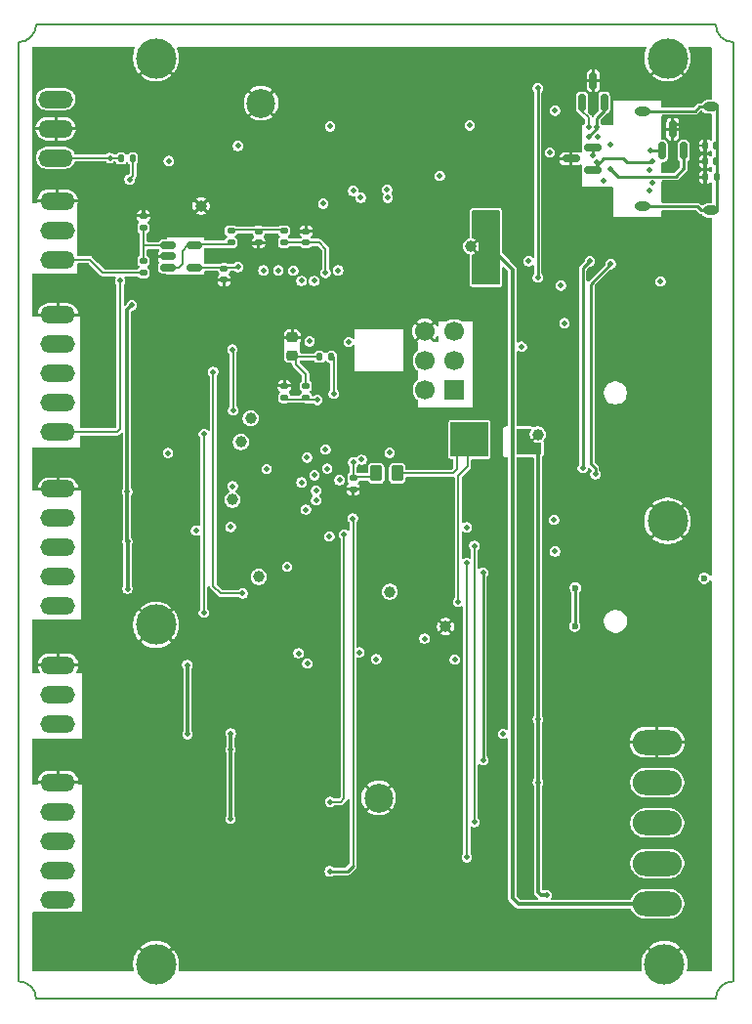
<source format=gbr>
%TF.GenerationSoftware,KiCad,Pcbnew,9.0.2*%
%TF.CreationDate,2025-07-10T16:00:18+01:00*%
%TF.ProjectId,FastStepper,46617374-5374-4657-9070-65722e6b6963,rev?*%
%TF.SameCoordinates,PX71f712cPY8e18f40*%
%TF.FileFunction,Copper,L4,Bot*%
%TF.FilePolarity,Positive*%
%FSLAX46Y46*%
G04 Gerber Fmt 4.6, Leading zero omitted, Abs format (unit mm)*
G04 Created by KiCad (PCBNEW 9.0.2) date 2025-07-10 16:00:18*
%MOMM*%
%LPD*%
G01*
G04 APERTURE LIST*
G04 Aperture macros list*
%AMRoundRect*
0 Rectangle with rounded corners*
0 $1 Rounding radius*
0 $2 $3 $4 $5 $6 $7 $8 $9 X,Y pos of 4 corners*
0 Add a 4 corners polygon primitive as box body*
4,1,4,$2,$3,$4,$5,$6,$7,$8,$9,$2,$3,0*
0 Add four circle primitives for the rounded corners*
1,1,$1+$1,$2,$3*
1,1,$1+$1,$4,$5*
1,1,$1+$1,$6,$7*
1,1,$1+$1,$8,$9*
0 Add four rect primitives between the rounded corners*
20,1,$1+$1,$2,$3,$4,$5,0*
20,1,$1+$1,$4,$5,$6,$7,0*
20,1,$1+$1,$6,$7,$8,$9,0*
20,1,$1+$1,$8,$9,$2,$3,0*%
G04 Aperture macros list end*
%TA.AperFunction,SMDPad,CuDef*%
%ADD10RoundRect,0.150000X-0.512500X-0.150000X0.512500X-0.150000X0.512500X0.150000X-0.512500X0.150000X0*%
%TD*%
%TA.AperFunction,SMDPad,CuDef*%
%ADD11RoundRect,0.150000X0.587500X0.150000X-0.587500X0.150000X-0.587500X-0.150000X0.587500X-0.150000X0*%
%TD*%
%TA.AperFunction,SMDPad,CuDef*%
%ADD12RoundRect,0.150000X0.150000X-0.587500X0.150000X0.587500X-0.150000X0.587500X-0.150000X-0.587500X0*%
%TD*%
%TA.AperFunction,ComponentPad*%
%ADD13O,3.000000X1.500000*%
%TD*%
%TA.AperFunction,ComponentPad*%
%ADD14C,2.500000*%
%TD*%
%TA.AperFunction,ComponentPad*%
%ADD15R,1.700000X1.700000*%
%TD*%
%TA.AperFunction,ComponentPad*%
%ADD16C,1.700000*%
%TD*%
%TA.AperFunction,ComponentPad*%
%ADD17C,1.000000*%
%TD*%
%TA.AperFunction,ComponentPad*%
%ADD18C,3.500000*%
%TD*%
%TA.AperFunction,HeatsinkPad*%
%ADD19O,1.400000X0.800000*%
%TD*%
%TA.AperFunction,ComponentPad*%
%ADD20O,4.267200X2.133600*%
%TD*%
%TA.AperFunction,SMDPad,CuDef*%
%ADD21RoundRect,0.135000X-0.185000X0.135000X-0.185000X-0.135000X0.185000X-0.135000X0.185000X0.135000X0*%
%TD*%
%TA.AperFunction,SMDPad,CuDef*%
%ADD22RoundRect,0.140000X-0.140000X-0.170000X0.140000X-0.170000X0.140000X0.170000X-0.140000X0.170000X0*%
%TD*%
%TA.AperFunction,SMDPad,CuDef*%
%ADD23RoundRect,0.135000X-0.135000X-0.185000X0.135000X-0.185000X0.135000X0.185000X-0.135000X0.185000X0*%
%TD*%
%TA.AperFunction,SMDPad,CuDef*%
%ADD24RoundRect,0.225000X0.250000X-0.225000X0.250000X0.225000X-0.250000X0.225000X-0.250000X-0.225000X0*%
%TD*%
%TA.AperFunction,SMDPad,CuDef*%
%ADD25RoundRect,0.140000X-0.170000X0.140000X-0.170000X-0.140000X0.170000X-0.140000X0.170000X0.140000X0*%
%TD*%
%TA.AperFunction,SMDPad,CuDef*%
%ADD26RoundRect,0.135000X0.185000X-0.135000X0.185000X0.135000X-0.185000X0.135000X-0.185000X-0.135000X0*%
%TD*%
%TA.AperFunction,SMDPad,CuDef*%
%ADD27RoundRect,0.140000X0.170000X-0.140000X0.170000X0.140000X-0.170000X0.140000X-0.170000X-0.140000X0*%
%TD*%
%TA.AperFunction,SMDPad,CuDef*%
%ADD28RoundRect,0.140000X0.140000X0.170000X-0.140000X0.170000X-0.140000X-0.170000X0.140000X-0.170000X0*%
%TD*%
%TA.AperFunction,SMDPad,CuDef*%
%ADD29RoundRect,0.250000X0.262500X0.450000X-0.262500X0.450000X-0.262500X-0.450000X0.262500X-0.450000X0*%
%TD*%
%TA.AperFunction,ViaPad*%
%ADD30C,0.500000*%
%TD*%
%TA.AperFunction,ViaPad*%
%ADD31C,0.600000*%
%TD*%
%TA.AperFunction,Conductor*%
%ADD32C,0.220000*%
%TD*%
%TA.AperFunction,Conductor*%
%ADD33C,0.304800*%
%TD*%
%TA.AperFunction,Conductor*%
%ADD34C,0.300000*%
%TD*%
%TA.AperFunction,Conductor*%
%ADD35C,0.203200*%
%TD*%
%TA.AperFunction,Conductor*%
%ADD36C,0.350000*%
%TD*%
%TA.AperFunction,Conductor*%
%ADD37C,0.254000*%
%TD*%
%TA.AperFunction,Conductor*%
%ADD38C,0.200000*%
%TD*%
%TA.AperFunction,Profile*%
%ADD39C,0.152400*%
%TD*%
%TA.AperFunction,Profile*%
%ADD40C,0.150000*%
%TD*%
G04 APERTURE END LIST*
D10*
%TO.P,IC10,1,OUT*%
%TO.N,Net-(IC10--IN)*%
X12962500Y63369400D03*
%TO.P,IC10,2,V-*%
%TO.N,GND*%
X12962500Y64319400D03*
%TO.P,IC10,3,+IN*%
%TO.N,Net-(IC10-+IN)*%
X12962500Y65269400D03*
%TO.P,IC10,4,-IN*%
%TO.N,Net-(IC10--IN)*%
X15237500Y65269400D03*
%TO.P,IC10,5,V+*%
%TO.N,+3V3*%
X15237500Y63369400D03*
%TD*%
D11*
%TO.P,D6,1,K*%
%TO.N,/USB_N*%
X49736400Y73750000D03*
%TO.P,D6,2,K*%
%TO.N,/USB_P*%
X49736400Y71850000D03*
%TO.P,D6,3,A*%
%TO.N,GND*%
X47861400Y72800000D03*
%TD*%
D12*
%TO.P,D5,1,K*%
%TO.N,/USB_CLCK_P*%
X50748900Y77662500D03*
%TO.P,D5,2,K*%
%TO.N,/USB_CLCK_N*%
X48848900Y77662500D03*
%TO.P,D5,3,A*%
%TO.N,GND*%
X49798900Y79537500D03*
%TD*%
%TO.P,D4,1,K*%
%TO.N,/CC1*%
X57648900Y73462500D03*
%TO.P,D4,2,K*%
%TO.N,/CC2*%
X55748900Y73462500D03*
%TO.P,D4,3,A*%
%TO.N,GND*%
X56698900Y75337500D03*
%TD*%
D13*
%TO.P,X3,1,Pin_1*%
%TO.N,unconnected-(X3-Pin_1-Pad1)*%
X3200000Y77933400D03*
%TO.P,X3,2,Pin_2*%
%TO.N,GND*%
X3200000Y75393400D03*
%TO.P,X3,3,Pin_3*%
%TO.N,Net-(IC21-A)*%
X3200000Y72853400D03*
%TD*%
D14*
%TO.P,J6,1,Pin_1*%
%TO.N,GND*%
X31198900Y17400000D03*
%TD*%
D13*
%TO.P,X4,1,Pin_1*%
%TO.N,GND*%
X3356000Y69131400D03*
%TO.P,X4,2,Pin_2*%
%TO.N,+5V*%
X3356000Y66591400D03*
%TO.P,X4,3,Pin_3*%
%TO.N,/IO stage/HALL_EFFCT_IN*%
X3356000Y64051400D03*
%TD*%
D15*
%TO.P,SV2,1,1*%
%TO.N,/core stage/PDI_DATA*%
X37748900Y52750000D03*
D16*
%TO.P,SV2,2,2*%
%TO.N,+3.3V_u*%
X35208900Y52750000D03*
%TO.P,SV2,3,3*%
%TO.N,unconnected-(SV2-Pad3)*%
X37748900Y55290000D03*
%TO.P,SV2,4,4*%
%TO.N,unconnected-(SV2-Pad4)*%
X35208900Y55290000D03*
%TO.P,SV2,5,5*%
%TO.N,/core stage/PDI_CLK*%
X37748900Y57830000D03*
%TO.P,SV2,6,6*%
%TO.N,GND*%
X35208900Y57830000D03*
%TD*%
D17*
%TO.P,TP4,1,1*%
%TO.N,Net-(IC8-PA4{slash}ADC4)*%
X20098900Y50300000D03*
%TD*%
D14*
%TO.P,J4,1,Pin_1*%
%TO.N,GND*%
X20998900Y77600000D03*
%TD*%
D17*
%TO.P,TP10,1,1*%
%TO.N,GND*%
X15798900Y68700000D03*
%TD*%
%TO.P,TP11,1,1*%
%TO.N,GND*%
X36998900Y32250000D03*
%TD*%
%TO.P,TP13,1,1*%
%TO.N,+5V*%
X39198900Y65200000D03*
%TD*%
D18*
%TO.P,SC1,1*%
%TO.N,GND*%
X11898900Y81500000D03*
%TD*%
D19*
%TO.P,J1,S1,SHIELD*%
%TO.N,Net-(J1-SHIELD)*%
X60033900Y68297500D03*
X54083900Y68657500D03*
X54083900Y76917500D03*
X60033900Y77277500D03*
%TD*%
D18*
%TO.P,SC1,1*%
%TO.N,GND*%
X55981414Y3000000D03*
%TD*%
D17*
%TO.P,TP6,1,1*%
%TO.N,Net-(IC8-PB2{slash}ADC10{slash}DAC0)*%
X18525000Y43243400D03*
%TD*%
D18*
%TO.P,SC1,1*%
%TO.N,GND*%
X56248900Y41400000D03*
%TD*%
D13*
%TO.P,X10,1,Pin_1*%
%TO.N,GND*%
X3400000Y28922400D03*
%TO.P,X10,2,Pin_2*%
%TO.N,/IO stage/ENDSTOP*%
X3400000Y26382400D03*
%TO.P,X10,3,Pin_3*%
%TO.N,/IO stage/BRAKE*%
X3400000Y23842400D03*
%TD*%
D18*
%TO.P,SC1,1*%
%TO.N,GND*%
X11898900Y32400000D03*
%TD*%
D13*
%TO.P,X5,1,Pin_1*%
%TO.N,GND*%
X3400000Y44165400D03*
%TO.P,X5,2,Pin_2*%
%TO.N,/IO stage/STEP_ENABLE*%
X3400000Y41625400D03*
%TO.P,X5,3,Pin_3*%
%TO.N,/IO stage/STEP_DIRECTION*%
X3400000Y39085400D03*
%TO.P,X5,4,Pin_4*%
%TO.N,/IO stage/STEP_PULSE*%
X3400000Y36545400D03*
%TO.P,X5,5,Pin_5*%
%TO.N,+5V*%
X3400000Y34005400D03*
%TD*%
%TO.P,X9,1,Pin_1*%
%TO.N,GND*%
X3400000Y18762400D03*
%TO.P,X9,2,Pin_2*%
%TO.N,/IO stage/IN0*%
X3400000Y16222400D03*
%TO.P,X9,3,Pin_3*%
%TO.N,/IO stage/IN1*%
X3400000Y13682400D03*
%TO.P,X9,4,Pin_4*%
%TO.N,/IO stage/OUTPUT0*%
X3400000Y11142400D03*
%TO.P,X9,5,Pin_5*%
%TO.N,/IO stage/OUTPUT1*%
X3400000Y8602400D03*
%TD*%
D18*
%TO.P,SC1,1*%
%TO.N,GND*%
X56248900Y81500000D03*
%TD*%
D17*
%TO.P,TP5,1,1*%
%TO.N,Net-(IC8-PA5{slash}ADC5)*%
X19248900Y48250000D03*
%TD*%
D18*
%TO.P,SC1,1*%
%TO.N,GND*%
X11898900Y3000000D03*
%TD*%
D20*
%TO.P,X1,1,Pin_1*%
%TO.N,+5V*%
X55348900Y8225000D03*
%TO.P,X1,2,Pin_2*%
%TO.N,/IO stage/2Harp_H2_RX*%
X55348900Y11725000D03*
%TO.P,X1,3,Pin_3*%
%TO.N,/IO stage/2Harp_H2_TX*%
X55348900Y15225000D03*
%TO.P,X1,4,Pin_4*%
%TO.N,/IO stage/2Harp_ClockOut*%
X55348900Y18725000D03*
%TO.P,X1,5,Pin_5*%
%TO.N,GND*%
X55348900Y22225000D03*
%TD*%
D17*
%TO.P,TP1,1,1*%
%TO.N,+3V3*%
X44998900Y48900000D03*
%TD*%
D13*
%TO.P,X2,1,Pin_1*%
%TO.N,GND*%
X3400000Y59273400D03*
%TO.P,X2,2,Pin_2*%
%TO.N,/IO stage/INPUT0*%
X3400000Y56733400D03*
%TO.P,X2,3,Pin_3*%
%TO.N,/IO stage/INPUT1*%
X3400000Y54193400D03*
%TO.P,X2,4,Pin_4*%
%TO.N,unconnected-(X2-Pin_4-Pad4)*%
X3400000Y51653400D03*
%TO.P,X2,5,Pin_5*%
%TO.N,+5V*%
X3400000Y49113400D03*
%TD*%
D17*
%TO.P,TP8,1,1*%
%TO.N,Net-(IC8-PC1{slash}OC0B{slash}XCK0{slash}SCL)*%
X20794200Y36563200D03*
%TD*%
%TO.P,TP9,1,1*%
%TO.N,Net-(IC8-OC0B{slash}XCK0{slash}PD1)*%
X32164000Y35273400D03*
%TD*%
D21*
%TO.P,R20,1*%
%TO.N,Net-(IC10-+IN)*%
X10800000Y63929400D03*
%TO.P,R20,2*%
%TO.N,/IO stage/HALL_EFFCT_IN*%
X10800000Y62909400D03*
%TD*%
D22*
%TO.P,C23,1*%
%TO.N,GND*%
X59498900Y73925000D03*
%TO.P,C23,2*%
%TO.N,Net-(J1-SHIELD)*%
X60458900Y73925000D03*
%TD*%
D23*
%TO.P,R3,1*%
%TO.N,GND*%
X59488900Y71187500D03*
%TO.P,R3,2*%
%TO.N,Net-(J1-SHIELD)*%
X60508900Y71187500D03*
%TD*%
D21*
%TO.P,R19,1*%
%TO.N,Net-(C41-Pad2)*%
X23000000Y66529400D03*
%TO.P,R19,2*%
%TO.N,U_HALL_EFFCT_IN*%
X23000000Y65509400D03*
%TD*%
D24*
%TO.P,C15,1*%
%TO.N,Net-(C15-Pad1)*%
X23700000Y55744400D03*
%TO.P,C15,2*%
%TO.N,GND*%
X23700000Y57294400D03*
%TD*%
D25*
%TO.P,C1,1*%
%TO.N,+3V3*%
X17798000Y63247400D03*
%TO.P,C1,2*%
%TO.N,GND*%
X17798000Y62287400D03*
%TD*%
%TO.P,C42,1*%
%TO.N,GND*%
X24900000Y66499400D03*
%TO.P,C42,2*%
%TO.N,U_HALL_EFFCT_IN*%
X24900000Y65539400D03*
%TD*%
D26*
%TO.P,R17,1*%
%TO.N,Net-(IC10--IN)*%
X18400000Y65509400D03*
%TO.P,R17,2*%
%TO.N,Net-(C41-Pad2)*%
X18400000Y66529400D03*
%TD*%
D23*
%TO.P,R9,1*%
%TO.N,Net-(C15-Pad1)*%
X26090000Y55619400D03*
%TO.P,R9,2*%
%TO.N,+3.3V_u*%
X27110000Y55619400D03*
%TD*%
D21*
%TO.P,R21,1*%
%TO.N,GND*%
X10800000Y67829400D03*
%TO.P,R21,2*%
%TO.N,Net-(IC10-+IN)*%
X10800000Y66809400D03*
%TD*%
D27*
%TO.P,C41,1*%
%TO.N,GND*%
X20800000Y65539400D03*
%TO.P,C41,2*%
%TO.N,Net-(C41-Pad2)*%
X20800000Y66499400D03*
%TD*%
D25*
%TO.P,C16,1*%
%TO.N,Net-(IC8-AVCC)*%
X29000000Y45099400D03*
%TO.P,C16,2*%
%TO.N,GND*%
X29000000Y44139400D03*
%TD*%
D23*
%TO.P,R8,1*%
%TO.N,Net-(IC21-A)*%
X8857000Y72815346D03*
%TO.P,R8,2*%
%TO.N,+3.3V_u*%
X9877000Y72815346D03*
%TD*%
D21*
%TO.P,R7,1*%
%TO.N,GND*%
X23024000Y53101400D03*
%TO.P,R7,2*%
%TO.N,/core stage/AREF*%
X23024000Y52081400D03*
%TD*%
D28*
%TO.P,C2,1*%
%TO.N,Net-(J1-SHIELD)*%
X60458900Y72556250D03*
%TO.P,C2,2*%
%TO.N,GND*%
X59498900Y72556250D03*
%TD*%
D26*
%TO.P,R4,1*%
%TO.N,/core stage/AREF*%
X24877200Y52086600D03*
%TO.P,R4,2*%
%TO.N,Net-(C15-Pad1)*%
X24877200Y53106600D03*
%TD*%
D29*
%TO.P,L3,1*%
%TO.N,+3.3V_u*%
X32812500Y45519400D03*
%TO.P,L3,2*%
%TO.N,Net-(IC8-AVCC)*%
X30987500Y45519400D03*
%TD*%
D30*
%TO.N,GND*%
X10510000Y40673400D03*
X26631000Y34242400D03*
X10383000Y44864400D03*
X47998900Y61500000D03*
X30988000Y9745400D03*
X17498900Y57250000D03*
X17998900Y35750000D03*
X24892000Y39081400D03*
X26498900Y30250000D03*
X14000000Y66719400D03*
X35998900Y72100000D03*
X43498900Y61500000D03*
X57098900Y46400000D03*
X45998900Y12230677D03*
X21698900Y44100000D03*
X33298900Y67100000D03*
X26473200Y41840800D03*
X7398900Y14900000D03*
X26298900Y10400000D03*
X43998900Y7500000D03*
X12998900Y41500000D03*
X58144865Y64435266D03*
X14598900Y58200000D03*
X16798900Y62300000D03*
X11780000Y38641400D03*
X31506148Y33154591D03*
X42055733Y46532159D03*
X36630000Y46705400D03*
X31496000Y21937400D03*
X34550000Y49619400D03*
X43498900Y63250000D03*
X33064000Y33029400D03*
X5948900Y64900000D03*
X8400000Y48028400D03*
X26416000Y27779400D03*
X14998900Y10924000D03*
X29998900Y58500000D03*
X1824000Y61937400D03*
X33020000Y27779400D03*
X25778000Y35857400D03*
X39750000Y43549400D03*
X5850000Y55419400D03*
X7748900Y60250000D03*
X18498900Y34250000D03*
X14998900Y49900000D03*
X41298900Y28855000D03*
X52398900Y60000000D03*
X7366000Y21429400D03*
X17103971Y25404591D03*
X20498900Y42000000D03*
X44212670Y24109908D03*
X17907000Y53052400D03*
X33298900Y72300000D03*
X34998900Y77700000D03*
X9015000Y68008400D03*
X33000000Y39319400D03*
X15447144Y43876105D03*
X17653000Y48607400D03*
X41748900Y14250000D03*
X25904698Y26913048D03*
X44298900Y43600000D03*
X19498900Y62020159D03*
X25098900Y63000000D03*
X37698900Y4800000D03*
X25748900Y73330269D03*
X16600000Y64419400D03*
X18998900Y57000000D03*
X38143828Y62200000D03*
X37398900Y35900000D03*
X7498900Y32300000D03*
X39998900Y54250000D03*
X43498900Y66500000D03*
X8100000Y52919400D03*
X12984407Y45861112D03*
X40248900Y51500000D03*
X15459045Y52115945D03*
X10674022Y48890098D03*
X31940930Y26666668D03*
X25998900Y50500000D03*
X15978900Y20794000D03*
X59529006Y74800000D03*
X25615000Y32845400D03*
X59488900Y70140106D03*
X26162000Y19905400D03*
X46398900Y28200000D03*
X11248900Y75265946D03*
X16510000Y20207400D03*
X20574000Y13555400D03*
X30748900Y75580269D03*
X11498900Y61000000D03*
X35300000Y63192400D03*
X23171604Y73330269D03*
X16698900Y31700000D03*
X10748900Y54250000D03*
X56808900Y62100000D03*
X20498900Y28033400D03*
X45698900Y46300000D03*
X10098900Y36600000D03*
X7811000Y75919400D03*
X29928849Y53544688D03*
X32864000Y42561400D03*
X18589000Y46000400D03*
X20506144Y29913046D03*
X37719000Y25000000D03*
X6098900Y35200000D03*
X59498900Y58000000D03*
X13598900Y37500000D03*
X6350000Y9745400D03*
X17748900Y29000000D03*
X17777000Y37900400D03*
X57798900Y75800000D03*
X31298900Y81600000D03*
X44198900Y73100000D03*
X12415000Y42703400D03*
X10414000Y47250000D03*
X37262000Y40208400D03*
X8998900Y71700000D03*
X42032600Y60900283D03*
X5877000Y37950400D03*
X40098900Y61300000D03*
X2298900Y81700000D03*
X2662000Y47024400D03*
X29998900Y60800000D03*
X15367000Y46575400D03*
X30498900Y39250000D03*
X50898900Y76100000D03*
X3698900Y4600000D03*
X43998900Y17200000D03*
X15113000Y55084400D03*
X18015810Y39385267D03*
X5800000Y52819400D03*
X16022900Y15984000D03*
X54398900Y46010000D03*
X57285136Y59713764D03*
X6512000Y44554400D03*
X50898900Y70000000D03*
X25781000Y54449400D03*
X20198900Y54100000D03*
X29748900Y50500000D03*
X23298900Y69200000D03*
X27798900Y69500000D03*
X12619000Y52442400D03*
X31457712Y50391220D03*
X31698900Y53800000D03*
X21748900Y41628826D03*
X16248900Y14607000D03*
X33498900Y35800000D03*
X41748900Y19750000D03*
X36748900Y44500000D03*
X9906000Y25366400D03*
X5998900Y74250000D03*
X22603000Y36238400D03*
X24998900Y75580269D03*
X22498900Y73830269D03*
X23898900Y66500000D03*
X36830000Y21429400D03*
X58698900Y13800000D03*
X10800000Y68700000D03*
X19748900Y65500000D03*
X33748900Y30500000D03*
%TO.N,+3V3*%
X43498900Y47400000D03*
X24498900Y62200000D03*
X18998900Y73900000D03*
X26998900Y75580269D03*
X18584000Y50996400D03*
X45748900Y9000000D03*
X43598900Y56500000D03*
X43570580Y48964805D03*
X18363900Y21595000D03*
X14640206Y22919083D03*
X18356943Y15593466D03*
X14605000Y28922400D03*
X25598900Y62200000D03*
X18998900Y63400000D03*
X44998900Y24250000D03*
X18511000Y56265400D03*
X44998900Y18750000D03*
X44398900Y47500000D03*
X18382955Y22985514D03*
X44198900Y63900000D03*
X41998900Y22953400D03*
%TO.N,Net-(IC8-AVCC)*%
X28998900Y46487000D03*
%TO.N,U_HALL_EFFCT_IN*%
X26600000Y62900000D03*
X26600000Y47601100D03*
%TO.N,FTDI_CTS*%
X27805000Y44943900D03*
X27698900Y63116600D03*
%TO.N,+5V*%
X40733800Y68000000D03*
X25019000Y29049400D03*
X40741350Y65257550D03*
X9423000Y39615800D03*
X9397600Y43959200D03*
X30988000Y29430400D03*
X39898900Y62300000D03*
X41402000Y62196400D03*
X26398900Y68900000D03*
X9798900Y60100000D03*
X9423000Y35526400D03*
X37798900Y29400000D03*
X8788000Y62200000D03*
%TO.N,FTDI_RXD*%
X23798900Y63100000D03*
X32150000Y47311400D03*
X24998900Y46900000D03*
%TO.N,FTDI_RTS*%
X24498900Y44750000D03*
X22498900Y63116600D03*
%TO.N,FTDI_TXD*%
X26748900Y45941000D03*
X21198900Y63116600D03*
X21498900Y45900000D03*
%TO.N,U_PH_A*%
X16850000Y54323400D03*
X19390000Y35123400D03*
%TO.N,U_STEP_DIRECTION*%
X15358000Y40567200D03*
X26924000Y40049000D03*
%TO.N,U_STEP_ENABLE*%
X25773000Y43200000D03*
X18542000Y44416400D03*
%TO.N,HARP_H2_TX*%
X39493900Y15305000D03*
X39493900Y39250000D03*
%TO.N,U_PH_B*%
X16050000Y33442400D03*
X16050000Y48946400D03*
%TO.N,UC_OUTPUT0*%
X25767816Y44052669D03*
X29533600Y30006400D03*
%TO.N,/core stage/LED_STATE*%
X25222000Y56965400D03*
X29726000Y46705400D03*
X28600000Y56919400D03*
%TO.N,UC_INPUT1*%
X26950000Y11041400D03*
X28956000Y41622400D03*
%TO.N,UC_BRAKE*%
X24257000Y29938400D03*
X24892000Y42384400D03*
%TO.N,UC_OUTPUT1*%
X35179000Y31208400D03*
X25641500Y45361401D03*
%TO.N,/core stage/AREF*%
X25878000Y51895400D03*
%TO.N,EMERGENCY_INPUT*%
X12998900Y72600000D03*
X12948900Y47294409D03*
%TO.N,UC_INPUT0*%
X28194000Y40225400D03*
X26998900Y17050000D03*
%TO.N,HARP_H2_RX*%
X38837000Y37750000D03*
X38837000Y12250000D03*
%TO.N,+3.3V_u*%
X27300000Y52419400D03*
X9598900Y71000000D03*
X39698900Y49500000D03*
X38811200Y40858600D03*
X38492000Y48419400D03*
X39598900Y47300000D03*
X38100800Y34380200D03*
X36498900Y71300000D03*
X37795030Y47486263D03*
X38062000Y49345400D03*
X18372200Y40867000D03*
%TO.N,Net-(IC21-A)*%
X7898900Y72853400D03*
%TO.N,/Clock stage/CLCK_IN*%
X49498900Y63900000D03*
X48898900Y46000000D03*
%TO.N,VClk*%
X55640201Y62149454D03*
X46498900Y76955000D03*
X46998900Y61800000D03*
%TO.N,/Clock stage/~{CLCK_DET}*%
X49998900Y45450000D03*
X51321845Y63660869D03*
%TO.N,~{CLK_EN_USB}*%
X39098900Y75685000D03*
X46029400Y73330500D03*
X46398900Y41500000D03*
%TO.N,CLK_USB*%
X44998900Y62500000D03*
X44998900Y78900000D03*
%TO.N,/CC2*%
X54798900Y73460389D03*
%TO.N,/CC1*%
X51298900Y71900000D03*
%TO.N,/USB_P*%
X54900699Y72563520D03*
X50143512Y72462500D03*
%TO.N,/USB_N*%
X54698900Y71800000D03*
X49780750Y73070683D03*
%TO.N,/USB_POWER*%
X50698900Y70900000D03*
X51298900Y74000000D03*
D31*
%TO.N,GNDS*%
X59433666Y36450000D03*
X48248900Y35600000D03*
X48198900Y32300000D03*
D30*
%TO.N,CLK_2u*%
X46498900Y38750000D03*
X40248900Y20700000D03*
X23248900Y37443400D03*
X47298900Y58550000D03*
X40248900Y36929147D03*
%TO.N,/USB_CLCK_N*%
X50197328Y74706468D03*
X49398900Y75500000D03*
X54667779Y70011480D03*
%TO.N,/USB_CLCK_P*%
X54891618Y70674730D03*
X50137811Y75538908D03*
X49398900Y74700000D03*
%TO.N,/USB_2u_N*%
X28998900Y70000000D03*
X31923900Y70100000D03*
%TO.N,/USB_2u_P*%
X29648900Y69400000D03*
X31998900Y69400000D03*
%TD*%
D32*
%TO.N,GND*%
X10800000Y67829400D02*
X10800000Y68700000D01*
X19748900Y65500000D02*
X20748900Y65500000D01*
X59488900Y71187500D02*
X59488900Y73915000D01*
X56698900Y75800000D02*
X57798900Y75800000D01*
X10798900Y68500000D02*
X10800000Y68501100D01*
X59529006Y73955106D02*
X59529006Y74800000D01*
X10800000Y68501100D02*
X10800000Y68700000D01*
X23898900Y66500000D02*
X24858900Y66500000D01*
X16798900Y62300000D02*
X17698900Y62300000D01*
X59488900Y70140106D02*
X59488900Y71112500D01*
%TO.N,Net-(J1-SHIELD)*%
X58976400Y77277500D02*
X60033900Y77277500D01*
X54083900Y68657500D02*
X58841400Y68657500D01*
X54083900Y76917500D02*
X58616400Y76917500D01*
X58841400Y68657500D02*
X59201400Y68297500D01*
X59201400Y68297500D02*
X60033900Y68297500D01*
X58616400Y76917500D02*
X58976400Y77277500D01*
X60498900Y68297500D02*
X60498900Y77277500D01*
D33*
%TO.N,+3V3*%
X18382955Y22985514D02*
X18382955Y22837455D01*
D34*
X14640206Y22919083D02*
X14605000Y22954289D01*
D32*
X44998900Y47526500D02*
X44972400Y47500000D01*
D35*
X18966300Y63367400D02*
X15408000Y63367400D01*
D34*
X45248900Y9000000D02*
X44998900Y9250000D01*
D33*
X18382955Y22837455D02*
X18363900Y22818400D01*
X18363900Y21595000D02*
X18363900Y15615000D01*
X18363900Y22818400D02*
X18363900Y21595000D01*
D34*
X44998900Y9250000D02*
X44998900Y18750000D01*
X45748900Y9000000D02*
X45248900Y9000000D01*
D35*
X18998900Y63400000D02*
X18966300Y63367400D01*
X18584000Y56192400D02*
X18584000Y50996400D01*
D34*
X44998900Y18750000D02*
X44998900Y47526500D01*
D32*
X44972400Y47500000D02*
X44398900Y47500000D01*
D34*
X14605000Y22954289D02*
X14605000Y28922400D01*
D35*
%TO.N,Net-(C15-Pad1)*%
X24877200Y54146600D02*
X24025000Y54998800D01*
X24877200Y53246600D02*
X24877200Y54146600D01*
X25950000Y55619400D02*
X24025000Y55619400D01*
X24025000Y54998800D02*
X24025000Y55619400D01*
%TO.N,Net-(IC8-AVCC)*%
X29000000Y46019400D02*
X29000000Y45219400D01*
X28998900Y46020500D02*
X29000000Y46019400D01*
X28998900Y46487000D02*
X28998900Y46020500D01*
X29000000Y45219400D02*
X30650000Y45219400D01*
%TO.N,U_HALL_EFFCT_IN*%
X26038300Y65539400D02*
X23170000Y65539400D01*
X26600000Y62900000D02*
X26600000Y64977700D01*
X26600000Y64977700D02*
X26038300Y65539400D01*
%TO.N,Net-(C41-Pad2)*%
X20800000Y66619400D02*
X22950000Y66619400D01*
X18450000Y66619400D02*
X20800000Y66619400D01*
D36*
%TO.N,+5V*%
X55173900Y8200000D02*
X55198900Y8225000D01*
D34*
X9397600Y39641200D02*
X9423000Y39615800D01*
D36*
X40741350Y65257550D02*
X42798900Y63200000D01*
D33*
X9423000Y39615800D02*
X9423000Y35526400D01*
D36*
X42798900Y63200000D02*
X42798900Y8700000D01*
D34*
X9798900Y60100000D02*
X9391778Y59692878D01*
X9391778Y59692878D02*
X9391778Y43965021D01*
D36*
X43298900Y8200000D02*
X55173900Y8200000D01*
X40733800Y68000000D02*
X40733800Y65250000D01*
D35*
X8788000Y49392400D02*
X8509000Y49113400D01*
D36*
X42798900Y8700000D02*
X43298900Y8200000D01*
D35*
X8788000Y62200000D02*
X8788000Y49392400D01*
X8509000Y49113400D02*
X3400000Y49113400D01*
D34*
X9391778Y43965021D02*
X9397600Y43959200D01*
X9397600Y43959200D02*
X9397600Y39641200D01*
D35*
%TO.N,U_PH_A*%
X16850000Y54323400D02*
X16856000Y54317400D01*
X16856000Y54317400D02*
X16856000Y35751481D01*
X17484734Y35123400D02*
X16856000Y35751481D01*
X19390000Y35123400D02*
X17484734Y35123400D01*
%TO.N,HARP_H2_TX*%
X39493900Y15305000D02*
X39493900Y39250000D01*
%TO.N,U_PH_B*%
X16050000Y48946400D02*
X16050000Y33442400D01*
D37*
%TO.N,UC_INPUT1*%
X28956000Y41622400D02*
X28982000Y41596400D01*
X26950000Y11041400D02*
X28474000Y11041400D01*
D35*
X28982000Y41596400D02*
X28982000Y11549400D01*
D37*
X28982000Y11549400D02*
X28474000Y11041400D01*
D35*
%TO.N,/core stage/AREF*%
X23024000Y51941400D02*
X24872000Y51941400D01*
X25878000Y51895400D02*
X24918000Y51895400D01*
X24918000Y51895400D02*
X24872000Y51941400D01*
%TO.N,UC_INPUT0*%
X26998900Y17050000D02*
X27878600Y17050000D01*
X28194000Y17365400D02*
X28194000Y40225400D01*
X27878600Y17050000D02*
X28194000Y17365400D01*
%TO.N,HARP_H2_RX*%
X38837000Y12250000D02*
X38837000Y37750000D01*
%TO.N,Net-(IC10--IN)*%
X12794000Y63369400D02*
X13850000Y63369400D01*
X15506000Y65369400D02*
X18400000Y65369400D01*
X14200000Y64819400D02*
X14650000Y65269400D01*
X13850000Y63369400D02*
X14200000Y63719400D01*
X14200000Y63719400D02*
X14200000Y64819400D01*
X14650000Y65269400D02*
X15406000Y65269400D01*
%TO.N,Net-(IC10-+IN)*%
X10800000Y66669400D02*
X10800000Y65269400D01*
X12794000Y65269400D02*
X10800000Y65269400D01*
X10800000Y66669400D02*
X10800000Y64069400D01*
%TO.N,/IO stage/HALL_EFFCT_IN*%
X10660000Y62909400D02*
X7298000Y62909400D01*
X6156000Y64051400D02*
X3356000Y64051400D01*
X7298000Y62909400D02*
X6156000Y64051400D01*
%TO.N,+3.3V_u*%
X38916000Y47715400D02*
X38916000Y46115400D01*
X38916000Y46115400D02*
X38094400Y45293800D01*
X27300000Y55569400D02*
X27250000Y55619400D01*
X9898900Y71300000D02*
X9898900Y72697246D01*
X38100800Y34380200D02*
X38094400Y34386600D01*
X37650000Y45519400D02*
X32850000Y45519400D01*
X38000000Y45869400D02*
X37650000Y45519400D01*
X38000000Y47281293D02*
X38000000Y45869400D01*
X38094400Y45293800D02*
X38094400Y34386600D01*
X27300000Y52419400D02*
X27300000Y55569400D01*
X9598900Y71000000D02*
X9898900Y71300000D01*
X37795030Y47486263D02*
X38000000Y47281293D01*
%TO.N,Net-(IC21-A)*%
X8830963Y72853400D02*
X3200000Y72853400D01*
D32*
%TO.N,/Clock stage/CLCK_IN*%
X48898900Y63300000D02*
X48898900Y46000000D01*
X49498900Y63900000D02*
X48898900Y63300000D01*
%TO.N,/Clock stage/~{CLCK_DET}*%
X49998900Y45950000D02*
X49598900Y46350000D01*
X49598900Y46350000D02*
X49598900Y61937924D01*
X49998900Y45450000D02*
X49998900Y45950000D01*
X49598900Y61937924D02*
X51321845Y63660869D01*
%TO.N,CLK_USB*%
X44998900Y62500000D02*
X44998900Y78900000D01*
%TO.N,/CC2*%
X54798900Y73460389D02*
X55771789Y73460389D01*
%TO.N,/CC1*%
X56937900Y71239000D02*
X57648900Y71950000D01*
X51298900Y71900000D02*
X51959900Y71239000D01*
X57648900Y71950000D02*
X57648900Y73462500D01*
X51959900Y71239000D02*
X56937900Y71239000D01*
%TO.N,/USB_P*%
X50703910Y72800000D02*
X52420856Y72800000D01*
X49753910Y71850000D02*
X50703910Y72800000D01*
X52420856Y72800000D02*
X52720856Y72500000D01*
X50143512Y72462500D02*
X50143512Y72257112D01*
X52720856Y72500000D02*
X54837179Y72500000D01*
X54837179Y72500000D02*
X54900699Y72563520D01*
X50143512Y72257112D02*
X49736400Y71850000D01*
%TO.N,/USB_N*%
X49780750Y73070683D02*
X49780750Y73705650D01*
%TO.N,GNDS*%
X48248900Y35600000D02*
X48248900Y32350000D01*
X48248900Y32350000D02*
X48198900Y32300000D01*
%TO.N,CLK_2u*%
X40248900Y20700000D02*
X40248900Y36929147D01*
D38*
%TO.N,/USB_CLCK_N*%
X49398900Y75500000D02*
X49398900Y76341884D01*
X49398900Y76341884D02*
X48848900Y76891884D01*
D32*
%TO.N,/USB_CLCK_P*%
X50748900Y76937911D02*
X50137811Y76326822D01*
X50137811Y75438911D02*
X49398900Y74700000D01*
X50137811Y76326822D02*
X50137811Y75538908D01*
X50137811Y75538908D02*
X50137811Y75438911D01*
%TD*%
%TA.AperFunction,Conductor*%
%TO.N,+3.3V_u*%
G36*
X40696309Y49921709D02*
G01*
X40707000Y49895900D01*
X40707000Y47020900D01*
X40696309Y46995091D01*
X40670500Y46984400D01*
X37461500Y46984400D01*
X37435691Y46995091D01*
X37425000Y47020900D01*
X37425000Y49895900D01*
X37435691Y49921709D01*
X37461500Y49932400D01*
X40670500Y49932400D01*
X40696309Y49921709D01*
G37*
%TD.AperFunction*%
%TD*%
%TA.AperFunction,Conductor*%
%TO.N,GND*%
G36*
X44603469Y46908083D02*
G01*
X44643065Y46853583D01*
X44648400Y46819900D01*
X44648400Y24573121D01*
X44633797Y24518621D01*
X44579100Y24423886D01*
X44548400Y24309313D01*
X44548400Y24190688D01*
X44579101Y24076114D01*
X44579100Y24076114D01*
X44633796Y23981381D01*
X44648400Y23926880D01*
X44648400Y19073121D01*
X44633797Y19018621D01*
X44579100Y18923886D01*
X44548400Y18809313D01*
X44548400Y18690688D01*
X44579101Y18576114D01*
X44579100Y18576114D01*
X44633796Y18481381D01*
X44648400Y18426880D01*
X44648400Y9203853D01*
X44666772Y9135290D01*
X44666773Y9135288D01*
X44672286Y9114713D01*
X44672286Y9114711D01*
X44718428Y9034791D01*
X44718429Y9034789D01*
X44968430Y8784789D01*
X44991644Y8761575D01*
X45022227Y8701551D01*
X45011689Y8635015D01*
X45011688Y8635015D01*
X45011688Y8635013D01*
X44987870Y8611196D01*
X44964054Y8587380D01*
X44964052Y8587380D01*
X44964052Y8587379D01*
X44964045Y8587378D01*
X44914569Y8575500D01*
X43499588Y8575500D01*
X43435519Y8596317D01*
X43422513Y8607425D01*
X43206325Y8823613D01*
X43175742Y8883637D01*
X43174400Y8900688D01*
X43174400Y46819900D01*
X43195217Y46883969D01*
X43249717Y46923565D01*
X43283400Y46928900D01*
X44539400Y46928900D01*
X44603469Y46908083D01*
G37*
%TD.AperFunction*%
%TA.AperFunction,Conductor*%
G36*
X36074044Y57143896D02*
G01*
X36152437Y57251792D01*
X36217680Y57379838D01*
X36265315Y57427473D01*
X36331851Y57438011D01*
X36391874Y57407428D01*
X36422458Y57347405D01*
X36423800Y57330353D01*
X36423800Y57004600D01*
X36402983Y56940531D01*
X36348483Y56900935D01*
X36314800Y56895600D01*
X36007469Y56895600D01*
X35943400Y56916417D01*
X35932555Y56931344D01*
X35930536Y56929324D01*
X35461418Y57398442D01*
X35515907Y57429901D01*
X35608999Y57522993D01*
X35640458Y57577482D01*
X36074044Y57143896D01*
G37*
%TD.AperFunction*%
%TA.AperFunction,Conductor*%
G36*
X10047168Y82482473D02*
G01*
X10086764Y82427973D01*
X10086764Y82360607D01*
X10083802Y82352578D01*
X9997942Y82145295D01*
X9997939Y82145286D01*
X9929976Y81891643D01*
X9929973Y81891627D01*
X9895700Y81631300D01*
X9895700Y81368701D01*
X9929973Y81108374D01*
X9929976Y81108358D01*
X9997939Y80854715D01*
X9997942Y80854706D01*
X10098430Y80612106D01*
X10098432Y80612103D01*
X10229728Y80384691D01*
X10389581Y80176367D01*
X10392903Y80173045D01*
X11070884Y80851027D01*
X11084073Y80831289D01*
X11230189Y80685173D01*
X11249924Y80671987D01*
X10571943Y79994005D01*
X10575266Y79990682D01*
X10783590Y79830829D01*
X11011002Y79699533D01*
X11011005Y79699531D01*
X11253605Y79599043D01*
X11253614Y79599040D01*
X11507257Y79531077D01*
X11507273Y79531074D01*
X11767600Y79496800D01*
X12030200Y79496800D01*
X12290526Y79531074D01*
X12290542Y79531077D01*
X12544185Y79599040D01*
X12544194Y79599043D01*
X12786794Y79699531D01*
X12786797Y79699533D01*
X13014209Y79830829D01*
X13222530Y79990679D01*
X13225856Y79994005D01*
X13063126Y80156735D01*
X49245700Y80156735D01*
X49245700Y79664101D01*
X49245701Y79664100D01*
X49672299Y79664100D01*
X49672300Y79664101D01*
X49672300Y80528199D01*
X49925500Y80528199D01*
X49925500Y79664101D01*
X49925501Y79664100D01*
X50352098Y79664100D01*
X50352099Y79664101D01*
X50352099Y80156730D01*
X50352098Y80156735D01*
X50337146Y80251147D01*
X50279160Y80364951D01*
X50188850Y80455261D01*
X50075046Y80513247D01*
X49980634Y80528200D01*
X49925501Y80528200D01*
X49925500Y80528199D01*
X49672300Y80528199D01*
X49672300Y80528201D01*
X49617170Y80528200D01*
X49617163Y80528199D01*
X49522753Y80513247D01*
X49408949Y80455261D01*
X49318639Y80364951D01*
X49260653Y80251148D01*
X49260653Y80251147D01*
X49245700Y80156735D01*
X13063126Y80156735D01*
X12547874Y80671986D01*
X12567611Y80685173D01*
X12713727Y80831289D01*
X12726914Y80851026D01*
X13404895Y80173044D01*
X13408221Y80176370D01*
X13447356Y80227371D01*
X13568071Y80384691D01*
X13699367Y80612103D01*
X13699369Y80612106D01*
X13799857Y80854706D01*
X13799860Y80854715D01*
X13867823Y81108358D01*
X13867826Y81108374D01*
X13902100Y81368701D01*
X13902100Y81631300D01*
X13867826Y81891627D01*
X13867823Y81891643D01*
X13799860Y82145286D01*
X13799857Y82145295D01*
X13713998Y82352578D01*
X13708713Y82419736D01*
X13743911Y82477174D01*
X13806149Y82502954D01*
X13814701Y82503290D01*
X54333099Y82503290D01*
X54397168Y82482473D01*
X54436764Y82427973D01*
X54436764Y82360607D01*
X54433802Y82352578D01*
X54347942Y82145295D01*
X54347939Y82145286D01*
X54279976Y81891643D01*
X54279973Y81891627D01*
X54245700Y81631300D01*
X54245700Y81368701D01*
X54279973Y81108374D01*
X54279976Y81108358D01*
X54347939Y80854715D01*
X54347942Y80854706D01*
X54448430Y80612106D01*
X54448432Y80612103D01*
X54579728Y80384691D01*
X54739581Y80176367D01*
X54742903Y80173045D01*
X55420884Y80851027D01*
X55434073Y80831289D01*
X55580189Y80685173D01*
X55599924Y80671987D01*
X54921943Y79994005D01*
X54925266Y79990682D01*
X55133590Y79830829D01*
X55361002Y79699533D01*
X55361005Y79699531D01*
X55603605Y79599043D01*
X55603614Y79599040D01*
X55857257Y79531077D01*
X55857273Y79531074D01*
X56117600Y79496800D01*
X56380200Y79496800D01*
X56640526Y79531074D01*
X56640542Y79531077D01*
X56894185Y79599040D01*
X56894194Y79599043D01*
X57136794Y79699531D01*
X57136797Y79699533D01*
X57364209Y79830829D01*
X57572530Y79990679D01*
X57575856Y79994005D01*
X56897874Y80671986D01*
X56917611Y80685173D01*
X57063727Y80831289D01*
X57076914Y80851026D01*
X57754895Y80173044D01*
X57758221Y80176370D01*
X57918071Y80384691D01*
X58049367Y80612103D01*
X58049369Y80612106D01*
X58149857Y80854706D01*
X58149860Y80854715D01*
X58217823Y81108358D01*
X58217826Y81108374D01*
X58252100Y81368701D01*
X58252100Y81631300D01*
X58217826Y81891627D01*
X58217823Y81891643D01*
X58149860Y82145286D01*
X58149857Y82145295D01*
X58063998Y82352578D01*
X58058713Y82419736D01*
X58093911Y82477174D01*
X58156149Y82502954D01*
X58164701Y82503290D01*
X59968600Y82503290D01*
X60032669Y82482473D01*
X60072265Y82427973D01*
X60077600Y82394290D01*
X60077600Y77987000D01*
X60056783Y77922931D01*
X60002283Y77883335D01*
X59968600Y77878000D01*
X59654843Y77878000D01*
X59502116Y77837078D01*
X59365186Y77758022D01*
X59253378Y77646214D01*
X59251237Y77642504D01*
X59201176Y77597425D01*
X59156838Y77588000D01*
X58935522Y77588000D01*
X58856550Y77566840D01*
X58785749Y77525962D01*
X58785746Y77525960D01*
X58519710Y77259925D01*
X58459687Y77229342D01*
X58442636Y77228000D01*
X55832900Y77228000D01*
X55768831Y77248817D01*
X55729235Y77303317D01*
X55723900Y77337000D01*
X55723900Y77837499D01*
X55723900Y77837500D01*
X51523900Y77837500D01*
X51523900Y77837499D01*
X51523900Y75826500D01*
X51503083Y75762431D01*
X51448583Y75722835D01*
X51414900Y75717500D01*
X50617824Y75717500D01*
X50601156Y75722916D01*
X50583630Y75723002D01*
X50572160Y75732337D01*
X50553755Y75738317D01*
X50529326Y75762868D01*
X50526146Y75767291D01*
X50498300Y75815521D01*
X50473982Y75839839D01*
X50468813Y75847028D01*
X50461122Y75871099D01*
X50449653Y75893611D01*
X50448311Y75910660D01*
X50448311Y76153059D01*
X50469128Y76217128D01*
X50480230Y76230128D01*
X50958387Y76708286D01*
X50993347Y76729359D01*
X50992688Y76730709D01*
X51009284Y76738823D01*
X51105383Y76785802D01*
X51188098Y76868517D01*
X51239473Y76973607D01*
X51249400Y77041740D01*
X51249400Y78283260D01*
X51239473Y78351393D01*
X51188098Y78456483D01*
X51105383Y78539198D01*
X51105381Y78539199D01*
X51105382Y78539199D01*
X51000291Y78590574D01*
X50932162Y78600500D01*
X50932160Y78600500D01*
X50565640Y78600500D01*
X50565638Y78600500D01*
X50497509Y78590574D01*
X50497503Y78590573D01*
X50431376Y78558246D01*
X50431370Y78558242D01*
X50392417Y78539198D01*
X50309702Y78456483D01*
X50303435Y78443665D01*
X50303434Y78443663D01*
X50258326Y78351394D01*
X50258326Y78351391D01*
X50248400Y78283263D01*
X50248400Y77041738D01*
X50258326Y76973607D01*
X50259499Y76969812D01*
X50259442Y76965945D01*
X50259547Y76965230D01*
X50259432Y76965214D01*
X50258523Y76902453D01*
X50232432Y76860560D01*
X49889348Y76517474D01*
X49889347Y76517473D01*
X49861325Y76468937D01*
X49811262Y76423861D01*
X49744266Y76416820D01*
X49685926Y76450503D01*
X49672532Y76468939D01*
X49639361Y76526394D01*
X49639360Y76526395D01*
X49583411Y76582345D01*
X49583411Y76582344D01*
X49346128Y76819627D01*
X49315545Y76879651D01*
X49325278Y76944572D01*
X49339473Y76973607D01*
X49349400Y77041740D01*
X49349400Y78283260D01*
X49339473Y78351393D01*
X49323714Y78383628D01*
X49294366Y78443662D01*
X49294365Y78443663D01*
X49288098Y78456483D01*
X49205383Y78539198D01*
X49166424Y78558244D01*
X49166423Y78558245D01*
X49100292Y78590574D01*
X49032162Y78600500D01*
X49032160Y78600500D01*
X48665640Y78600500D01*
X48665638Y78600500D01*
X48597509Y78590574D01*
X48597507Y78590574D01*
X48492418Y78539199D01*
X48409701Y78456482D01*
X48358326Y78351393D01*
X48358326Y78351391D01*
X48348400Y78283263D01*
X48348400Y77041738D01*
X48358326Y76973610D01*
X48358326Y76973608D01*
X48396419Y76895688D01*
X48409702Y76868517D01*
X48492417Y76785802D01*
X48492419Y76785801D01*
X48492418Y76785801D01*
X48561088Y76752231D01*
X48603532Y76712615D01*
X48604090Y76713042D01*
X48606652Y76709703D01*
X48607612Y76708807D01*
X48608440Y76707373D01*
X49066476Y76249337D01*
X49097058Y76189315D01*
X49098400Y76172264D01*
X49098400Y75881752D01*
X49096871Y75877049D01*
X49097983Y75872231D01*
X49089160Y75853316D01*
X49077583Y75817683D01*
X49071649Y75810225D01*
X49069154Y75807357D01*
X49038411Y75776613D01*
X49030494Y75762901D01*
X49023600Y75754973D01*
X49003290Y75742776D01*
X48985688Y75726925D01*
X48972084Y75724034D01*
X48965850Y75720289D01*
X48957793Y75720996D01*
X48941351Y75717500D01*
X48798900Y75717500D01*
X48798900Y75717499D01*
X48798900Y73944105D01*
X48798615Y73936228D01*
X48798400Y73933261D01*
X48798400Y73566735D01*
X48798615Y73563766D01*
X48798900Y73555892D01*
X48798900Y73402060D01*
X48778083Y73337991D01*
X48723583Y73298395D01*
X48656217Y73298395D01*
X48640416Y73304940D01*
X48575050Y73338246D01*
X48575046Y73338247D01*
X48480634Y73353200D01*
X47988001Y73353200D01*
X47988000Y73353199D01*
X47988000Y72246802D01*
X47988001Y72246801D01*
X48480630Y72246801D01*
X48480634Y72246802D01*
X48575047Y72261754D01*
X48575048Y72261755D01*
X48640414Y72295060D01*
X48649100Y72296436D01*
X48656217Y72301606D01*
X48681742Y72301606D01*
X48706951Y72305599D01*
X48714788Y72301606D01*
X48723583Y72301606D01*
X48744233Y72286603D01*
X48766974Y72275016D01*
X48770966Y72267181D01*
X48778083Y72262010D01*
X48785970Y72237734D01*
X48797558Y72214993D01*
X48798900Y72197941D01*
X48798900Y72044105D01*
X48798615Y72036228D01*
X48798400Y72033261D01*
X48798400Y71666735D01*
X48798615Y71663766D01*
X48798900Y71655892D01*
X48798900Y70400000D01*
X51414900Y70400000D01*
X51478969Y70379183D01*
X51518565Y70324683D01*
X51523900Y70291000D01*
X51523900Y67737500D01*
X51523901Y67737500D01*
X55723899Y67737500D01*
X55723900Y67737500D01*
X55723900Y68238000D01*
X55744717Y68302069D01*
X55799217Y68341665D01*
X55832900Y68347000D01*
X58667636Y68347000D01*
X58731705Y68326183D01*
X58744710Y68315075D01*
X58973932Y68085855D01*
X59010749Y68049038D01*
X59081551Y68008160D01*
X59160522Y67987000D01*
X59160526Y67986999D01*
X59167605Y67986067D01*
X59167281Y67983607D01*
X59220907Y67966183D01*
X59251236Y67932497D01*
X59253380Y67928784D01*
X59365184Y67816980D01*
X59365186Y67816979D01*
X59502116Y67737923D01*
X59654843Y67697000D01*
X59968600Y67697000D01*
X60032669Y67676183D01*
X60072265Y67621683D01*
X60077600Y67588000D01*
X60077600Y36742469D01*
X60056783Y36678400D01*
X60002283Y36638804D01*
X59934917Y36638804D01*
X59880417Y36678400D01*
X59874204Y36687968D01*
X59834168Y36757311D01*
X59834167Y36757312D01*
X59834166Y36757314D01*
X59740980Y36850500D01*
X59707486Y36869838D01*
X59626851Y36916393D01*
X59499558Y36950500D01*
X59367774Y36950500D01*
X59240480Y36916393D01*
X59126354Y36850502D01*
X59033164Y36757312D01*
X58967273Y36643186D01*
X58956384Y36602545D01*
X58933166Y36515892D01*
X58933166Y36384108D01*
X58942304Y36350001D01*
X58967273Y36256815D01*
X59033164Y36142689D01*
X59033166Y36142686D01*
X59126352Y36049500D01*
X59240480Y35983608D01*
X59367774Y35949500D01*
X59499558Y35949500D01*
X59626852Y35983608D01*
X59740980Y36049500D01*
X59834166Y36142686D01*
X59874203Y36212033D01*
X59924266Y36257108D01*
X59991262Y36264150D01*
X60049603Y36230467D01*
X60077003Y36168926D01*
X60077600Y36157532D01*
X60077600Y2484800D01*
X60056783Y2420731D01*
X60002283Y2381135D01*
X59968600Y2375800D01*
X58030076Y2375800D01*
X57966007Y2396617D01*
X57926411Y2451117D01*
X57924790Y2513011D01*
X57950337Y2608358D01*
X57950340Y2608374D01*
X57984614Y2868701D01*
X57984614Y3131300D01*
X57950340Y3391627D01*
X57950337Y3391643D01*
X57882374Y3645286D01*
X57882371Y3645295D01*
X57781883Y3887895D01*
X57781881Y3887898D01*
X57650585Y4115310D01*
X57490732Y4323634D01*
X57487409Y4326957D01*
X56809427Y3648976D01*
X56796241Y3668711D01*
X56650125Y3814827D01*
X56630387Y3828016D01*
X57308369Y4505997D01*
X57305047Y4509319D01*
X57096723Y4669172D01*
X56869311Y4800468D01*
X56869308Y4800470D01*
X56626708Y4900958D01*
X56626699Y4900961D01*
X56373056Y4968924D01*
X56373040Y4968927D01*
X56112714Y5003200D01*
X55850114Y5003200D01*
X55589787Y4968927D01*
X55589771Y4968924D01*
X55336128Y4900961D01*
X55336119Y4900958D01*
X55093519Y4800470D01*
X55093516Y4800468D01*
X54866104Y4669172D01*
X54657784Y4509322D01*
X54654457Y4505997D01*
X55332439Y3828015D01*
X55312703Y3814827D01*
X55166587Y3668711D01*
X55153399Y3648975D01*
X54475417Y4326957D01*
X54472092Y4323630D01*
X54312242Y4115310D01*
X54180946Y3887898D01*
X54180944Y3887895D01*
X54080456Y3645295D01*
X54080453Y3645286D01*
X54012490Y3391643D01*
X54012487Y3391627D01*
X53978214Y3131300D01*
X53978214Y2868701D01*
X54012487Y2608374D01*
X54012490Y2608358D01*
X54038038Y2513011D01*
X54034512Y2445738D01*
X53992117Y2393385D01*
X53932752Y2375800D01*
X13947562Y2375800D01*
X13883493Y2396617D01*
X13843897Y2451117D01*
X13842276Y2513011D01*
X13867823Y2608358D01*
X13867826Y2608374D01*
X13902100Y2868701D01*
X13902100Y3131300D01*
X13867826Y3391627D01*
X13867823Y3391643D01*
X13799860Y3645286D01*
X13799857Y3645295D01*
X13699369Y3887895D01*
X13699367Y3887898D01*
X13568071Y4115310D01*
X13408218Y4323634D01*
X13404895Y4326957D01*
X12726913Y3648976D01*
X12713727Y3668711D01*
X12567611Y3814827D01*
X12547873Y3828016D01*
X13225855Y4505997D01*
X13222533Y4509319D01*
X13014209Y4669172D01*
X12786797Y4800468D01*
X12786794Y4800470D01*
X12544194Y4900958D01*
X12544185Y4900961D01*
X12290542Y4968924D01*
X12290526Y4968927D01*
X12030200Y5003200D01*
X11767600Y5003200D01*
X11507273Y4968927D01*
X11507257Y4968924D01*
X11253614Y4900961D01*
X11253605Y4900958D01*
X11011005Y4800470D01*
X11011002Y4800468D01*
X10783590Y4669172D01*
X10575270Y4509322D01*
X10571943Y4505997D01*
X11249925Y3828015D01*
X11230189Y3814827D01*
X11084073Y3668711D01*
X11070885Y3648975D01*
X10392903Y4326957D01*
X10389578Y4323630D01*
X10229728Y4115310D01*
X10098432Y3887898D01*
X10098430Y3887895D01*
X9997942Y3645295D01*
X9997939Y3645286D01*
X9929976Y3391643D01*
X9929973Y3391627D01*
X9895700Y3131300D01*
X9895700Y2868701D01*
X9929973Y2608374D01*
X9929976Y2608358D01*
X9955524Y2513011D01*
X9951998Y2445738D01*
X9909603Y2393385D01*
X9850238Y2375800D01*
X1273400Y2375800D01*
X1209331Y2396617D01*
X1169735Y2451117D01*
X1164400Y2484800D01*
X1164400Y7432000D01*
X1185217Y7496069D01*
X1239717Y7535665D01*
X1273400Y7541000D01*
X5486399Y7541000D01*
X5486400Y7541000D01*
X5486400Y11100713D01*
X26499500Y11100713D01*
X26499500Y10982088D01*
X26530201Y10867514D01*
X26530200Y10867514D01*
X26581112Y10779335D01*
X26589511Y10764787D01*
X26673387Y10680911D01*
X26776114Y10621601D01*
X26890691Y10590900D01*
X26890693Y10590900D01*
X27009307Y10590900D01*
X27009309Y10590900D01*
X27123886Y10621601D01*
X27226613Y10680911D01*
X27227678Y10681977D01*
X27228637Y10682466D01*
X27232283Y10685262D01*
X27232801Y10684587D01*
X27287700Y10712558D01*
X27304751Y10713900D01*
X28517114Y10713900D01*
X28517116Y10713900D01*
X28600410Y10736219D01*
X28675090Y10779335D01*
X29244065Y11348310D01*
X29287181Y11422989D01*
X29309500Y11506284D01*
X29309500Y11592515D01*
X29287813Y11673449D01*
X29284100Y11701659D01*
X29284100Y17518305D01*
X29695700Y17518305D01*
X29695700Y17281696D01*
X29732714Y17047996D01*
X29805828Y16822977D01*
X29913249Y16612152D01*
X30047386Y16427528D01*
X30767341Y17147484D01*
X30798801Y17092993D01*
X30891893Y16999901D01*
X30946381Y16968443D01*
X30226426Y16248487D01*
X30411051Y16114350D01*
X30621876Y16006929D01*
X30846895Y15933815D01*
X31080596Y15896800D01*
X31317204Y15896800D01*
X31550904Y15933815D01*
X31775923Y16006929D01*
X31986748Y16114350D01*
X32171372Y16248487D01*
X31451417Y16968442D01*
X31505907Y16999901D01*
X31598999Y17092993D01*
X31630458Y17147483D01*
X32350413Y16427528D01*
X32484550Y16612152D01*
X32591971Y16822977D01*
X32665085Y17047996D01*
X32702100Y17281696D01*
X32702100Y17518305D01*
X32665085Y17752005D01*
X32591971Y17977024D01*
X32484550Y18187849D01*
X32350412Y18372474D01*
X31630457Y17652519D01*
X31598999Y17707007D01*
X31505907Y17800099D01*
X31451416Y17831559D01*
X32171372Y18551514D01*
X31986748Y18685651D01*
X31775923Y18793072D01*
X31550904Y18866186D01*
X31317204Y18903200D01*
X31080596Y18903200D01*
X30846895Y18866186D01*
X30621876Y18793072D01*
X30411047Y18685650D01*
X30226426Y18551515D01*
X30226426Y18551514D01*
X30946381Y17831559D01*
X30891893Y17800099D01*
X30798801Y17707007D01*
X30767341Y17652519D01*
X30047386Y18372474D01*
X30047385Y18372474D01*
X29913250Y18187853D01*
X29805828Y17977024D01*
X29732714Y17752005D01*
X29695700Y17518305D01*
X29284100Y17518305D01*
X29284100Y29464810D01*
X29292191Y29489713D01*
X30537500Y29489713D01*
X30537500Y29371088D01*
X30568201Y29256514D01*
X30568200Y29256514D01*
X30601400Y29199012D01*
X30627511Y29153787D01*
X30711387Y29069911D01*
X30814114Y29010601D01*
X30918452Y28982644D01*
X30927567Y28980201D01*
X30928691Y28979900D01*
X30928693Y28979900D01*
X31047307Y28979900D01*
X31047309Y28979900D01*
X31161886Y29010601D01*
X31264613Y29069911D01*
X31348489Y29153787D01*
X31407799Y29256514D01*
X31438500Y29371091D01*
X31438500Y29459313D01*
X37348400Y29459313D01*
X37348400Y29340688D01*
X37379101Y29226114D01*
X37379100Y29226114D01*
X37394748Y29199012D01*
X37438411Y29123387D01*
X37522287Y29039511D01*
X37625014Y28980201D01*
X37739591Y28949500D01*
X37739593Y28949500D01*
X37858207Y28949500D01*
X37858209Y28949500D01*
X37972786Y28980201D01*
X38075513Y29039511D01*
X38159389Y29123387D01*
X38218699Y29226114D01*
X38249400Y29340691D01*
X38249400Y29459309D01*
X38218699Y29573886D01*
X38218698Y29573887D01*
X38218699Y29573887D01*
X38177115Y29645911D01*
X38159389Y29676613D01*
X38075513Y29760489D01*
X37972786Y29819799D01*
X37858212Y29850500D01*
X37858209Y29850500D01*
X37739591Y29850500D01*
X37739587Y29850500D01*
X37625013Y29819799D01*
X37522288Y29760490D01*
X37438410Y29676612D01*
X37379101Y29573887D01*
X37348400Y29459313D01*
X31438500Y29459313D01*
X31438500Y29489709D01*
X31407799Y29604286D01*
X31407798Y29604287D01*
X31407799Y29604287D01*
X31366041Y29676612D01*
X31348489Y29707013D01*
X31264613Y29790889D01*
X31161886Y29850199D01*
X31160763Y29850500D01*
X31047312Y29880900D01*
X31047309Y29880900D01*
X30928691Y29880900D01*
X30928687Y29880900D01*
X30814113Y29850199D01*
X30711388Y29790890D01*
X30627510Y29707012D01*
X30568201Y29604287D01*
X30537500Y29489713D01*
X29292191Y29489713D01*
X29304917Y29528879D01*
X29359417Y29568475D01*
X29421311Y29570096D01*
X29474291Y29555900D01*
X29474293Y29555900D01*
X29592907Y29555900D01*
X29592909Y29555900D01*
X29707486Y29586601D01*
X29713730Y29590207D01*
X29715537Y29591249D01*
X29738119Y29604287D01*
X29810213Y29645911D01*
X29894089Y29729787D01*
X29953399Y29832514D01*
X29984100Y29947091D01*
X29984100Y30065709D01*
X29953399Y30180286D01*
X29953398Y30180287D01*
X29953399Y30180287D01*
X29923744Y30231650D01*
X29894089Y30283013D01*
X29810213Y30366889D01*
X29707486Y30426199D01*
X29592912Y30456900D01*
X29592909Y30456900D01*
X29474291Y30456900D01*
X29474289Y30456900D01*
X29474285Y30456899D01*
X29421310Y30442705D01*
X29354037Y30446231D01*
X29301684Y30488626D01*
X29284100Y30547991D01*
X29284100Y31267713D01*
X34728500Y31267713D01*
X34728500Y31149088D01*
X34759201Y31034514D01*
X34759200Y31034514D01*
X34810563Y30945553D01*
X34818511Y30931787D01*
X34902387Y30847911D01*
X35005114Y30788601D01*
X35119691Y30757900D01*
X35119693Y30757900D01*
X35238307Y30757900D01*
X35238309Y30757900D01*
X35352886Y30788601D01*
X35455613Y30847911D01*
X35539489Y30931787D01*
X35598799Y31034514D01*
X35629500Y31149091D01*
X35629500Y31267709D01*
X35598799Y31382286D01*
X35598798Y31382287D01*
X35598799Y31382287D01*
X35547943Y31470370D01*
X35539489Y31485013D01*
X35455613Y31568889D01*
X35352886Y31628199D01*
X35238312Y31658900D01*
X35238309Y31658900D01*
X35119691Y31658900D01*
X35119687Y31658900D01*
X35005113Y31628199D01*
X34902388Y31568890D01*
X34818510Y31485012D01*
X34759201Y31382287D01*
X34728500Y31267713D01*
X29284100Y31267713D01*
X29284100Y32324181D01*
X36245700Y32324181D01*
X36245700Y32175820D01*
X36274645Y32030301D01*
X36274646Y32030298D01*
X36331419Y31893233D01*
X36331421Y31893229D01*
X36384158Y31814301D01*
X36755118Y32185261D01*
X36786960Y32108386D01*
X36857286Y32038060D01*
X36934157Y32006219D01*
X36563199Y31635260D01*
X36642124Y31582524D01*
X36642129Y31582522D01*
X36779197Y31525747D01*
X36779200Y31525746D01*
X36924719Y31496800D01*
X37073080Y31496800D01*
X37218599Y31525746D01*
X37218602Y31525747D01*
X37355670Y31582522D01*
X37355675Y31582524D01*
X37434599Y31635260D01*
X37063640Y32006219D01*
X37140514Y32038060D01*
X37210840Y32108386D01*
X37242681Y32185260D01*
X37613640Y31814301D01*
X37666376Y31893225D01*
X37666378Y31893230D01*
X37723153Y32030298D01*
X37723154Y32030301D01*
X37752100Y32175820D01*
X37752100Y32324181D01*
X37723154Y32469700D01*
X37723153Y32469703D01*
X37666378Y32606771D01*
X37666376Y32606776D01*
X37613640Y32685701D01*
X37242681Y32314743D01*
X37210840Y32391614D01*
X37140514Y32461940D01*
X37063639Y32493782D01*
X37434599Y32864742D01*
X37355671Y32917479D01*
X37355667Y32917481D01*
X37218602Y32974254D01*
X37218599Y32974255D01*
X37073081Y33003200D01*
X36924719Y33003200D01*
X36779200Y32974255D01*
X36779197Y32974254D01*
X36642125Y32917477D01*
X36563198Y32864742D01*
X36934158Y32493782D01*
X36857286Y32461940D01*
X36786960Y32391614D01*
X36755118Y32314742D01*
X36384158Y32685702D01*
X36331423Y32606775D01*
X36274646Y32469703D01*
X36274645Y32469700D01*
X36245700Y32324181D01*
X29284100Y32324181D01*
X29284100Y35342393D01*
X31463500Y35342393D01*
X31463500Y35204407D01*
X31490420Y35069072D01*
X31508021Y35026578D01*
X31543223Y34941593D01*
X31543225Y34941588D01*
X31619882Y34826863D01*
X31619883Y34826862D01*
X31619886Y34826858D01*
X31717458Y34729286D01*
X31717461Y34729284D01*
X31717462Y34729283D01*
X31832187Y34652626D01*
X31832188Y34652626D01*
X31832189Y34652625D01*
X31959672Y34599820D01*
X32095007Y34572900D01*
X32095010Y34572900D01*
X32232989Y34572900D01*
X32232993Y34572900D01*
X32368328Y34599820D01*
X32495811Y34652625D01*
X32610542Y34729286D01*
X32708114Y34826858D01*
X32784775Y34941589D01*
X32837580Y35069072D01*
X32864500Y35204407D01*
X32864500Y35342393D01*
X32837580Y35477728D01*
X32784775Y35605211D01*
X32765052Y35634728D01*
X32708117Y35719938D01*
X32708116Y35719939D01*
X32708114Y35719942D01*
X32610542Y35817514D01*
X32610538Y35817517D01*
X32610537Y35817518D01*
X32495812Y35894175D01*
X32495807Y35894177D01*
X32379327Y35942424D01*
X32368328Y35946980D01*
X32232993Y35973900D01*
X32095007Y35973900D01*
X31972341Y35949500D01*
X31959672Y35946980D01*
X31959669Y35946979D01*
X31832192Y35894177D01*
X31832187Y35894175D01*
X31717462Y35817518D01*
X31619882Y35719938D01*
X31543225Y35605213D01*
X31543223Y35605208D01*
X31501674Y35504898D01*
X31490420Y35477728D01*
X31463500Y35342393D01*
X29284100Y35342393D01*
X29284100Y41268249D01*
X29304917Y41332318D01*
X29316019Y41345318D01*
X29316489Y41345787D01*
X29375799Y41448514D01*
X29406500Y41563091D01*
X29406500Y41681709D01*
X29375799Y41796286D01*
X29375798Y41796287D01*
X29375799Y41796287D01*
X29338730Y41860490D01*
X29316489Y41899013D01*
X29232613Y41982889D01*
X29129886Y42042199D01*
X29015312Y42072900D01*
X29015309Y42072900D01*
X28896691Y42072900D01*
X28896687Y42072900D01*
X28782113Y42042199D01*
X28679388Y41982890D01*
X28595510Y41899012D01*
X28536201Y41796287D01*
X28505500Y41681713D01*
X28505500Y41563088D01*
X28536201Y41448514D01*
X28536200Y41448514D01*
X28587563Y41359553D01*
X28595511Y41345787D01*
X28647976Y41293322D01*
X28678558Y41233300D01*
X28679900Y41216249D01*
X28679900Y40639751D01*
X28659083Y40575682D01*
X28604583Y40536086D01*
X28537217Y40536086D01*
X28493827Y40562675D01*
X28470613Y40585889D01*
X28367886Y40645199D01*
X28253312Y40675900D01*
X28253309Y40675900D01*
X28134691Y40675900D01*
X28134687Y40675900D01*
X28020113Y40645199D01*
X27917388Y40585890D01*
X27833510Y40502012D01*
X27774201Y40399287D01*
X27743500Y40284713D01*
X27743500Y40166088D01*
X27774201Y40051514D01*
X27774200Y40051514D01*
X27819559Y39972952D01*
X27833511Y39948787D01*
X27859976Y39922322D01*
X27890558Y39862300D01*
X27891900Y39845249D01*
X27891900Y17535684D01*
X27889182Y17527320D01*
X27890558Y17518633D01*
X27878970Y17495891D01*
X27871083Y17471615D01*
X27859975Y17458609D01*
X27785391Y17384025D01*
X27725367Y17353442D01*
X27708316Y17352100D01*
X27379051Y17352100D01*
X27314982Y17372917D01*
X27301982Y17384020D01*
X27275513Y17410489D01*
X27172786Y17469799D01*
X27166009Y17471615D01*
X27058212Y17500500D01*
X27058209Y17500500D01*
X26939591Y17500500D01*
X26939587Y17500500D01*
X26825013Y17469799D01*
X26722288Y17410490D01*
X26638410Y17326612D01*
X26579101Y17223887D01*
X26548400Y17109313D01*
X26548400Y16990688D01*
X26579101Y16876114D01*
X26579100Y16876114D01*
X26609780Y16822977D01*
X26638411Y16773387D01*
X26722287Y16689511D01*
X26825014Y16630201D01*
X26939591Y16599500D01*
X26939593Y16599500D01*
X27058207Y16599500D01*
X27058209Y16599500D01*
X27172786Y16630201D01*
X27275513Y16689511D01*
X27301978Y16715977D01*
X27362000Y16746558D01*
X27379051Y16747900D01*
X27918373Y16747900D01*
X27956789Y16758194D01*
X27995207Y16768487D01*
X28064094Y16808260D01*
X28435740Y17179906D01*
X28475513Y17248793D01*
X28475512Y17248793D01*
X28476504Y17250509D01*
X28526567Y17295585D01*
X28593564Y17302626D01*
X28651904Y17268942D01*
X28679303Y17207400D01*
X28679900Y17196008D01*
X28679900Y11755605D01*
X28659083Y11691536D01*
X28647975Y11678530D01*
X28370270Y11400825D01*
X28310246Y11370242D01*
X28293195Y11368900D01*
X27304751Y11368900D01*
X27240682Y11389717D01*
X27227682Y11400820D01*
X27226613Y11401889D01*
X27123886Y11461199D01*
X27009312Y11491900D01*
X27009309Y11491900D01*
X26890691Y11491900D01*
X26890687Y11491900D01*
X26776113Y11461199D01*
X26673388Y11401890D01*
X26589510Y11318012D01*
X26530201Y11215287D01*
X26499500Y11100713D01*
X5486400Y11100713D01*
X5486400Y15652779D01*
X17906443Y15652779D01*
X17906443Y15534154D01*
X17937144Y15419580D01*
X17937143Y15419580D01*
X17969055Y15364309D01*
X17996454Y15316853D01*
X18080330Y15232977D01*
X18183057Y15173667D01*
X18297634Y15142966D01*
X18297636Y15142966D01*
X18416250Y15142966D01*
X18416252Y15142966D01*
X18530829Y15173667D01*
X18633556Y15232977D01*
X18717432Y15316853D01*
X18776742Y15419580D01*
X18807443Y15534157D01*
X18807443Y15652775D01*
X18776742Y15767352D01*
X18731403Y15845880D01*
X18716800Y15900380D01*
X18716800Y21276037D01*
X18731404Y21330538D01*
X18751349Y21365082D01*
X18783699Y21421114D01*
X18814400Y21535691D01*
X18814400Y21654309D01*
X18783699Y21768886D01*
X18731404Y21859463D01*
X18716800Y21913964D01*
X18716800Y22637178D01*
X18737617Y22701247D01*
X18739324Y22703532D01*
X18743439Y22708897D01*
X18743444Y22708901D01*
X18802754Y22811628D01*
X18833455Y22926205D01*
X18833455Y23044823D01*
X18802754Y23159400D01*
X18802753Y23159401D01*
X18802754Y23159401D01*
X18761985Y23230013D01*
X18743444Y23262127D01*
X18659568Y23346003D01*
X18556841Y23405313D01*
X18442267Y23436014D01*
X18442264Y23436014D01*
X18323646Y23436014D01*
X18323642Y23436014D01*
X18209068Y23405313D01*
X18106343Y23346004D01*
X18022465Y23262126D01*
X17963156Y23159401D01*
X17932455Y23044827D01*
X17932455Y22926202D01*
X17963156Y22811628D01*
X17963155Y22811628D01*
X17996396Y22754056D01*
X18011000Y22699555D01*
X18011000Y21913964D01*
X17996396Y21859463D01*
X17944101Y21768887D01*
X17913400Y21654313D01*
X17913400Y21535688D01*
X17944101Y21421114D01*
X17944100Y21421114D01*
X17996396Y21330538D01*
X18011000Y21276037D01*
X18011000Y15924479D01*
X17996396Y15869978D01*
X17937144Y15767353D01*
X17906443Y15652779D01*
X5486400Y15652779D01*
X5486400Y18533800D01*
X5260200Y18533800D01*
X5196131Y18554617D01*
X5156535Y18609117D01*
X5155525Y18626231D01*
X5147672Y18635800D01*
X3883715Y18635800D01*
X3900000Y18696574D01*
X3900000Y18828226D01*
X3883715Y18889000D01*
X5147671Y18889000D01*
X5114647Y19055024D01*
X5039024Y19237593D01*
X5039023Y19237595D01*
X4929237Y19401901D01*
X4789500Y19541638D01*
X4625194Y19651424D01*
X4625192Y19651425D01*
X4442622Y19727048D01*
X4248805Y19765600D01*
X3526601Y19765600D01*
X3526600Y19765599D01*
X3526600Y19246116D01*
X3465826Y19262400D01*
X3334174Y19262400D01*
X3273400Y19246116D01*
X3273400Y19765599D01*
X3273399Y19765600D01*
X2551194Y19765600D01*
X2357377Y19727048D01*
X2174807Y19651425D01*
X2174805Y19651424D01*
X2010499Y19541638D01*
X1870762Y19401901D01*
X1760976Y19237595D01*
X1760975Y19237593D01*
X1685352Y19055024D01*
X1652329Y18889000D01*
X2916285Y18889000D01*
X2900000Y18828226D01*
X2900000Y18696574D01*
X2916285Y18635800D01*
X1652328Y18635800D01*
X1642284Y18623562D01*
X1629274Y18580547D01*
X1575595Y18539845D01*
X1539800Y18533800D01*
X1273400Y18533800D01*
X1209331Y18554617D01*
X1169735Y18609117D01*
X1164400Y18642800D01*
X1164400Y22438000D01*
X1185217Y22502069D01*
X1239717Y22541665D01*
X1273400Y22547000D01*
X5486399Y22547000D01*
X5486400Y22547000D01*
X5486400Y28185800D01*
X5068282Y28185800D01*
X5004213Y28206617D01*
X4964617Y28261117D01*
X4964617Y28328483D01*
X4977652Y28355357D01*
X5039023Y28447206D01*
X5039024Y28447208D01*
X5114647Y28629777D01*
X5147671Y28795800D01*
X3883715Y28795800D01*
X3900000Y28856574D01*
X3900000Y28981713D01*
X14154500Y28981713D01*
X14154500Y28863088D01*
X14185201Y28748514D01*
X14185200Y28748514D01*
X14239896Y28653781D01*
X14254500Y28599280D01*
X14254500Y23181227D01*
X14239897Y23126727D01*
X14220406Y23092969D01*
X14189706Y22978396D01*
X14189706Y22859771D01*
X14220407Y22745197D01*
X14220406Y22745197D01*
X14258994Y22678363D01*
X14279717Y22642470D01*
X14363593Y22558594D01*
X14466320Y22499284D01*
X14580897Y22468583D01*
X14580899Y22468583D01*
X14699513Y22468583D01*
X14699515Y22468583D01*
X14814092Y22499284D01*
X14916819Y22558594D01*
X15000695Y22642470D01*
X15060005Y22745197D01*
X15090706Y22859774D01*
X15090706Y22978392D01*
X15060005Y23092969D01*
X15060004Y23092970D01*
X15060005Y23092970D01*
X15038295Y23130571D01*
X15000695Y23195696D01*
X14987423Y23208968D01*
X14956842Y23268993D01*
X14955500Y23286041D01*
X14955500Y28599280D01*
X14970104Y28653781D01*
X15024799Y28748514D01*
X15055500Y28863091D01*
X15055500Y28981709D01*
X15024799Y29096286D01*
X15024799Y29096287D01*
X15017625Y29108713D01*
X24568500Y29108713D01*
X24568500Y28990088D01*
X24599201Y28875514D01*
X24599200Y28875514D01*
X24645224Y28795800D01*
X24658511Y28772787D01*
X24742387Y28688911D01*
X24845114Y28629601D01*
X24959691Y28598900D01*
X24959693Y28598900D01*
X25078307Y28598900D01*
X25078309Y28598900D01*
X25192886Y28629601D01*
X25295613Y28688911D01*
X25379489Y28772787D01*
X25438799Y28875514D01*
X25469500Y28990091D01*
X25469500Y29108709D01*
X25438799Y29223286D01*
X25438798Y29223287D01*
X25438799Y29223287D01*
X25404386Y29282890D01*
X25379489Y29326013D01*
X25295613Y29409889D01*
X25192886Y29469199D01*
X25078312Y29499900D01*
X25078309Y29499900D01*
X24959691Y29499900D01*
X24959687Y29499900D01*
X24845113Y29469199D01*
X24742388Y29409890D01*
X24658510Y29326012D01*
X24599201Y29223287D01*
X24568500Y29108713D01*
X15017625Y29108713D01*
X14991599Y29153789D01*
X14965489Y29199013D01*
X14881613Y29282889D01*
X14778886Y29342199D01*
X14664312Y29372900D01*
X14664309Y29372900D01*
X14545691Y29372900D01*
X14545687Y29372900D01*
X14431113Y29342199D01*
X14328388Y29282890D01*
X14244510Y29199012D01*
X14185201Y29096287D01*
X14154500Y28981713D01*
X3900000Y28981713D01*
X3900000Y28988226D01*
X3883715Y29049000D01*
X5147671Y29049000D01*
X5114647Y29215024D01*
X5039024Y29397593D01*
X5039023Y29397595D01*
X4929237Y29561901D01*
X4789500Y29701638D01*
X4625194Y29811424D01*
X4625192Y29811425D01*
X4442623Y29887048D01*
X4387828Y29897947D01*
X4248805Y29925600D01*
X3526601Y29925600D01*
X3526600Y29925599D01*
X3526600Y29406116D01*
X3465826Y29422400D01*
X3334174Y29422400D01*
X3273400Y29406116D01*
X3273400Y29925599D01*
X3273399Y29925600D01*
X2551194Y29925600D01*
X2357377Y29887048D01*
X2174807Y29811425D01*
X2174805Y29811424D01*
X2010499Y29701638D01*
X1870762Y29561901D01*
X1760976Y29397595D01*
X1760975Y29397593D01*
X1685352Y29215024D01*
X1652329Y29049000D01*
X2916285Y29049000D01*
X2900000Y28988226D01*
X2900000Y28856574D01*
X2916285Y28795800D01*
X1652329Y28795800D01*
X1685352Y28629777D01*
X1760975Y28447208D01*
X1760976Y28447206D01*
X1822348Y28355357D01*
X1840634Y28290521D01*
X1817318Y28227319D01*
X1761305Y28189892D01*
X1731718Y28185800D01*
X1273400Y28185800D01*
X1209331Y28206617D01*
X1169735Y28261117D01*
X1164400Y28294800D01*
X1164400Y29997713D01*
X23806500Y29997713D01*
X23806500Y29879088D01*
X23837201Y29764514D01*
X23837200Y29764514D01*
X23870400Y29707012D01*
X23896511Y29661787D01*
X23980387Y29577911D01*
X24083114Y29518601D01*
X24197691Y29487900D01*
X24197693Y29487900D01*
X24316307Y29487900D01*
X24316309Y29487900D01*
X24430886Y29518601D01*
X24533613Y29577911D01*
X24617489Y29661787D01*
X24676799Y29764514D01*
X24707500Y29879091D01*
X24707500Y29997709D01*
X24676799Y30112286D01*
X24676798Y30112287D01*
X24676799Y30112287D01*
X24637538Y30180287D01*
X24617489Y30215013D01*
X24533613Y30298889D01*
X24430886Y30358199D01*
X24316312Y30388900D01*
X24316309Y30388900D01*
X24197691Y30388900D01*
X24197687Y30388900D01*
X24083113Y30358199D01*
X23980388Y30298890D01*
X23896510Y30215012D01*
X23837201Y30112287D01*
X23806500Y29997713D01*
X1164400Y29997713D01*
X1164400Y32531300D01*
X9895700Y32531300D01*
X9895700Y32268701D01*
X9929973Y32008374D01*
X9929976Y32008358D01*
X9997939Y31754715D01*
X9997942Y31754706D01*
X10098430Y31512106D01*
X10098432Y31512103D01*
X10229728Y31284691D01*
X10389581Y31076367D01*
X10392903Y31073045D01*
X11070884Y31751027D01*
X11084073Y31731289D01*
X11230189Y31585173D01*
X11249924Y31571987D01*
X10571943Y30894005D01*
X10575266Y30890682D01*
X10783590Y30730829D01*
X11011002Y30599533D01*
X11011005Y30599531D01*
X11253605Y30499043D01*
X11253614Y30499040D01*
X11507257Y30431077D01*
X11507273Y30431074D01*
X11767600Y30396800D01*
X12030200Y30396800D01*
X12290526Y30431074D01*
X12290542Y30431077D01*
X12544185Y30499040D01*
X12544194Y30499043D01*
X12786794Y30599531D01*
X12786797Y30599533D01*
X13014209Y30730829D01*
X13222530Y30890679D01*
X13225856Y30894005D01*
X12547875Y31571986D01*
X12567611Y31585173D01*
X12713727Y31731289D01*
X12726914Y31751025D01*
X13404895Y31073044D01*
X13408221Y31076370D01*
X13568071Y31284691D01*
X13699367Y31512103D01*
X13699369Y31512106D01*
X13799857Y31754706D01*
X13799860Y31754715D01*
X13867823Y32008358D01*
X13867826Y32008374D01*
X13902100Y32268701D01*
X13902100Y32531300D01*
X13867826Y32791627D01*
X13867823Y32791643D01*
X13799860Y33045286D01*
X13799857Y33045295D01*
X13699369Y33287895D01*
X13699367Y33287898D01*
X13568071Y33515310D01*
X13408218Y33723634D01*
X13404895Y33726957D01*
X12726913Y33048976D01*
X12713727Y33068711D01*
X12567611Y33214827D01*
X12547873Y33228016D01*
X13225855Y33905997D01*
X13222533Y33909319D01*
X13014209Y34069172D01*
X12786797Y34200468D01*
X12786794Y34200470D01*
X12544194Y34300958D01*
X12544185Y34300961D01*
X12290542Y34368924D01*
X12290526Y34368927D01*
X12030200Y34403200D01*
X11767600Y34403200D01*
X11507273Y34368927D01*
X11507257Y34368924D01*
X11253614Y34300961D01*
X11253605Y34300958D01*
X11011005Y34200470D01*
X11011002Y34200468D01*
X10783590Y34069172D01*
X10575270Y33909322D01*
X10571943Y33905997D01*
X11249925Y33228015D01*
X11230189Y33214827D01*
X11084073Y33068711D01*
X11070885Y33048975D01*
X10392903Y33726957D01*
X10389578Y33723630D01*
X10229728Y33515310D01*
X10098432Y33287898D01*
X10098430Y33287895D01*
X9997942Y33045295D01*
X9997939Y33045286D01*
X9929976Y32791643D01*
X9929973Y32791627D01*
X9895700Y32531300D01*
X1164400Y32531300D01*
X1164400Y32784200D01*
X1185217Y32848269D01*
X1239717Y32887865D01*
X1273400Y32893200D01*
X5403199Y32893200D01*
X5403200Y32893200D01*
X5403200Y43995600D01*
X5234678Y43995600D01*
X5170609Y44016417D01*
X5150420Y44035452D01*
X5147672Y44038800D01*
X3883715Y44038800D01*
X3900000Y44099574D01*
X3900000Y44231226D01*
X3883715Y44292000D01*
X5147671Y44292000D01*
X5114647Y44458024D01*
X5039024Y44640593D01*
X5039023Y44640595D01*
X4929237Y44804901D01*
X4789500Y44944638D01*
X4625194Y45054424D01*
X4625192Y45054425D01*
X4442622Y45130048D01*
X4248805Y45168600D01*
X3526601Y45168600D01*
X3526600Y45168599D01*
X3526600Y44649116D01*
X3465826Y44665400D01*
X3334174Y44665400D01*
X3273400Y44649116D01*
X3273400Y45168599D01*
X3273399Y45168600D01*
X2551194Y45168600D01*
X2357377Y45130048D01*
X2174807Y45054425D01*
X2174805Y45054424D01*
X2010499Y44944638D01*
X1870762Y44804901D01*
X1760976Y44640595D01*
X1760975Y44640593D01*
X1685352Y44458024D01*
X1652329Y44292000D01*
X2916285Y44292000D01*
X2900000Y44231226D01*
X2900000Y44099574D01*
X2916285Y44038800D01*
X1652328Y44038800D01*
X1649580Y44035452D01*
X1632014Y44024208D01*
X1617715Y44009018D01*
X1602000Y44004994D01*
X1592844Y43999132D01*
X1581682Y43999791D01*
X1565322Y43995600D01*
X1273400Y43995600D01*
X1209331Y44016417D01*
X1169735Y44070917D01*
X1164400Y44104600D01*
X1164400Y47684200D01*
X1185217Y47748269D01*
X1239717Y47787865D01*
X1273400Y47793200D01*
X5326199Y47793200D01*
X5326200Y47793200D01*
X5326200Y48702300D01*
X5347017Y48766369D01*
X5401517Y48805965D01*
X5435200Y48811300D01*
X8548773Y48811300D01*
X8587189Y48821594D01*
X8625607Y48831887D01*
X8694494Y48871660D01*
X8855205Y49032372D01*
X8915227Y49062953D01*
X8981763Y49052415D01*
X9029398Y49004780D01*
X9041278Y48955295D01*
X9041278Y44272237D01*
X9026674Y44217736D01*
X8977801Y44133087D01*
X8947100Y44018513D01*
X8947100Y43899888D01*
X8977801Y43785314D01*
X8977800Y43785314D01*
X9017435Y43716667D01*
X9031572Y43692180D01*
X9032496Y43690581D01*
X9047100Y43636080D01*
X9047100Y39894928D01*
X9032497Y39840428D01*
X9003200Y39789686D01*
X8972500Y39675113D01*
X8972500Y39556488D01*
X9003201Y39441914D01*
X9003200Y39441914D01*
X9055496Y39351338D01*
X9070100Y39296837D01*
X9070100Y35845364D01*
X9055496Y35790863D01*
X9003201Y35700287D01*
X8972500Y35585713D01*
X8972500Y35467088D01*
X9003201Y35352514D01*
X9003200Y35352514D01*
X9035087Y35297286D01*
X9062511Y35249787D01*
X9146387Y35165911D01*
X9249114Y35106601D01*
X9363691Y35075900D01*
X9363693Y35075900D01*
X9482307Y35075900D01*
X9482309Y35075900D01*
X9596886Y35106601D01*
X9699613Y35165911D01*
X9783489Y35249787D01*
X9842799Y35352514D01*
X9873500Y35467091D01*
X9873500Y35585709D01*
X9842799Y35700286D01*
X9790504Y35790863D01*
X9775900Y35845364D01*
X9775900Y39296837D01*
X9790504Y39351338D01*
X9842799Y39441914D01*
X9873499Y39556488D01*
X9873500Y39556491D01*
X9873500Y39675109D01*
X9842799Y39789686D01*
X9842798Y39789687D01*
X9842799Y39789687D01*
X9810719Y39845249D01*
X9783489Y39892413D01*
X9783486Y39892416D01*
X9783485Y39892418D01*
X9780021Y39895882D01*
X9749441Y39955907D01*
X9748100Y39972952D01*
X9748100Y40626513D01*
X14907500Y40626513D01*
X14907500Y40507888D01*
X14938201Y40393314D01*
X14938200Y40393314D01*
X14977289Y40325612D01*
X14997511Y40290587D01*
X15081387Y40206711D01*
X15184114Y40147401D01*
X15298691Y40116700D01*
X15298693Y40116700D01*
X15417307Y40116700D01*
X15417309Y40116700D01*
X15531886Y40147401D01*
X15584399Y40177721D01*
X15650292Y40191727D01*
X15711834Y40164328D01*
X15745518Y40105988D01*
X15747900Y40083324D01*
X15747900Y33822552D01*
X15727083Y33758483D01*
X15715976Y33745479D01*
X15689513Y33719016D01*
X15689511Y33719013D01*
X15630201Y33616287D01*
X15599500Y33501713D01*
X15599500Y33383088D01*
X15630201Y33268514D01*
X15630200Y33268514D01*
X15661197Y33214827D01*
X15689511Y33165787D01*
X15773387Y33081911D01*
X15876114Y33022601D01*
X15990691Y32991900D01*
X15990693Y32991900D01*
X16109307Y32991900D01*
X16109309Y32991900D01*
X16223886Y33022601D01*
X16326613Y33081911D01*
X16410489Y33165787D01*
X16469799Y33268514D01*
X16500500Y33383091D01*
X16500500Y33501709D01*
X16469799Y33616286D01*
X16469798Y33616287D01*
X16469799Y33616287D01*
X16443376Y33662051D01*
X16410489Y33719013D01*
X16402545Y33726957D01*
X16384024Y33745479D01*
X16353442Y33805502D01*
X16352100Y33822552D01*
X16352100Y35636897D01*
X16358278Y35655913D01*
X16359310Y35675882D01*
X16368432Y35687166D01*
X16372917Y35700966D01*
X16389094Y35712720D01*
X16401665Y35728267D01*
X16415677Y35732034D01*
X16427417Y35740562D01*
X16447411Y35740562D01*
X16466722Y35745752D01*
X16480273Y35740562D01*
X16494783Y35740562D01*
X16510959Y35728810D01*
X16529632Y35721658D01*
X16537531Y35709504D01*
X16549283Y35700966D01*
X16566364Y35665190D01*
X16574487Y35634875D01*
X16574527Y35634806D01*
X16574548Y35634728D01*
X16574553Y35634719D01*
X16574554Y35634717D01*
X16591612Y35605208D01*
X16594469Y35600266D01*
X16614260Y35565987D01*
X16614316Y35565931D01*
X16614356Y35565862D01*
X16614376Y35565842D01*
X16614378Y35565839D01*
X16642295Y35537951D01*
X16642333Y35537913D01*
X16675349Y35504898D01*
X16675627Y35504654D01*
X17239278Y34941588D01*
X17271426Y34909474D01*
X17299240Y34881660D01*
X17299308Y34881621D01*
X17299366Y34881563D01*
X17334468Y34861321D01*
X17334503Y34861281D01*
X17334512Y34861295D01*
X17339506Y34858412D01*
X17368128Y34841887D01*
X17368130Y34841887D01*
X17368133Y34841885D01*
X17368270Y34841829D01*
X17368274Y34841826D01*
X17400759Y34833141D01*
X17407401Y34831364D01*
X17407402Y34831364D01*
X17407424Y34831358D01*
X17444962Y34821300D01*
X17445040Y34821300D01*
X17445119Y34821279D01*
X17445150Y34821280D01*
X17445151Y34821279D01*
X17484626Y34821300D01*
X17485861Y34821300D01*
X19009849Y34821300D01*
X19073918Y34800483D01*
X19086917Y34789381D01*
X19113387Y34762911D01*
X19216114Y34703601D01*
X19330691Y34672900D01*
X19330693Y34672900D01*
X19449307Y34672900D01*
X19449309Y34672900D01*
X19563886Y34703601D01*
X19666613Y34762911D01*
X19750489Y34846787D01*
X19809799Y34949514D01*
X19840500Y35064091D01*
X19840500Y35182709D01*
X19809799Y35297286D01*
X19809798Y35297287D01*
X19809799Y35297287D01*
X19777913Y35352514D01*
X19750489Y35400013D01*
X19666613Y35483889D01*
X19563886Y35543199D01*
X19449312Y35573900D01*
X19449309Y35573900D01*
X19330691Y35573900D01*
X19330687Y35573900D01*
X19216113Y35543199D01*
X19113388Y35483890D01*
X19113387Y35483890D01*
X19113387Y35483889D01*
X19086921Y35457424D01*
X19026900Y35426842D01*
X19009849Y35425500D01*
X17654893Y35425500D01*
X17590824Y35446317D01*
X17577858Y35457385D01*
X17190065Y35844776D01*
X17159451Y35904784D01*
X17158100Y35921891D01*
X17158100Y36632193D01*
X20093700Y36632193D01*
X20093700Y36494207D01*
X20120620Y36358873D01*
X20120621Y36358870D01*
X20173423Y36231393D01*
X20173425Y36231388D01*
X20250082Y36116663D01*
X20250083Y36116662D01*
X20250086Y36116658D01*
X20347658Y36019086D01*
X20347661Y36019084D01*
X20347662Y36019083D01*
X20462387Y35942426D01*
X20462388Y35942426D01*
X20462389Y35942425D01*
X20589872Y35889620D01*
X20725207Y35862700D01*
X20725210Y35862700D01*
X20863189Y35862700D01*
X20863193Y35862700D01*
X20998528Y35889620D01*
X21126011Y35942425D01*
X21240742Y36019086D01*
X21338314Y36116658D01*
X21414975Y36231389D01*
X21467780Y36358872D01*
X21494700Y36494207D01*
X21494700Y36632193D01*
X21467780Y36767528D01*
X21414975Y36895011D01*
X21377898Y36950500D01*
X21338317Y37009738D01*
X21338316Y37009739D01*
X21338314Y37009742D01*
X21240742Y37107314D01*
X21240738Y37107317D01*
X21240737Y37107318D01*
X21126012Y37183975D01*
X21126007Y37183977D01*
X20998530Y37236779D01*
X20998532Y37236779D01*
X20998528Y37236780D01*
X20863193Y37263700D01*
X20725207Y37263700D01*
X20589872Y37236780D01*
X20589869Y37236779D01*
X20462392Y37183977D01*
X20462387Y37183975D01*
X20347662Y37107318D01*
X20250082Y37009738D01*
X20173425Y36895013D01*
X20173423Y36895008D01*
X20120621Y36767531D01*
X20120620Y36767528D01*
X20093700Y36632193D01*
X17158100Y36632193D01*
X17158100Y37502713D01*
X22798400Y37502713D01*
X22798400Y37384088D01*
X22829101Y37269514D01*
X22829100Y37269514D01*
X22865910Y37205759D01*
X22888411Y37166787D01*
X22972287Y37082911D01*
X23075014Y37023601D01*
X23189591Y36992900D01*
X23189593Y36992900D01*
X23308207Y36992900D01*
X23308209Y36992900D01*
X23422786Y37023601D01*
X23525513Y37082911D01*
X23609389Y37166787D01*
X23668699Y37269514D01*
X23699400Y37384091D01*
X23699400Y37502709D01*
X23668699Y37617286D01*
X23668698Y37617287D01*
X23668699Y37617287D01*
X23639044Y37668650D01*
X23609389Y37720013D01*
X23525513Y37803889D01*
X23422786Y37863199D01*
X23308212Y37893900D01*
X23308209Y37893900D01*
X23189591Y37893900D01*
X23189587Y37893900D01*
X23075013Y37863199D01*
X22972288Y37803890D01*
X22888410Y37720012D01*
X22829101Y37617287D01*
X22798400Y37502713D01*
X17158100Y37502713D01*
X17158100Y40108313D01*
X26473500Y40108313D01*
X26473500Y39989688D01*
X26504201Y39875114D01*
X26504200Y39875114D01*
X26524227Y39840428D01*
X26563511Y39772387D01*
X26647387Y39688511D01*
X26750114Y39629201D01*
X26864691Y39598500D01*
X26864693Y39598500D01*
X26983307Y39598500D01*
X26983309Y39598500D01*
X27097886Y39629201D01*
X27200613Y39688511D01*
X27284489Y39772387D01*
X27343799Y39875114D01*
X27374500Y39989691D01*
X27374500Y40108309D01*
X27343799Y40222886D01*
X27343798Y40222887D01*
X27343799Y40222887D01*
X27314144Y40274250D01*
X27284489Y40325613D01*
X27200613Y40409489D01*
X27097886Y40468799D01*
X27092023Y40470370D01*
X26983312Y40499500D01*
X26983309Y40499500D01*
X26864691Y40499500D01*
X26864687Y40499500D01*
X26750113Y40468799D01*
X26647388Y40409490D01*
X26563510Y40325612D01*
X26504201Y40222887D01*
X26473500Y40108313D01*
X17158100Y40108313D01*
X17158100Y40926313D01*
X17921700Y40926313D01*
X17921700Y40807688D01*
X17952401Y40693114D01*
X17952400Y40693114D01*
X17962349Y40675883D01*
X18011711Y40590387D01*
X18095587Y40506511D01*
X18198314Y40447201D01*
X18312891Y40416500D01*
X18312893Y40416500D01*
X18431507Y40416500D01*
X18431509Y40416500D01*
X18546086Y40447201D01*
X18648813Y40506511D01*
X18732689Y40590387D01*
X18791999Y40693114D01*
X18822700Y40807691D01*
X18822700Y40926309D01*
X18791999Y41040886D01*
X18791998Y41040887D01*
X18791999Y41040887D01*
X18737539Y41135212D01*
X18732689Y41143613D01*
X18648813Y41227489D01*
X18546086Y41286799D01*
X18521735Y41293324D01*
X18431512Y41317500D01*
X18431509Y41317500D01*
X18312891Y41317500D01*
X18312887Y41317500D01*
X18198313Y41286799D01*
X18095588Y41227490D01*
X18011710Y41143612D01*
X17952401Y41040887D01*
X17921700Y40926313D01*
X17158100Y40926313D01*
X17158100Y42443713D01*
X24441500Y42443713D01*
X24441500Y42325088D01*
X24472201Y42210514D01*
X24472200Y42210514D01*
X24523563Y42121553D01*
X24531511Y42107787D01*
X24615387Y42023911D01*
X24718114Y41964601D01*
X24832691Y41933900D01*
X24832693Y41933900D01*
X24951307Y41933900D01*
X24951309Y41933900D01*
X25065886Y41964601D01*
X25168613Y42023911D01*
X25252489Y42107787D01*
X25311799Y42210514D01*
X25342500Y42325091D01*
X25342500Y42443709D01*
X25311799Y42558286D01*
X25311798Y42558287D01*
X25311799Y42558287D01*
X25274653Y42622624D01*
X25252489Y42661013D01*
X25168613Y42744889D01*
X25065886Y42804199D01*
X24951312Y42834900D01*
X24951309Y42834900D01*
X24832691Y42834900D01*
X24832687Y42834900D01*
X24718113Y42804199D01*
X24615388Y42744890D01*
X24531510Y42661012D01*
X24472201Y42558287D01*
X24441500Y42443713D01*
X17158100Y42443713D01*
X17158100Y43312393D01*
X17824500Y43312393D01*
X17824500Y43174407D01*
X17845433Y43069172D01*
X17851420Y43039073D01*
X17851421Y43039070D01*
X17904223Y42911593D01*
X17904225Y42911588D01*
X17980882Y42796863D01*
X17980883Y42796862D01*
X17980886Y42796858D01*
X18078458Y42699286D01*
X18078461Y42699284D01*
X18078462Y42699283D01*
X18193187Y42622626D01*
X18193188Y42622626D01*
X18193189Y42622625D01*
X18320672Y42569820D01*
X18456007Y42542900D01*
X18456010Y42542900D01*
X18593989Y42542900D01*
X18593993Y42542900D01*
X18729328Y42569820D01*
X18856811Y42622625D01*
X18971542Y42699286D01*
X19069114Y42796858D01*
X19145775Y42911589D01*
X19198580Y43039072D01*
X19225500Y43174407D01*
X19225500Y43312393D01*
X19198580Y43447728D01*
X19145775Y43575211D01*
X19121276Y43611876D01*
X19069117Y43689938D01*
X19069116Y43689939D01*
X19069114Y43689942D01*
X18971542Y43787514D01*
X18971538Y43787517D01*
X18971537Y43787518D01*
X18856812Y43864175D01*
X18856810Y43864176D01*
X18844149Y43869420D01*
X18792924Y43913171D01*
X18777198Y43978676D01*
X18802978Y44040913D01*
X18803881Y44041957D01*
X18813542Y44052984D01*
X18818613Y44055911D01*
X18874684Y44111982D01*
X25317316Y44111982D01*
X25317316Y43993357D01*
X25348017Y43878783D01*
X25348016Y43878783D01*
X25359789Y43858393D01*
X25407327Y43776056D01*
X25482567Y43700816D01*
X25513149Y43640794D01*
X25502611Y43574258D01*
X25482566Y43546669D01*
X25412513Y43476616D01*
X25412511Y43476613D01*
X25353201Y43373887D01*
X25322500Y43259313D01*
X25322500Y43140688D01*
X25353201Y43026114D01*
X25353200Y43026114D01*
X25404563Y42937153D01*
X25412511Y42923387D01*
X25496387Y42839511D01*
X25599114Y42780201D01*
X25713691Y42749500D01*
X25713693Y42749500D01*
X25832307Y42749500D01*
X25832309Y42749500D01*
X25946886Y42780201D01*
X26049613Y42839511D01*
X26133489Y42923387D01*
X26192799Y43026114D01*
X26223500Y43140691D01*
X26223500Y43259309D01*
X26192799Y43373886D01*
X26192798Y43373887D01*
X26192799Y43373887D01*
X26150164Y43447731D01*
X26133489Y43476613D01*
X26058247Y43551855D01*
X26027666Y43611876D01*
X26038204Y43678412D01*
X26058247Y43705999D01*
X26128305Y43776056D01*
X26187615Y43878783D01*
X26218316Y43993360D01*
X26218316Y44012799D01*
X28436800Y44012799D01*
X28436800Y43968455D01*
X28451383Y43876380D01*
X28451384Y43876377D01*
X28507927Y43765406D01*
X28596005Y43677328D01*
X28706976Y43620785D01*
X28706979Y43620784D01*
X28799054Y43606201D01*
X28799057Y43606200D01*
X28873399Y43606200D01*
X28873400Y43606201D01*
X28873400Y44012799D01*
X29126600Y44012799D01*
X29126600Y43606201D01*
X29126601Y43606200D01*
X29200943Y43606200D01*
X29200945Y43606201D01*
X29293020Y43620784D01*
X29293023Y43620785D01*
X29403994Y43677328D01*
X29492072Y43765406D01*
X29548615Y43876377D01*
X29548616Y43876380D01*
X29563199Y43968455D01*
X29563200Y43968457D01*
X29563200Y44012799D01*
X29563199Y44012800D01*
X29126601Y44012800D01*
X29126600Y44012799D01*
X28873400Y44012799D01*
X28873399Y44012800D01*
X28436801Y44012800D01*
X28436800Y44012799D01*
X26218316Y44012799D01*
X26218316Y44111978D01*
X26187615Y44226555D01*
X26139238Y44310346D01*
X28436800Y44310346D01*
X28436800Y44266001D01*
X28436801Y44266000D01*
X29563199Y44266000D01*
X29563200Y44266001D01*
X29563200Y44310343D01*
X29563199Y44310346D01*
X29548616Y44402421D01*
X29548615Y44402424D01*
X29492072Y44513395D01*
X29425878Y44579589D01*
X29395295Y44639613D01*
X29405833Y44706149D01*
X29409915Y44713453D01*
X29416686Y44724547D01*
X29453224Y44761084D01*
X29499296Y44859888D01*
X29502472Y44865089D01*
X29523650Y44883242D01*
X29542667Y44903634D01*
X29549505Y44905403D01*
X29553621Y44908930D01*
X29567447Y44910043D01*
X29595510Y44917300D01*
X30224404Y44917300D01*
X30288473Y44896483D01*
X30320774Y44859230D01*
X30322209Y44856514D01*
X30402846Y44747254D01*
X30402853Y44747247D01*
X30512112Y44666611D01*
X30512115Y44666610D01*
X30512118Y44666607D01*
X30640301Y44621754D01*
X30660589Y44619852D01*
X30670733Y44618900D01*
X30670734Y44618900D01*
X31304267Y44618900D01*
X31311874Y44619614D01*
X31334699Y44621754D01*
X31462882Y44666607D01*
X31572150Y44747250D01*
X31652793Y44856518D01*
X31697646Y44984701D01*
X31700500Y45015134D01*
X31700500Y46023666D01*
X31700500Y46023668D01*
X32099500Y46023668D01*
X32099500Y45015133D01*
X32102353Y44984704D01*
X32102354Y44984700D01*
X32147207Y44856518D01*
X32147210Y44856513D01*
X32227846Y44747254D01*
X32227853Y44747247D01*
X32337112Y44666611D01*
X32337115Y44666610D01*
X32337118Y44666607D01*
X32465301Y44621754D01*
X32485589Y44619852D01*
X32495733Y44618900D01*
X32495734Y44618900D01*
X33129267Y44618900D01*
X33136874Y44619614D01*
X33159699Y44621754D01*
X33287882Y44666607D01*
X33397150Y44747250D01*
X33477793Y44856518D01*
X33522646Y44984701D01*
X33525500Y45015134D01*
X33525500Y45108300D01*
X33546317Y45172369D01*
X33600817Y45211965D01*
X33634500Y45217300D01*
X37683300Y45217300D01*
X37747369Y45196483D01*
X37786965Y45141983D01*
X37792300Y45108300D01*
X37792300Y34753952D01*
X37771483Y34689883D01*
X37760376Y34676879D01*
X37740313Y34656816D01*
X37740311Y34656813D01*
X37681001Y34554087D01*
X37650300Y34439513D01*
X37650300Y34320888D01*
X37681001Y34206314D01*
X37681000Y34206314D01*
X37732363Y34117353D01*
X37740311Y34103587D01*
X37824187Y34019711D01*
X37926914Y33960401D01*
X38041491Y33929700D01*
X38041493Y33929700D01*
X38160107Y33929700D01*
X38160109Y33929700D01*
X38274686Y33960401D01*
X38371402Y34016241D01*
X38437292Y34030247D01*
X38498834Y34002848D01*
X38532518Y33944508D01*
X38534900Y33921844D01*
X38534900Y12630152D01*
X38514083Y12566083D01*
X38502976Y12553079D01*
X38476513Y12526616D01*
X38476511Y12526613D01*
X38417201Y12423887D01*
X38386500Y12309313D01*
X38386500Y12190688D01*
X38417201Y12076114D01*
X38417200Y12076114D01*
X38468563Y11987153D01*
X38476511Y11973387D01*
X38560387Y11889511D01*
X38663114Y11830201D01*
X38777691Y11799500D01*
X38777693Y11799500D01*
X38896307Y11799500D01*
X38896309Y11799500D01*
X39010886Y11830201D01*
X39113613Y11889511D01*
X39197489Y11973387D01*
X39256799Y12076114D01*
X39287500Y12190691D01*
X39287500Y12309309D01*
X39256799Y12423886D01*
X39256798Y12423887D01*
X39256799Y12423887D01*
X39235089Y12461488D01*
X39197489Y12526613D01*
X39197486Y12526616D01*
X39171024Y12553079D01*
X39140442Y12613102D01*
X39139100Y12630152D01*
X39139100Y14800859D01*
X39159917Y14864928D01*
X39214417Y14904524D01*
X39281783Y14904524D01*
X39302597Y14895257D01*
X39320014Y14885201D01*
X39434591Y14854500D01*
X39434593Y14854500D01*
X39553207Y14854500D01*
X39553209Y14854500D01*
X39667786Y14885201D01*
X39770513Y14944511D01*
X39854389Y15028387D01*
X39913699Y15131114D01*
X39944400Y15245691D01*
X39944400Y15364309D01*
X39913699Y15478886D01*
X39913698Y15478887D01*
X39913699Y15478887D01*
X39888943Y15521764D01*
X39854389Y15581613D01*
X39848700Y15587302D01*
X39827924Y15608079D01*
X39797342Y15668102D01*
X39796000Y15685152D01*
X39796000Y20253752D01*
X39816817Y20317821D01*
X39871317Y20357417D01*
X39938683Y20357417D01*
X39966059Y20343012D01*
X39966101Y20343083D01*
X39967914Y20342036D01*
X39971360Y20340223D01*
X39972287Y20339511D01*
X40075014Y20280201D01*
X40189591Y20249500D01*
X40189593Y20249500D01*
X40308207Y20249500D01*
X40308209Y20249500D01*
X40422786Y20280201D01*
X40525513Y20339511D01*
X40609389Y20423387D01*
X40668699Y20526114D01*
X40699400Y20640691D01*
X40699400Y20759309D01*
X40668699Y20873886D01*
X40668698Y20873887D01*
X40668699Y20873887D01*
X40631969Y20937503D01*
X40609389Y20976613D01*
X40609386Y20976616D01*
X40591324Y20994679D01*
X40560742Y21054703D01*
X40559400Y21071752D01*
X40559400Y36557396D01*
X40580217Y36621465D01*
X40591319Y36634465D01*
X40609389Y36652534D01*
X40668699Y36755261D01*
X40699400Y36869838D01*
X40699400Y36988456D01*
X40668699Y37103033D01*
X40668698Y37103034D01*
X40668699Y37103034D01*
X40631889Y37166789D01*
X40609389Y37205760D01*
X40525513Y37289636D01*
X40422786Y37348946D01*
X40308212Y37379647D01*
X40308209Y37379647D01*
X40189591Y37379647D01*
X40189587Y37379647D01*
X40075013Y37348946D01*
X39972287Y37289637D01*
X39971352Y37288918D01*
X39970555Y37288637D01*
X39966101Y37286064D01*
X39965624Y37286890D01*
X39907850Y37266433D01*
X39843259Y37285568D01*
X39802251Y37339015D01*
X39796000Y37375396D01*
X39796000Y38869849D01*
X39816817Y38933918D01*
X39827919Y38946918D01*
X39854389Y38973387D01*
X39913699Y39076114D01*
X39944400Y39190691D01*
X39944400Y39309309D01*
X39913699Y39423886D01*
X39913698Y39423887D01*
X39913699Y39423887D01*
X39870308Y39499040D01*
X39854389Y39526613D01*
X39770513Y39610489D01*
X39667786Y39669799D01*
X39553212Y39700500D01*
X39553209Y39700500D01*
X39434591Y39700500D01*
X39434587Y39700500D01*
X39320013Y39669799D01*
X39217288Y39610490D01*
X39133410Y39526612D01*
X39074101Y39423887D01*
X39043400Y39309313D01*
X39043400Y39190688D01*
X39074101Y39076114D01*
X39074100Y39076114D01*
X39102681Y39026612D01*
X39133411Y38973387D01*
X39159876Y38946922D01*
X39190458Y38886900D01*
X39191800Y38869849D01*
X39191800Y38254142D01*
X39170983Y38190073D01*
X39116483Y38150477D01*
X39049117Y38150477D01*
X39028300Y38159745D01*
X39010885Y38169800D01*
X38896312Y38200500D01*
X38896309Y38200500D01*
X38777691Y38200500D01*
X38777687Y38200500D01*
X38663113Y38169799D01*
X38560001Y38110266D01*
X38494107Y38096259D01*
X38432565Y38123659D01*
X38398882Y38181999D01*
X38396500Y38204662D01*
X38396500Y40389043D01*
X38417317Y40453112D01*
X38471817Y40492708D01*
X38539183Y40492708D01*
X38559994Y40483443D01*
X38607363Y40456093D01*
X38637313Y40438801D01*
X38746703Y40409490D01*
X38751891Y40408100D01*
X38751893Y40408100D01*
X38870507Y40408100D01*
X38870509Y40408100D01*
X38985086Y40438801D01*
X39087813Y40498111D01*
X39171689Y40581987D01*
X39230999Y40684714D01*
X39261700Y40799291D01*
X39261700Y40917909D01*
X39230999Y41032486D01*
X39230998Y41032487D01*
X39230999Y41032487D01*
X39195477Y41094012D01*
X39171689Y41135213D01*
X39087813Y41219089D01*
X38985086Y41278399D01*
X38870512Y41309100D01*
X38870509Y41309100D01*
X38751891Y41309100D01*
X38751887Y41309100D01*
X38637313Y41278399D01*
X38560001Y41233762D01*
X38494107Y41219755D01*
X38432565Y41247155D01*
X38398882Y41305495D01*
X38396500Y41328158D01*
X38396500Y45123517D01*
X38417317Y45187586D01*
X38428419Y45200586D01*
X39157740Y45929906D01*
X39197513Y45998793D01*
X39218100Y46075628D01*
X39218100Y46155172D01*
X39218100Y46669900D01*
X39238917Y46733969D01*
X39293417Y46773565D01*
X39327100Y46778900D01*
X40670496Y46778900D01*
X40670500Y46778900D01*
X40749145Y46794544D01*
X40774954Y46805235D01*
X40833240Y46841859D01*
X40886165Y46916446D01*
X40891324Y46928900D01*
X40896855Y46942251D01*
X40897311Y46944544D01*
X40912500Y47020900D01*
X40912500Y49895900D01*
X40896856Y49974545D01*
X40886165Y50000354D01*
X40849541Y50058640D01*
X40849539Y50058642D01*
X40849538Y50058643D01*
X40774954Y50111565D01*
X40774951Y50111567D01*
X40749149Y50122256D01*
X40704205Y50131196D01*
X40670500Y50137900D01*
X37461500Y50137900D01*
X37414313Y50128514D01*
X37382853Y50122256D01*
X37357045Y50111565D01*
X37298760Y50074941D01*
X37298757Y50074939D01*
X37245835Y50000355D01*
X37245833Y50000352D01*
X37235144Y49974550D01*
X37233879Y49968188D01*
X37219500Y49895900D01*
X37219500Y47020900D01*
X37227236Y46982012D01*
X37235144Y46942254D01*
X37240676Y46928900D01*
X37245835Y46916446D01*
X37282459Y46858160D01*
X37282460Y46858160D01*
X37282461Y46858158D01*
X37357045Y46805236D01*
X37357048Y46805234D01*
X37382850Y46794545D01*
X37382854Y46794545D01*
X37382855Y46794544D01*
X37461500Y46778900D01*
X37588900Y46778900D01*
X37652969Y46758083D01*
X37692565Y46703583D01*
X37697900Y46669900D01*
X37697900Y46039684D01*
X37695182Y46031320D01*
X37696558Y46022633D01*
X37684970Y45999891D01*
X37677083Y45975615D01*
X37665975Y45962609D01*
X37556791Y45853425D01*
X37496767Y45822842D01*
X37479716Y45821500D01*
X33634500Y45821500D01*
X33570431Y45842317D01*
X33530835Y45896817D01*
X33525500Y45930500D01*
X33525500Y46023668D01*
X33522646Y46054097D01*
X33522645Y46054101D01*
X33520823Y46059309D01*
X33477793Y46182282D01*
X33477789Y46182288D01*
X33397153Y46291547D01*
X33397146Y46291554D01*
X33287887Y46372190D01*
X33287882Y46372193D01*
X33159700Y46417046D01*
X33159696Y46417047D01*
X33129267Y46419900D01*
X33129266Y46419900D01*
X32495734Y46419900D01*
X32495733Y46419900D01*
X32465303Y46417047D01*
X32465299Y46417046D01*
X32337117Y46372193D01*
X32337112Y46372190D01*
X32227853Y46291554D01*
X32227846Y46291547D01*
X32147210Y46182288D01*
X32147207Y46182283D01*
X32102354Y46054101D01*
X32102353Y46054097D01*
X32099500Y46023668D01*
X31700500Y46023668D01*
X31697646Y46054099D01*
X31652793Y46182282D01*
X31652789Y46182288D01*
X31572153Y46291547D01*
X31572146Y46291554D01*
X31462887Y46372190D01*
X31462882Y46372193D01*
X31334700Y46417046D01*
X31334696Y46417047D01*
X31304267Y46419900D01*
X31304266Y46419900D01*
X30670734Y46419900D01*
X30670733Y46419900D01*
X30640303Y46417047D01*
X30640299Y46417046D01*
X30512117Y46372193D01*
X30512112Y46372190D01*
X30402853Y46291554D01*
X30402846Y46291547D01*
X30322210Y46182288D01*
X30322207Y46182283D01*
X30277354Y46054101D01*
X30277353Y46054097D01*
X30274500Y46023668D01*
X30274500Y45630500D01*
X30253683Y45566431D01*
X30199183Y45526835D01*
X30165500Y45521500D01*
X29411100Y45521500D01*
X29347031Y45542317D01*
X29307435Y45596817D01*
X29302100Y45630500D01*
X29302100Y46059177D01*
X29301932Y46060453D01*
X29301000Y46074674D01*
X29301000Y46106849D01*
X29321817Y46170918D01*
X29332919Y46183918D01*
X29359389Y46210387D01*
X29385640Y46255855D01*
X29435700Y46300930D01*
X29502697Y46307972D01*
X29534532Y46295752D01*
X29552114Y46285601D01*
X29666691Y46254900D01*
X29666693Y46254900D01*
X29785307Y46254900D01*
X29785309Y46254900D01*
X29899886Y46285601D01*
X30002613Y46344911D01*
X30086489Y46428787D01*
X30145799Y46531514D01*
X30176500Y46646091D01*
X30176500Y46764709D01*
X30145799Y46879286D01*
X30145798Y46879287D01*
X30145799Y46879287D01*
X30109444Y46942254D01*
X30086489Y46982013D01*
X30002613Y47065889D01*
X29899886Y47125199D01*
X29785312Y47155900D01*
X29785309Y47155900D01*
X29666691Y47155900D01*
X29666687Y47155900D01*
X29552113Y47125199D01*
X29449388Y47065890D01*
X29449387Y47065889D01*
X29365511Y46982013D01*
X29342557Y46942255D01*
X29339260Y46936545D01*
X29289197Y46891470D01*
X29222200Y46884429D01*
X29190363Y46896651D01*
X29172786Y46906799D01*
X29058212Y46937500D01*
X29058209Y46937500D01*
X28939591Y46937500D01*
X28939587Y46937500D01*
X28825013Y46906799D01*
X28722288Y46847490D01*
X28638410Y46763612D01*
X28579101Y46660887D01*
X28548400Y46546313D01*
X28548400Y46427688D01*
X28579101Y46313114D01*
X28579100Y46313114D01*
X28621005Y46240534D01*
X28638411Y46210387D01*
X28664876Y46183922D01*
X28668674Y46176468D01*
X28675483Y46171601D01*
X28683387Y46147590D01*
X28695458Y46123900D01*
X28696797Y46107696D01*
X28696800Y46107310D01*
X28696800Y46060272D01*
X28696800Y45980728D01*
X28697812Y45976950D01*
X28697897Y45966075D01*
X28697853Y45965938D01*
X28697900Y45965228D01*
X28697900Y45622942D01*
X28677083Y45558873D01*
X28634967Y45524155D01*
X28631684Y45522625D01*
X28546776Y45437717D01*
X28496028Y45328891D01*
X28493126Y45306849D01*
X28489500Y45279301D01*
X28489500Y45279297D01*
X28489500Y45279296D01*
X28489500Y44919505D01*
X28496028Y44869913D01*
X28496029Y44869909D01*
X28546776Y44761084D01*
X28574121Y44733739D01*
X28604704Y44673715D01*
X28594166Y44607179D01*
X28574121Y44579590D01*
X28507930Y44513399D01*
X28507927Y44513395D01*
X28451384Y44402424D01*
X28451383Y44402421D01*
X28436800Y44310346D01*
X26139238Y44310346D01*
X26128305Y44329282D01*
X26044429Y44413158D01*
X25941702Y44472468D01*
X25929614Y44475707D01*
X25827128Y44503169D01*
X25827125Y44503169D01*
X25708507Y44503169D01*
X25708503Y44503169D01*
X25593929Y44472468D01*
X25491204Y44413159D01*
X25407326Y44329281D01*
X25348017Y44226556D01*
X25317316Y44111982D01*
X18874684Y44111982D01*
X18902489Y44139787D01*
X18961799Y44242514D01*
X18992500Y44357091D01*
X18992500Y44475709D01*
X18961799Y44590286D01*
X18961798Y44590287D01*
X18961799Y44590287D01*
X18932144Y44641650D01*
X18902489Y44693013D01*
X18818613Y44776889D01*
X18762453Y44809313D01*
X24048400Y44809313D01*
X24048400Y44690688D01*
X24079101Y44576114D01*
X24079100Y44576114D01*
X24109130Y44524102D01*
X24138411Y44473387D01*
X24222287Y44389511D01*
X24325014Y44330201D01*
X24439591Y44299500D01*
X24439593Y44299500D01*
X24558207Y44299500D01*
X24558209Y44299500D01*
X24672786Y44330201D01*
X24775513Y44389511D01*
X24859389Y44473387D01*
X24918699Y44576114D01*
X24949400Y44690691D01*
X24949400Y44809309D01*
X24918699Y44923886D01*
X24918698Y44923887D01*
X24918699Y44923887D01*
X24875042Y44999501D01*
X24859389Y45026613D01*
X24775513Y45110489D01*
X24672786Y45169799D01*
X24663195Y45172369D01*
X24558212Y45200500D01*
X24558209Y45200500D01*
X24439591Y45200500D01*
X24439587Y45200500D01*
X24325013Y45169799D01*
X24222288Y45110490D01*
X24138410Y45026612D01*
X24079101Y44923887D01*
X24048400Y44809313D01*
X18762453Y44809313D01*
X18715886Y44836199D01*
X18601312Y44866900D01*
X18601309Y44866900D01*
X18482691Y44866900D01*
X18482687Y44866900D01*
X18368113Y44836199D01*
X18265388Y44776890D01*
X18181510Y44693012D01*
X18122201Y44590287D01*
X18091500Y44475713D01*
X18091500Y44357088D01*
X18122201Y44242514D01*
X18122200Y44242514D01*
X18156619Y44182901D01*
X18181511Y44139787D01*
X18264469Y44056829D01*
X18295051Y43996807D01*
X18284513Y43930271D01*
X18236878Y43882636D01*
X18229107Y43879054D01*
X18193194Y43864179D01*
X18193187Y43864175D01*
X18078462Y43787518D01*
X17980882Y43689938D01*
X17904225Y43575213D01*
X17904223Y43575208D01*
X17863384Y43476612D01*
X17851420Y43447728D01*
X17824500Y43312393D01*
X17158100Y43312393D01*
X17158100Y45420714D01*
X25191000Y45420714D01*
X25191000Y45302089D01*
X25221701Y45187515D01*
X25221700Y45187515D01*
X25261959Y45117787D01*
X25281011Y45084788D01*
X25364887Y45000912D01*
X25467614Y44941602D01*
X25582191Y44910901D01*
X25582193Y44910901D01*
X25700807Y44910901D01*
X25700809Y44910901D01*
X25815386Y44941602D01*
X25918113Y45000912D01*
X25920414Y45003213D01*
X27354500Y45003213D01*
X27354500Y44884588D01*
X27385201Y44770014D01*
X27385200Y44770014D01*
X27431000Y44690688D01*
X27444511Y44667287D01*
X27528387Y44583411D01*
X27631114Y44524101D01*
X27745691Y44493400D01*
X27745693Y44493400D01*
X27864307Y44493400D01*
X27864309Y44493400D01*
X27978886Y44524101D01*
X28081613Y44583411D01*
X28165489Y44667287D01*
X28224799Y44770014D01*
X28255500Y44884591D01*
X28255500Y45003209D01*
X28224799Y45117786D01*
X28224798Y45117787D01*
X28224799Y45117787D01*
X28192696Y45173389D01*
X28165489Y45220513D01*
X28081613Y45304389D01*
X27978886Y45363699D01*
X27864312Y45394400D01*
X27864309Y45394400D01*
X27745691Y45394400D01*
X27745687Y45394400D01*
X27631113Y45363699D01*
X27528388Y45304390D01*
X27444510Y45220512D01*
X27385201Y45117787D01*
X27354500Y45003213D01*
X25920414Y45003213D01*
X26001989Y45084788D01*
X26061299Y45187515D01*
X26092000Y45302092D01*
X26092000Y45420710D01*
X26061299Y45535287D01*
X26061298Y45535288D01*
X26061299Y45535288D01*
X26025774Y45596817D01*
X26001989Y45638014D01*
X25918113Y45721890D01*
X25815386Y45781200D01*
X25700812Y45811901D01*
X25700809Y45811901D01*
X25582191Y45811901D01*
X25582187Y45811901D01*
X25467613Y45781200D01*
X25364888Y45721891D01*
X25281010Y45638013D01*
X25221701Y45535288D01*
X25191000Y45420714D01*
X17158100Y45420714D01*
X17158100Y45959313D01*
X21048400Y45959313D01*
X21048400Y45840688D01*
X21079101Y45726114D01*
X21079100Y45726114D01*
X21114738Y45664389D01*
X21138411Y45623387D01*
X21222287Y45539511D01*
X21325014Y45480201D01*
X21439591Y45449500D01*
X21439593Y45449500D01*
X21558207Y45449500D01*
X21558209Y45449500D01*
X21672786Y45480201D01*
X21775513Y45539511D01*
X21859389Y45623387D01*
X21918699Y45726114D01*
X21949400Y45840691D01*
X21949400Y45959309D01*
X21938413Y46000313D01*
X26298400Y46000313D01*
X26298400Y45881688D01*
X26329101Y45767114D01*
X26329100Y45767114D01*
X26355211Y45721890D01*
X26388411Y45664387D01*
X26472287Y45580511D01*
X26575014Y45521201D01*
X26689591Y45490500D01*
X26689593Y45490500D01*
X26808207Y45490500D01*
X26808209Y45490500D01*
X26922786Y45521201D01*
X27025513Y45580511D01*
X27109389Y45664387D01*
X27168699Y45767114D01*
X27199400Y45881691D01*
X27199400Y46000309D01*
X27168699Y46114886D01*
X27168698Y46114887D01*
X27168699Y46114887D01*
X27133061Y46176612D01*
X27109389Y46217613D01*
X27025513Y46301489D01*
X26922786Y46360799D01*
X26916830Y46362395D01*
X26808212Y46391500D01*
X26808209Y46391500D01*
X26689591Y46391500D01*
X26689587Y46391500D01*
X26575013Y46360799D01*
X26472288Y46301490D01*
X26388410Y46217612D01*
X26329101Y46114887D01*
X26298400Y46000313D01*
X21938413Y46000313D01*
X21918699Y46073886D01*
X21918698Y46073887D01*
X21918699Y46073887D01*
X21880151Y46140652D01*
X21859389Y46176613D01*
X21775513Y46260489D01*
X21672786Y46319799D01*
X21558212Y46350500D01*
X21558209Y46350500D01*
X21439591Y46350500D01*
X21439587Y46350500D01*
X21325013Y46319799D01*
X21222288Y46260490D01*
X21138410Y46176612D01*
X21079101Y46073887D01*
X21048400Y45959313D01*
X17158100Y45959313D01*
X17158100Y46959313D01*
X24548400Y46959313D01*
X24548400Y46840688D01*
X24579101Y46726114D01*
X24579100Y46726114D01*
X24625301Y46646094D01*
X24638411Y46623387D01*
X24722287Y46539511D01*
X24825014Y46480201D01*
X24939591Y46449500D01*
X24939593Y46449500D01*
X25058207Y46449500D01*
X25058209Y46449500D01*
X25172786Y46480201D01*
X25275513Y46539511D01*
X25359389Y46623387D01*
X25418699Y46726114D01*
X25449400Y46840691D01*
X25449400Y46959309D01*
X25418699Y47073886D01*
X25418698Y47073887D01*
X25418699Y47073887D01*
X25381963Y47137514D01*
X25359389Y47176613D01*
X25275513Y47260489D01*
X25172786Y47319799D01*
X25058212Y47350500D01*
X25058209Y47350500D01*
X24939591Y47350500D01*
X24939587Y47350500D01*
X24825013Y47319799D01*
X24722288Y47260490D01*
X24638410Y47176612D01*
X24579101Y47073887D01*
X24548400Y46959313D01*
X17158100Y46959313D01*
X17158100Y48318993D01*
X18548400Y48318993D01*
X18548400Y48181007D01*
X18574141Y48051600D01*
X18575320Y48045673D01*
X18575321Y48045670D01*
X18628123Y47918193D01*
X18628125Y47918188D01*
X18704782Y47803463D01*
X18704783Y47803462D01*
X18704786Y47803458D01*
X18802358Y47705886D01*
X18802361Y47705884D01*
X18802362Y47705883D01*
X18917087Y47629226D01*
X18917088Y47629226D01*
X18917089Y47629225D01*
X19044572Y47576420D01*
X19179907Y47549500D01*
X19179910Y47549500D01*
X19317889Y47549500D01*
X19317893Y47549500D01*
X19453228Y47576420D01*
X19580711Y47629225D01*
X19627387Y47660413D01*
X26149500Y47660413D01*
X26149500Y47541788D01*
X26180201Y47427214D01*
X26180200Y47427214D01*
X26222632Y47353722D01*
X26239511Y47324487D01*
X26323387Y47240611D01*
X26426114Y47181301D01*
X26540691Y47150600D01*
X26540693Y47150600D01*
X26659307Y47150600D01*
X26659309Y47150600D01*
X26773886Y47181301D01*
X26876613Y47240611D01*
X26960489Y47324487D01*
X26987178Y47370713D01*
X31699500Y47370713D01*
X31699500Y47252088D01*
X31730201Y47137514D01*
X31730200Y47137514D01*
X31771554Y47065889D01*
X31789511Y47034787D01*
X31873387Y46950911D01*
X31976114Y46891601D01*
X32090691Y46860900D01*
X32090693Y46860900D01*
X32209307Y46860900D01*
X32209309Y46860900D01*
X32323886Y46891601D01*
X32426613Y46950911D01*
X32510489Y47034787D01*
X32569799Y47137514D01*
X32600500Y47252091D01*
X32600500Y47370709D01*
X32569799Y47485286D01*
X32569798Y47485287D01*
X32569799Y47485287D01*
X32537177Y47541788D01*
X32510489Y47588013D01*
X32426613Y47671889D01*
X32323886Y47731199D01*
X32209312Y47761900D01*
X32209309Y47761900D01*
X32090691Y47761900D01*
X32090687Y47761900D01*
X31976113Y47731199D01*
X31873388Y47671890D01*
X31789510Y47588012D01*
X31730201Y47485287D01*
X31699500Y47370713D01*
X26987178Y47370713D01*
X27019799Y47427214D01*
X27050500Y47541791D01*
X27050500Y47660409D01*
X27019799Y47774986D01*
X27019798Y47774987D01*
X27019799Y47774987D01*
X26990144Y47826350D01*
X26960489Y47877713D01*
X26876613Y47961589D01*
X26773886Y48020899D01*
X26659312Y48051600D01*
X26659309Y48051600D01*
X26540691Y48051600D01*
X26540687Y48051600D01*
X26426113Y48020899D01*
X26323388Y47961590D01*
X26239510Y47877712D01*
X26180201Y47774987D01*
X26149500Y47660413D01*
X19627387Y47660413D01*
X19695442Y47705886D01*
X19793014Y47803458D01*
X19869675Y47918189D01*
X19922480Y48045672D01*
X19949400Y48181007D01*
X19949400Y48318993D01*
X19922480Y48454328D01*
X19869675Y48581811D01*
X19828573Y48643324D01*
X19793017Y48696538D01*
X19793016Y48696539D01*
X19793014Y48696542D01*
X19695442Y48794114D01*
X19695438Y48794117D01*
X19695437Y48794118D01*
X19580712Y48870775D01*
X19580707Y48870777D01*
X19453230Y48923579D01*
X19453232Y48923579D01*
X19453228Y48923580D01*
X19317893Y48950500D01*
X19179907Y48950500D01*
X19044572Y48923580D01*
X19044569Y48923579D01*
X18917092Y48870777D01*
X18917087Y48870775D01*
X18802362Y48794118D01*
X18704782Y48696538D01*
X18628125Y48581813D01*
X18628123Y48581808D01*
X18575321Y48454331D01*
X18575320Y48454328D01*
X18548400Y48318993D01*
X17158100Y48318993D01*
X17158100Y50368993D01*
X19398400Y50368993D01*
X19398400Y50231007D01*
X19422159Y50111565D01*
X19425320Y50095673D01*
X19425321Y50095670D01*
X19478123Y49968193D01*
X19478125Y49968188D01*
X19554782Y49853463D01*
X19554783Y49853462D01*
X19554786Y49853458D01*
X19652358Y49755886D01*
X19652361Y49755884D01*
X19652362Y49755883D01*
X19767087Y49679226D01*
X19767088Y49679226D01*
X19767089Y49679225D01*
X19894572Y49626420D01*
X20029907Y49599500D01*
X20029910Y49599500D01*
X20167889Y49599500D01*
X20167893Y49599500D01*
X20303228Y49626420D01*
X20430711Y49679225D01*
X20545442Y49755886D01*
X20643014Y49853458D01*
X20719675Y49968189D01*
X20772480Y50095672D01*
X20799400Y50231007D01*
X20799400Y50368993D01*
X20772480Y50504328D01*
X20719675Y50631811D01*
X20716935Y50635911D01*
X20643017Y50746538D01*
X20643016Y50746539D01*
X20643014Y50746542D01*
X20545442Y50844114D01*
X20545438Y50844117D01*
X20545437Y50844118D01*
X20430712Y50920775D01*
X20430707Y50920777D01*
X20303230Y50973579D01*
X20303232Y50973579D01*
X20303228Y50973580D01*
X20167893Y51000500D01*
X20029907Y51000500D01*
X19894572Y50973580D01*
X19894569Y50973579D01*
X19767092Y50920777D01*
X19767087Y50920775D01*
X19652362Y50844118D01*
X19554782Y50746538D01*
X19478125Y50631813D01*
X19478123Y50631808D01*
X19425321Y50504331D01*
X19425320Y50504328D01*
X19398400Y50368993D01*
X17158100Y50368993D01*
X17158100Y53949249D01*
X17178917Y54013318D01*
X17190019Y54026318D01*
X17210489Y54046787D01*
X17269799Y54149514D01*
X17300500Y54264091D01*
X17300500Y54382709D01*
X17269799Y54497286D01*
X17269798Y54497287D01*
X17269799Y54497287D01*
X17240144Y54548650D01*
X17210489Y54600013D01*
X17126613Y54683889D01*
X17023886Y54743199D01*
X16909312Y54773900D01*
X16909309Y54773900D01*
X16790691Y54773900D01*
X16790687Y54773900D01*
X16676113Y54743199D01*
X16573388Y54683890D01*
X16489510Y54600012D01*
X16430201Y54497287D01*
X16399500Y54382713D01*
X16399500Y54264088D01*
X16430201Y54149514D01*
X16430200Y54149514D01*
X16481563Y54060553D01*
X16489511Y54046787D01*
X16521976Y54014322D01*
X16552558Y53954300D01*
X16553900Y53937249D01*
X16553900Y49342751D01*
X16533083Y49278682D01*
X16478583Y49239086D01*
X16411217Y49239086D01*
X16367827Y49265675D01*
X16326613Y49306889D01*
X16223886Y49366199D01*
X16109312Y49396900D01*
X16109309Y49396900D01*
X15990691Y49396900D01*
X15990687Y49396900D01*
X15876113Y49366199D01*
X15773388Y49306890D01*
X15689510Y49223012D01*
X15630201Y49120287D01*
X15599500Y49005713D01*
X15599500Y48887088D01*
X15630201Y48772514D01*
X15630200Y48772514D01*
X15674566Y48695672D01*
X15689511Y48669787D01*
X15715976Y48643322D01*
X15746558Y48583300D01*
X15747900Y48566249D01*
X15747900Y41051077D01*
X15727083Y40987008D01*
X15672583Y40947412D01*
X15605217Y40947412D01*
X15584400Y40956680D01*
X15531885Y40987000D01*
X15417312Y41017700D01*
X15417309Y41017700D01*
X15298691Y41017700D01*
X15298687Y41017700D01*
X15184113Y40986999D01*
X15081388Y40927690D01*
X14997510Y40843812D01*
X14938201Y40741087D01*
X14907500Y40626513D01*
X9748100Y40626513D01*
X9748100Y43636080D01*
X9762704Y43690581D01*
X9817399Y43785314D01*
X9848100Y43899891D01*
X9848100Y44018509D01*
X9817399Y44133086D01*
X9817398Y44133087D01*
X9817399Y44133087D01*
X9763434Y44226555D01*
X9758089Y44235813D01*
X9758088Y44235814D01*
X9756882Y44237903D01*
X9742278Y44292404D01*
X9742278Y47353722D01*
X12498400Y47353722D01*
X12498400Y47235097D01*
X12529101Y47120523D01*
X12529100Y47120523D01*
X12560644Y47065889D01*
X12588411Y47017796D01*
X12672287Y46933920D01*
X12775014Y46874610D01*
X12889591Y46843909D01*
X12889593Y46843909D01*
X13008207Y46843909D01*
X13008209Y46843909D01*
X13122786Y46874610D01*
X13225513Y46933920D01*
X13309389Y47017796D01*
X13368699Y47120523D01*
X13399400Y47235100D01*
X13399400Y47353718D01*
X13368699Y47468295D01*
X13368698Y47468296D01*
X13368699Y47468296D01*
X13326267Y47541788D01*
X13309389Y47571022D01*
X13225513Y47654898D01*
X13122786Y47714208D01*
X13008212Y47744909D01*
X13008209Y47744909D01*
X12889591Y47744909D01*
X12889587Y47744909D01*
X12775013Y47714208D01*
X12672288Y47654899D01*
X12588410Y47571021D01*
X12529101Y47468296D01*
X12498400Y47353722D01*
X9742278Y47353722D01*
X9742278Y56324713D01*
X18060500Y56324713D01*
X18060500Y56206088D01*
X18091201Y56091514D01*
X18091200Y56091514D01*
X18123194Y56036101D01*
X18150511Y55988787D01*
X18150513Y55988785D01*
X18234380Y55904917D01*
X18234384Y55904914D01*
X18234387Y55904911D01*
X18234390Y55904910D01*
X18239247Y55901183D01*
X18277408Y55845668D01*
X18281900Y55814701D01*
X18281900Y51376552D01*
X18261083Y51312483D01*
X18249976Y51299479D01*
X18223513Y51273016D01*
X18223511Y51273013D01*
X18164201Y51170287D01*
X18133500Y51055713D01*
X18133500Y50937088D01*
X18164201Y50822514D01*
X18164200Y50822514D01*
X18208064Y50746542D01*
X18223511Y50719787D01*
X18307387Y50635911D01*
X18410114Y50576601D01*
X18524691Y50545900D01*
X18524693Y50545900D01*
X18643307Y50545900D01*
X18643309Y50545900D01*
X18757886Y50576601D01*
X18860613Y50635911D01*
X18944489Y50719787D01*
X19003799Y50822514D01*
X19034500Y50937091D01*
X19034500Y51055709D01*
X19003799Y51170286D01*
X19003798Y51170287D01*
X19003799Y51170287D01*
X18982089Y51207888D01*
X18944489Y51273013D01*
X18944486Y51273016D01*
X18918024Y51299479D01*
X18887442Y51359502D01*
X18886100Y51376552D01*
X18886100Y52935849D01*
X22450799Y52935849D01*
X22465197Y52844947D01*
X22465197Y52844946D01*
X22521026Y52735376D01*
X22607977Y52648425D01*
X22613948Y52644087D01*
X22653546Y52589588D01*
X22653548Y52522222D01*
X22626957Y52478828D01*
X22559935Y52411806D01*
X22509933Y52304577D01*
X22509932Y52304575D01*
X22509932Y52304573D01*
X22503500Y52255716D01*
X22503500Y51907084D01*
X22509932Y51858227D01*
X22509932Y51858226D01*
X22509933Y51858224D01*
X22559935Y51750996D01*
X22643596Y51667335D01*
X22750827Y51617332D01*
X22799684Y51610900D01*
X22799690Y51610900D01*
X23248310Y51610900D01*
X23248316Y51610900D01*
X23297173Y51617332D01*
X23322381Y51629088D01*
X23368448Y51639300D01*
X24543903Y51639300D01*
X24589967Y51629089D01*
X24604027Y51622532D01*
X24652884Y51616100D01*
X24778785Y51616100D01*
X24806995Y51612386D01*
X24878227Y51593300D01*
X24878228Y51593300D01*
X24957772Y51593300D01*
X25497849Y51593300D01*
X25561918Y51572483D01*
X25574917Y51561381D01*
X25601387Y51534911D01*
X25704114Y51475601D01*
X25818691Y51444900D01*
X25818693Y51444900D01*
X25937307Y51444900D01*
X25937309Y51444900D01*
X26051886Y51475601D01*
X26154613Y51534911D01*
X26238489Y51618787D01*
X26297799Y51721514D01*
X26328500Y51836091D01*
X26328500Y51954709D01*
X26297799Y52069286D01*
X26297798Y52069287D01*
X26297799Y52069287D01*
X26255363Y52142787D01*
X26238489Y52172013D01*
X26154613Y52255889D01*
X26051886Y52315199D01*
X25937312Y52345900D01*
X25937309Y52345900D01*
X25818691Y52345900D01*
X25818687Y52345900D01*
X25704113Y52315199D01*
X25601387Y52255889D01*
X25601384Y52255887D01*
X25578271Y52232774D01*
X25518247Y52202192D01*
X25451711Y52212731D01*
X25404077Y52260367D01*
X25393131Y52295621D01*
X25391268Y52309773D01*
X25391267Y52309775D01*
X25391267Y52309777D01*
X25360340Y52376098D01*
X25341265Y52417004D01*
X25257604Y52500665D01*
X25257602Y52500667D01*
X25249796Y52506132D01*
X25251772Y52508956D01*
X25214458Y52543745D01*
X25201596Y52609871D01*
X25230059Y52670929D01*
X25250631Y52685876D01*
X25249796Y52687068D01*
X25257602Y52692534D01*
X25257602Y52692535D01*
X25257604Y52692535D01*
X25341265Y52776196D01*
X25391268Y52883427D01*
X25397700Y52932284D01*
X25397700Y53280916D01*
X25391268Y53329773D01*
X25341265Y53437004D01*
X25257604Y53520665D01*
X25257603Y53520666D01*
X25242233Y53527833D01*
X25192965Y53573778D01*
X25179300Y53626620D01*
X25179300Y54186372D01*
X25162427Y54249344D01*
X25162427Y54249347D01*
X25158713Y54263208D01*
X25118941Y54332092D01*
X25118940Y54332094D01*
X24359025Y55092009D01*
X24355032Y55099846D01*
X24347917Y55105015D01*
X24340029Y55129291D01*
X24328442Y55152033D01*
X24327100Y55169084D01*
X24327100Y55208300D01*
X24347917Y55272369D01*
X24402417Y55311965D01*
X24436100Y55317300D01*
X25569981Y55317300D01*
X25634050Y55296483D01*
X25668767Y55254368D01*
X25675935Y55238996D01*
X25759596Y55155335D01*
X25866827Y55105332D01*
X25915684Y55098900D01*
X25915690Y55098900D01*
X26264310Y55098900D01*
X26264316Y55098900D01*
X26313173Y55105332D01*
X26420404Y55155335D01*
X26504065Y55238996D01*
X26504066Y55238998D01*
X26509532Y55246804D01*
X26512355Y55244828D01*
X26547145Y55282142D01*
X26613271Y55295004D01*
X26674329Y55266541D01*
X26689275Y55245969D01*
X26690468Y55246804D01*
X26695933Y55238998D01*
X26695935Y55238996D01*
X26779596Y55155335D01*
X26886825Y55105333D01*
X26886827Y55105332D01*
X26903126Y55103187D01*
X26963929Y55074186D01*
X26996074Y55014985D01*
X26997900Y54995119D01*
X26997900Y52799552D01*
X26977083Y52735483D01*
X26965976Y52722479D01*
X26939513Y52696016D01*
X26939511Y52696013D01*
X26880202Y52593289D01*
X26880201Y52593287D01*
X26880201Y52593286D01*
X26875452Y52575565D01*
X26849500Y52478713D01*
X26849500Y52360088D01*
X26880201Y52245514D01*
X26880200Y52245514D01*
X26905213Y52202192D01*
X26939511Y52142787D01*
X27023387Y52058911D01*
X27126114Y51999601D01*
X27240691Y51968900D01*
X27240693Y51968900D01*
X27359307Y51968900D01*
X27359309Y51968900D01*
X27473886Y51999601D01*
X27576613Y52058911D01*
X27660489Y52142787D01*
X27719799Y52245514D01*
X27750500Y52360091D01*
X27750500Y52478709D01*
X27719799Y52593286D01*
X27719798Y52593287D01*
X27719798Y52593289D01*
X27694730Y52636706D01*
X27660489Y52696013D01*
X27660486Y52696016D01*
X27634024Y52722479D01*
X27603442Y52782502D01*
X27602100Y52799552D01*
X27602100Y55609172D01*
X27584214Y55675925D01*
X27580500Y55704136D01*
X27580500Y55843711D01*
X27580500Y55843716D01*
X27574068Y55892573D01*
X27524065Y55999804D01*
X27440404Y56083465D01*
X27404945Y56100000D01*
X27333176Y56133467D01*
X27333174Y56133468D01*
X27333173Y56133468D01*
X27284316Y56139900D01*
X26935684Y56139900D01*
X26886827Y56133468D01*
X26886825Y56133468D01*
X26886823Y56133467D01*
X26779595Y56083465D01*
X26695933Y55999803D01*
X26690468Y55991996D01*
X26687646Y55993972D01*
X26652841Y55956651D01*
X26586712Y55943799D01*
X26525659Y55972271D01*
X26510722Y55992830D01*
X26509532Y55991996D01*
X26504066Y55999803D01*
X26420404Y56083465D01*
X26313176Y56133467D01*
X26313174Y56133468D01*
X26313173Y56133468D01*
X26264316Y56139900D01*
X25915684Y56139900D01*
X25866827Y56133468D01*
X25866825Y56133468D01*
X25866823Y56133467D01*
X25759595Y56083465D01*
X25675936Y55999806D01*
X25675935Y55999805D01*
X25675935Y55999804D01*
X25668767Y55984434D01*
X25622825Y55935166D01*
X25569981Y55921500D01*
X24483549Y55921500D01*
X24419480Y55942317D01*
X24379884Y55996817D01*
X24379884Y56064183D01*
X24398900Y56095216D01*
X24398900Y56884903D01*
X24401004Y56906217D01*
X24424631Y57024713D01*
X24771500Y57024713D01*
X24771500Y56906088D01*
X24802201Y56791514D01*
X24802200Y56791514D01*
X24828759Y56745514D01*
X24861511Y56688787D01*
X24945387Y56604911D01*
X25048114Y56545601D01*
X25162691Y56514900D01*
X25162693Y56514900D01*
X25281307Y56514900D01*
X25281309Y56514900D01*
X25395886Y56545601D01*
X25498613Y56604911D01*
X25582489Y56688787D01*
X25641799Y56791514D01*
X25672500Y56906091D01*
X25672500Y56978713D01*
X28149500Y56978713D01*
X28149500Y56860088D01*
X28180201Y56745514D01*
X28180200Y56745514D01*
X28215024Y56685199D01*
X28239511Y56642787D01*
X28323387Y56558911D01*
X28426114Y56499601D01*
X28540691Y56468900D01*
X28540693Y56468900D01*
X28659307Y56468900D01*
X28659309Y56468900D01*
X28773886Y56499601D01*
X28876613Y56558911D01*
X28937727Y56620026D01*
X28997749Y56650607D01*
X29064285Y56640069D01*
X29111920Y56592434D01*
X29123800Y56542949D01*
X29123800Y54343200D01*
X29123801Y54343200D01*
X33326199Y54343200D01*
X33326200Y54343200D01*
X33326200Y57916825D01*
X34105700Y57916825D01*
X34105700Y57743176D01*
X34132865Y57571664D01*
X34186523Y57406523D01*
X34265360Y57251797D01*
X34343754Y57143896D01*
X34777341Y57577484D01*
X34808801Y57522993D01*
X34901893Y57429901D01*
X34956380Y57398443D01*
X34522794Y56964856D01*
X34528869Y56960442D01*
X34568465Y56905942D01*
X34573800Y56872259D01*
X34573800Y56185681D01*
X34552983Y56121612D01*
X34541875Y56108606D01*
X34539247Y56105979D01*
X34539245Y56105977D01*
X34447362Y56014094D01*
X34392921Y55959653D01*
X34277959Y55787600D01*
X34277956Y55787595D01*
X34204052Y55609172D01*
X34198770Y55596420D01*
X34158400Y55393465D01*
X34158400Y55186535D01*
X34198770Y54983581D01*
X34198771Y54983578D01*
X34277956Y54792406D01*
X34277959Y54792401D01*
X34392148Y54621505D01*
X34392923Y54620345D01*
X34539245Y54474023D01*
X34539248Y54474021D01*
X34541875Y54471394D01*
X34572458Y54411370D01*
X34573800Y54394319D01*
X34573800Y53645681D01*
X34552983Y53581612D01*
X34541875Y53568606D01*
X34539247Y53565979D01*
X34539245Y53565977D01*
X34440693Y53467425D01*
X34392921Y53419653D01*
X34277959Y53247600D01*
X34277956Y53247595D01*
X34198771Y53056423D01*
X34198770Y53056420D01*
X34158400Y52853465D01*
X34158400Y52646535D01*
X34191783Y52478707D01*
X34198770Y52443581D01*
X34198771Y52443578D01*
X34277956Y52252406D01*
X34277959Y52252401D01*
X34351201Y52142787D01*
X34392923Y52080345D01*
X34539245Y51934023D01*
X34539248Y51934021D01*
X34541875Y51931394D01*
X34572458Y51871370D01*
X34573800Y51854319D01*
X34573800Y51243200D01*
X34573801Y51243200D01*
X39326199Y51243200D01*
X39326200Y51243200D01*
X39326200Y58645600D01*
X39326199Y58645600D01*
X38452183Y58645600D01*
X38391626Y58663970D01*
X38246499Y58760941D01*
X38246494Y58760944D01*
X38055322Y58840129D01*
X38055324Y58840129D01*
X38055320Y58840130D01*
X37852365Y58880500D01*
X37645435Y58880500D01*
X37442480Y58840130D01*
X37442477Y58840129D01*
X37251305Y58760944D01*
X37251300Y58760941D01*
X37106174Y58663970D01*
X37045617Y58645600D01*
X36423800Y58645600D01*
X36423800Y58645599D01*
X36423800Y58329648D01*
X36402983Y58265579D01*
X36348483Y58225983D01*
X36281117Y58225983D01*
X36226617Y58265579D01*
X36217680Y58280163D01*
X36152437Y58408209D01*
X36074044Y58516106D01*
X35640457Y58082520D01*
X35608999Y58137007D01*
X35515907Y58230099D01*
X35461417Y58261559D01*
X35895005Y58695146D01*
X35787103Y58773540D01*
X35632377Y58852377D01*
X35467236Y58906035D01*
X35295724Y58933200D01*
X35122076Y58933200D01*
X34950563Y58906035D01*
X34785419Y58852376D01*
X34630704Y58773546D01*
X34630701Y58773544D01*
X34522794Y58695145D01*
X34956381Y58261559D01*
X34901893Y58230099D01*
X34808801Y58137007D01*
X34777341Y58082519D01*
X34343754Y58516106D01*
X34265356Y58408199D01*
X34265354Y58408196D01*
X34186524Y58253481D01*
X34132865Y58088337D01*
X34105700Y57916825D01*
X33326200Y57916825D01*
X33326200Y58045600D01*
X29123800Y58045600D01*
X29123800Y58045599D01*
X29123800Y57295851D01*
X29102983Y57231782D01*
X29048483Y57192186D01*
X28981117Y57192186D01*
X28937727Y57218775D01*
X28876613Y57279889D01*
X28773886Y57339199D01*
X28659312Y57369900D01*
X28659309Y57369900D01*
X28540691Y57369900D01*
X28540687Y57369900D01*
X28426113Y57339199D01*
X28323388Y57279890D01*
X28239510Y57196012D01*
X28180201Y57093287D01*
X28149500Y56978713D01*
X25672500Y56978713D01*
X25672500Y57024709D01*
X25641799Y57139286D01*
X25641798Y57139287D01*
X25641799Y57139287D01*
X25595905Y57218776D01*
X25582489Y57242013D01*
X25498613Y57325889D01*
X25395886Y57385199D01*
X25281312Y57415900D01*
X25281309Y57415900D01*
X25162691Y57415900D01*
X25162687Y57415900D01*
X25048113Y57385199D01*
X24945388Y57325890D01*
X24861510Y57242012D01*
X24802201Y57139287D01*
X24771500Y57024713D01*
X24424631Y57024713D01*
X24428200Y57042615D01*
X24428200Y57167799D01*
X24428199Y57167800D01*
X22971801Y57167800D01*
X22971800Y57167799D01*
X22971800Y57023674D01*
X22977923Y56966708D01*
X22992028Y56928892D01*
X22998900Y56890801D01*
X22998900Y56096253D01*
X23025589Y56043871D01*
X23025590Y56009776D01*
X23024500Y56002895D01*
X23024500Y55485911D01*
X23040280Y55386277D01*
X23040280Y55386276D01*
X23040280Y55386275D01*
X23040281Y55386274D01*
X23101472Y55266180D01*
X23196780Y55170872D01*
X23316874Y55109681D01*
X23416512Y55093900D01*
X23613900Y55093900D01*
X23677969Y55073083D01*
X23717565Y55018583D01*
X23722900Y54984900D01*
X23722900Y54959028D01*
X23743486Y54882194D01*
X23743487Y54882193D01*
X23783260Y54813306D01*
X24543176Y54053390D01*
X24573758Y53993368D01*
X24575100Y53976317D01*
X24575100Y53626620D01*
X24554283Y53562551D01*
X24512167Y53527833D01*
X24496796Y53520666D01*
X24413135Y53437005D01*
X24363133Y53329777D01*
X24363132Y53329775D01*
X24363132Y53329773D01*
X24356700Y53280916D01*
X24356700Y52932284D01*
X24363132Y52883427D01*
X24363132Y52883426D01*
X24363133Y52883424D01*
X24413135Y52776196D01*
X24496797Y52692534D01*
X24504604Y52687068D01*
X24502628Y52684247D01*
X24539949Y52649441D01*
X24552801Y52583312D01*
X24524329Y52522259D01*
X24503770Y52507323D01*
X24504604Y52506132D01*
X24496797Y52500667D01*
X24413135Y52417005D01*
X24361574Y52306434D01*
X24315630Y52257166D01*
X24262787Y52243500D01*
X23635988Y52243500D01*
X23571919Y52264317D01*
X23537201Y52306434D01*
X23492887Y52401463D01*
X23488065Y52411804D01*
X23421041Y52478828D01*
X23390459Y52538851D01*
X23400997Y52605387D01*
X23434054Y52644089D01*
X23440023Y52648426D01*
X23526973Y52735376D01*
X23582802Y52844946D01*
X23582802Y52844947D01*
X23597200Y52935849D01*
X23597200Y52974799D01*
X23597199Y52974800D01*
X22450801Y52974800D01*
X22450800Y52974799D01*
X22450800Y52935849D01*
X22450799Y52935849D01*
X18886100Y52935849D01*
X18886100Y53266953D01*
X22450800Y53266953D01*
X22450800Y53228001D01*
X22450801Y53228000D01*
X22897399Y53228000D01*
X22897400Y53228001D01*
X22897400Y53624599D01*
X23150600Y53624599D01*
X23150600Y53228001D01*
X23150601Y53228000D01*
X23597199Y53228000D01*
X23597200Y53228001D01*
X23597200Y53266953D01*
X23582802Y53357854D01*
X23582802Y53357855D01*
X23526973Y53467425D01*
X23440024Y53554374D01*
X23330454Y53610203D01*
X23239552Y53624600D01*
X23150601Y53624600D01*
X23150600Y53624599D01*
X22897400Y53624599D01*
X22897399Y53624600D01*
X22808448Y53624600D01*
X22717546Y53610203D01*
X22717545Y53610203D01*
X22607975Y53554374D01*
X22521026Y53467425D01*
X22465197Y53357855D01*
X22465197Y53357854D01*
X22450800Y53266953D01*
X18886100Y53266953D01*
X18886100Y55984889D01*
X18900702Y56039387D01*
X18930799Y56091514D01*
X18961500Y56206091D01*
X18961500Y56324709D01*
X18930799Y56439286D01*
X18930798Y56439287D01*
X18930799Y56439287D01*
X18887142Y56514901D01*
X18871489Y56542013D01*
X18787613Y56625889D01*
X18684886Y56685199D01*
X18570312Y56715900D01*
X18570309Y56715900D01*
X18451691Y56715900D01*
X18451687Y56715900D01*
X18337113Y56685199D01*
X18234388Y56625890D01*
X18150510Y56542012D01*
X18091201Y56439287D01*
X18060500Y56324713D01*
X9742278Y56324713D01*
X9742278Y57565127D01*
X22971800Y57565127D01*
X22971800Y57421001D01*
X22971801Y57421000D01*
X23573399Y57421000D01*
X23573400Y57421001D01*
X23573400Y57997599D01*
X23826600Y57997599D01*
X23826600Y57421001D01*
X23826601Y57421000D01*
X24428199Y57421000D01*
X24428200Y57421001D01*
X24428200Y57565127D01*
X24422076Y57622093D01*
X24374020Y57750935D01*
X24374019Y57750939D01*
X24291619Y57861010D01*
X24291609Y57861020D01*
X24181538Y57943420D01*
X24181534Y57943421D01*
X24052692Y57991477D01*
X23995726Y57997600D01*
X23826601Y57997600D01*
X23826600Y57997599D01*
X23573400Y57997599D01*
X23573399Y57997600D01*
X23404274Y57997600D01*
X23347307Y57991477D01*
X23218465Y57943421D01*
X23218461Y57943420D01*
X23108390Y57861020D01*
X23108380Y57861010D01*
X23025980Y57750939D01*
X23025979Y57750935D01*
X22977923Y57622093D01*
X22971800Y57565127D01*
X9742278Y57565127D01*
X9742278Y59502546D01*
X9744995Y59510911D01*
X9743620Y59519596D01*
X9755207Y59542339D01*
X9763095Y59566615D01*
X9774202Y59579620D01*
X9774989Y59580407D01*
X9818260Y59623679D01*
X9867121Y59651889D01*
X9972786Y59680201D01*
X10075513Y59739511D01*
X10159389Y59823387D01*
X10218699Y59926114D01*
X10249400Y60040691D01*
X10249400Y60159309D01*
X10218699Y60273886D01*
X10218698Y60273887D01*
X10218699Y60273887D01*
X10189044Y60325250D01*
X10159389Y60376613D01*
X10075513Y60460489D01*
X9972786Y60519799D01*
X9858212Y60550500D01*
X9858209Y60550500D01*
X9739591Y60550500D01*
X9739587Y60550500D01*
X9625013Y60519799D01*
X9522288Y60460490D01*
X9438410Y60376612D01*
X9379101Y60273888D01*
X9350788Y60168223D01*
X9322577Y60119361D01*
X9276175Y60072958D01*
X9216153Y60042374D01*
X9149616Y60052912D01*
X9101981Y60100546D01*
X9090100Y60150032D01*
X9090100Y61819849D01*
X9110917Y61883918D01*
X9122019Y61896918D01*
X9148489Y61923387D01*
X9207799Y62026114D01*
X9238500Y62140691D01*
X9238500Y62160799D01*
X17234800Y62160799D01*
X17234800Y62116455D01*
X17249383Y62024380D01*
X17249384Y62024377D01*
X17305927Y61913406D01*
X17394005Y61825328D01*
X17504976Y61768785D01*
X17504979Y61768784D01*
X17597054Y61754201D01*
X17597057Y61754200D01*
X17671399Y61754200D01*
X17671400Y61754201D01*
X17671400Y62160799D01*
X17924600Y62160799D01*
X17924600Y61754201D01*
X17924601Y61754200D01*
X17998943Y61754200D01*
X17998945Y61754201D01*
X18091020Y61768784D01*
X18091023Y61768785D01*
X18201994Y61825328D01*
X18290072Y61913406D01*
X18346615Y62024377D01*
X18346616Y62024380D01*
X18361199Y62116455D01*
X18361200Y62116457D01*
X18361200Y62160799D01*
X18361199Y62160800D01*
X17924601Y62160800D01*
X17924600Y62160799D01*
X17671400Y62160799D01*
X17671399Y62160800D01*
X17234801Y62160800D01*
X17234800Y62160799D01*
X9238500Y62160799D01*
X9238500Y62259309D01*
X9238499Y62259313D01*
X24048400Y62259313D01*
X24048400Y62140688D01*
X24079101Y62026114D01*
X24079100Y62026114D01*
X24109255Y61973886D01*
X24138411Y61923387D01*
X24222287Y61839511D01*
X24325014Y61780201D01*
X24439591Y61749500D01*
X24439593Y61749500D01*
X24558207Y61749500D01*
X24558209Y61749500D01*
X24672786Y61780201D01*
X24775513Y61839511D01*
X24859389Y61923387D01*
X24918699Y62026114D01*
X24949400Y62140691D01*
X24949400Y62259309D01*
X25148400Y62259309D01*
X25148400Y62140691D01*
X25157900Y62105237D01*
X25179101Y62026114D01*
X25179100Y62026114D01*
X25209255Y61973886D01*
X25238411Y61923387D01*
X25322287Y61839511D01*
X25425014Y61780201D01*
X25539591Y61749500D01*
X25539593Y61749500D01*
X25658207Y61749500D01*
X25658209Y61749500D01*
X25772786Y61780201D01*
X25875513Y61839511D01*
X25959389Y61923387D01*
X26018699Y62026114D01*
X26049400Y62140691D01*
X26049400Y62259309D01*
X26018699Y62373886D01*
X26018698Y62373887D01*
X26018699Y62373887D01*
X25969937Y62458343D01*
X25959389Y62476613D01*
X25875513Y62560489D01*
X25772786Y62619799D01*
X25658212Y62650500D01*
X25658209Y62650500D01*
X25539591Y62650500D01*
X25539587Y62650500D01*
X25425013Y62619799D01*
X25322288Y62560490D01*
X25238410Y62476612D01*
X25179101Y62373888D01*
X25166300Y62326114D01*
X25148400Y62259309D01*
X24949400Y62259309D01*
X24918699Y62373886D01*
X24859389Y62476613D01*
X24775513Y62560489D01*
X24672786Y62619799D01*
X24558212Y62650500D01*
X24558209Y62650500D01*
X24439591Y62650500D01*
X24439587Y62650500D01*
X24325013Y62619799D01*
X24222288Y62560490D01*
X24138410Y62476612D01*
X24079101Y62373887D01*
X24048400Y62259313D01*
X9238499Y62259313D01*
X9207799Y62373886D01*
X9207798Y62373887D01*
X9207799Y62373887D01*
X9182501Y62417703D01*
X9167433Y62443800D01*
X9153427Y62509692D01*
X9180826Y62571234D01*
X9239167Y62604918D01*
X9261830Y62607300D01*
X10262482Y62607300D01*
X10326551Y62586483D01*
X10339557Y62575374D01*
X10419593Y62495337D01*
X10419594Y62495336D01*
X10419595Y62495336D01*
X10419596Y62495335D01*
X10526827Y62445332D01*
X10575684Y62438900D01*
X10575690Y62438900D01*
X11024310Y62438900D01*
X11024316Y62438900D01*
X11073173Y62445332D01*
X11180404Y62495335D01*
X11264065Y62578996D01*
X11314068Y62686227D01*
X11320500Y62735084D01*
X11320500Y63083716D01*
X11314068Y63132573D01*
X11264065Y63239804D01*
X11180404Y63323465D01*
X11180402Y63323467D01*
X11172596Y63328932D01*
X11174572Y63331756D01*
X11137258Y63366545D01*
X11124396Y63432671D01*
X11152859Y63493729D01*
X11173431Y63508676D01*
X11172596Y63509868D01*
X11180402Y63515334D01*
X11180402Y63515335D01*
X11180404Y63515335D01*
X11264065Y63598996D01*
X11314068Y63706227D01*
X11320500Y63755084D01*
X11320500Y64103716D01*
X11314068Y64152573D01*
X11264065Y64259804D01*
X11180404Y64343465D01*
X11180403Y64343466D01*
X11165033Y64350633D01*
X11115765Y64396578D01*
X11102100Y64449420D01*
X11102100Y64858300D01*
X11122917Y64922369D01*
X11177417Y64961965D01*
X11211100Y64967300D01*
X12066175Y64967300D01*
X12130244Y64946483D01*
X12150633Y64927204D01*
X12158578Y64917465D01*
X12160802Y64912917D01*
X12168875Y64904844D01*
X12172362Y64900570D01*
X12182649Y64874061D01*
X12195562Y64848717D01*
X12194669Y64843084D01*
X12196733Y64837767D01*
X12189473Y64810272D01*
X12185024Y64782181D01*
X12180361Y64775764D01*
X12179535Y64772634D01*
X12175980Y64769735D01*
X12164979Y64754592D01*
X12119740Y64709353D01*
X12061753Y64595548D01*
X12061753Y64595547D01*
X12046800Y64501135D01*
X12046800Y64446001D01*
X12046801Y64446000D01*
X12702900Y64446000D01*
X12719320Y64440665D01*
X12736583Y64440665D01*
X12750549Y64430518D01*
X12766969Y64425183D01*
X12777116Y64411217D01*
X12791083Y64401069D01*
X12796417Y64384650D01*
X12806565Y64370683D01*
X12811900Y64337000D01*
X12811900Y64301800D01*
X12791083Y64237731D01*
X12736583Y64198135D01*
X12702900Y64192800D01*
X12046802Y64192800D01*
X12046801Y64192799D01*
X12046801Y64137666D01*
X12061753Y64043254D01*
X12119739Y63929450D01*
X12164979Y63884210D01*
X12195562Y63824186D01*
X12185024Y63757650D01*
X12164982Y63730064D01*
X12160801Y63725883D01*
X12109426Y63620793D01*
X12109426Y63620791D01*
X12099500Y63552663D01*
X12099500Y63186138D01*
X12109426Y63118010D01*
X12109426Y63118008D01*
X12157159Y63020369D01*
X12160802Y63012917D01*
X12243517Y62930202D01*
X12348607Y62878827D01*
X12416737Y62868901D01*
X12416738Y62868900D01*
X12416740Y62868900D01*
X12702900Y62868900D01*
X12766969Y62848083D01*
X12806565Y62793583D01*
X12811900Y62759900D01*
X12811900Y62731300D01*
X12811901Y62731300D01*
X16038099Y62731300D01*
X16038100Y62731300D01*
X16038100Y62956300D01*
X16058917Y63020369D01*
X16113417Y63059965D01*
X16147100Y63065300D01*
X17202491Y63065300D01*
X17222945Y63058655D01*
X17244381Y63056929D01*
X17252644Y63049005D01*
X17266560Y63044483D01*
X17295529Y63013088D01*
X17298702Y63007890D01*
X17344776Y62909084D01*
X17381310Y62872550D01*
X17388084Y62861452D01*
X17393024Y62840713D01*
X17402704Y62821715D01*
X17400645Y62808720D01*
X17403695Y62795920D01*
X17395501Y62776238D01*
X17392166Y62755179D01*
X17379447Y62737675D01*
X17377805Y62733728D01*
X17375604Y62732386D01*
X17372121Y62727590D01*
X17305930Y62661399D01*
X17305927Y62661395D01*
X17249384Y62550424D01*
X17249383Y62550421D01*
X17234800Y62458346D01*
X17234800Y62414001D01*
X17234801Y62414000D01*
X18361199Y62414000D01*
X18361200Y62414001D01*
X18361200Y62458343D01*
X18361199Y62458346D01*
X18346616Y62550421D01*
X18346615Y62550424D01*
X18290072Y62661395D01*
X18223878Y62727589D01*
X18193295Y62787613D01*
X18203833Y62854149D01*
X18207915Y62861453D01*
X18214686Y62872547D01*
X18251224Y62909084D01*
X18297296Y63007888D01*
X18300472Y63013089D01*
X18321650Y63031242D01*
X18340667Y63051634D01*
X18347505Y63053403D01*
X18351621Y63056930D01*
X18365447Y63058043D01*
X18393510Y63065300D01*
X18651678Y63065300D01*
X18715747Y63044483D01*
X18718031Y63042777D01*
X18722282Y63039516D01*
X18722287Y63039511D01*
X18825014Y62980201D01*
X18939591Y62949500D01*
X18939593Y62949500D01*
X19058207Y62949500D01*
X19058209Y62949500D01*
X19172786Y62980201D01*
X19275513Y63039511D01*
X19359389Y63123387D01*
X19389715Y63175913D01*
X20748400Y63175913D01*
X20748400Y63057288D01*
X20779101Y62942714D01*
X20779100Y62942714D01*
X20820071Y62871752D01*
X20838411Y62839987D01*
X20922287Y62756111D01*
X21025014Y62696801D01*
X21139591Y62666100D01*
X21139593Y62666100D01*
X21258207Y62666100D01*
X21258209Y62666100D01*
X21372786Y62696801D01*
X21475513Y62756111D01*
X21559389Y62839987D01*
X21618699Y62942714D01*
X21649400Y63057291D01*
X21649400Y63175909D01*
X21649399Y63175913D01*
X22048400Y63175913D01*
X22048400Y63057288D01*
X22079101Y62942714D01*
X22079100Y62942714D01*
X22120071Y62871752D01*
X22138411Y62839987D01*
X22222287Y62756111D01*
X22325014Y62696801D01*
X22439591Y62666100D01*
X22439593Y62666100D01*
X22558207Y62666100D01*
X22558209Y62666100D01*
X22672786Y62696801D01*
X22775513Y62756111D01*
X22859389Y62839987D01*
X22918699Y62942714D01*
X22949400Y63057291D01*
X22949400Y63159313D01*
X23348400Y63159313D01*
X23348400Y63040688D01*
X23379101Y62926114D01*
X23379100Y62926114D01*
X23420650Y62854149D01*
X23438411Y62823387D01*
X23522287Y62739511D01*
X23625014Y62680201D01*
X23739591Y62649500D01*
X23739593Y62649500D01*
X23858207Y62649500D01*
X23858209Y62649500D01*
X23972786Y62680201D01*
X24075513Y62739511D01*
X24159389Y62823387D01*
X24218699Y62926114D01*
X24249400Y63040691D01*
X24249400Y63159309D01*
X24218699Y63273886D01*
X24218698Y63273887D01*
X24218699Y63273887D01*
X24177607Y63345059D01*
X24159389Y63376613D01*
X24075513Y63460489D01*
X23972786Y63519799D01*
X23858212Y63550500D01*
X23858209Y63550500D01*
X23739591Y63550500D01*
X23739587Y63550500D01*
X23625013Y63519799D01*
X23522288Y63460490D01*
X23438410Y63376612D01*
X23379101Y63273887D01*
X23348400Y63159313D01*
X22949400Y63159313D01*
X22949400Y63175909D01*
X22918699Y63290486D01*
X22918698Y63290487D01*
X22918699Y63290487D01*
X22887191Y63345059D01*
X22859389Y63393213D01*
X22775513Y63477089D01*
X22672786Y63536399D01*
X22661172Y63539511D01*
X22558212Y63567100D01*
X22558209Y63567100D01*
X22439591Y63567100D01*
X22439587Y63567100D01*
X22325013Y63536399D01*
X22222288Y63477090D01*
X22138410Y63393212D01*
X22079101Y63290487D01*
X22048400Y63175913D01*
X21649399Y63175913D01*
X21618699Y63290486D01*
X21618698Y63290487D01*
X21618699Y63290487D01*
X21587191Y63345059D01*
X21559389Y63393213D01*
X21475513Y63477089D01*
X21372786Y63536399D01*
X21361172Y63539511D01*
X21258212Y63567100D01*
X21258209Y63567100D01*
X21139591Y63567100D01*
X21139587Y63567100D01*
X21025013Y63536399D01*
X20922288Y63477090D01*
X20838410Y63393212D01*
X20779101Y63290487D01*
X20748400Y63175913D01*
X19389715Y63175913D01*
X19418699Y63226114D01*
X19449400Y63340691D01*
X19449400Y63459309D01*
X19418699Y63573886D01*
X19418698Y63573887D01*
X19418699Y63573887D01*
X19385976Y63630564D01*
X19359389Y63676613D01*
X19275513Y63760489D01*
X19172786Y63819799D01*
X19156414Y63824186D01*
X19058212Y63850500D01*
X19058209Y63850500D01*
X18939591Y63850500D01*
X18939587Y63850500D01*
X18825013Y63819799D01*
X18722287Y63760489D01*
X18722284Y63760487D01*
X18663222Y63701425D01*
X18603199Y63670842D01*
X18586148Y63669500D01*
X18192891Y63669500D01*
X18146825Y63679713D01*
X18057490Y63721371D01*
X18057488Y63721372D01*
X18057487Y63721372D01*
X18007901Y63727900D01*
X18007895Y63727900D01*
X17588104Y63727900D01*
X17538512Y63721372D01*
X17538508Y63721371D01*
X17465841Y63687485D01*
X17449174Y63679713D01*
X17403110Y63669500D01*
X16147100Y63669500D01*
X16083031Y63690317D01*
X16043435Y63744817D01*
X16038100Y63778500D01*
X16038100Y64885454D01*
X16049175Y64933326D01*
X16079655Y64995673D01*
X16084787Y65006173D01*
X16131628Y65054588D01*
X16182712Y65067300D01*
X18055552Y65067300D01*
X18101618Y65057088D01*
X18126827Y65045332D01*
X18175684Y65038900D01*
X18175690Y65038900D01*
X18624310Y65038900D01*
X18624316Y65038900D01*
X18673173Y65045332D01*
X18780404Y65095335D01*
X18864065Y65178996D01*
X18914068Y65286227D01*
X18920500Y65335084D01*
X18920500Y65412799D01*
X20236800Y65412799D01*
X20236800Y65368455D01*
X20251383Y65276380D01*
X20251384Y65276377D01*
X20307927Y65165406D01*
X20396005Y65077328D01*
X20506976Y65020785D01*
X20506979Y65020784D01*
X20599054Y65006201D01*
X20599057Y65006200D01*
X20673399Y65006200D01*
X20673400Y65006201D01*
X20673400Y65412799D01*
X20926600Y65412799D01*
X20926600Y65006201D01*
X20926601Y65006200D01*
X21000943Y65006200D01*
X21000945Y65006201D01*
X21093020Y65020784D01*
X21093023Y65020785D01*
X21203994Y65077328D01*
X21292072Y65165406D01*
X21348615Y65276377D01*
X21348616Y65276380D01*
X21363199Y65368455D01*
X21363200Y65368457D01*
X21363200Y65412799D01*
X21363199Y65412800D01*
X20926601Y65412800D01*
X20926600Y65412799D01*
X20673400Y65412799D01*
X20673399Y65412800D01*
X20236801Y65412800D01*
X20236800Y65412799D01*
X18920500Y65412799D01*
X18920500Y65683716D01*
X18914068Y65732573D01*
X18864065Y65839804D01*
X18780404Y65923465D01*
X18780402Y65923467D01*
X18772596Y65928932D01*
X18774572Y65931756D01*
X18737258Y65966545D01*
X18724396Y66032671D01*
X18752859Y66093729D01*
X18773431Y66108676D01*
X18772596Y66109868D01*
X18780402Y66115334D01*
X18780402Y66115335D01*
X18780404Y66115335D01*
X18864065Y66198996D01*
X18889885Y66254366D01*
X18935829Y66303634D01*
X18988672Y66317300D01*
X20204491Y66317300D01*
X20224945Y66310655D01*
X20246381Y66308929D01*
X20254644Y66301005D01*
X20268560Y66296483D01*
X20297529Y66265088D01*
X20300702Y66259890D01*
X20346776Y66161084D01*
X20383310Y66124550D01*
X20390084Y66113452D01*
X20395024Y66092713D01*
X20404704Y66073715D01*
X20402645Y66060720D01*
X20405695Y66047920D01*
X20397501Y66028238D01*
X20394166Y66007179D01*
X20381447Y65989675D01*
X20379805Y65985728D01*
X20377604Y65984386D01*
X20374121Y65979590D01*
X20307930Y65913399D01*
X20307927Y65913395D01*
X20251384Y65802424D01*
X20251383Y65802421D01*
X20236800Y65710346D01*
X20236800Y65666001D01*
X20236801Y65666000D01*
X21363199Y65666000D01*
X21363200Y65666001D01*
X21363200Y65710343D01*
X21363199Y65710346D01*
X21348616Y65802421D01*
X21348615Y65802424D01*
X21292072Y65913395D01*
X21225878Y65979589D01*
X21195295Y66039613D01*
X21205833Y66106149D01*
X21209915Y66113453D01*
X21216686Y66124547D01*
X21253224Y66161084D01*
X21299296Y66259888D01*
X21302472Y66265089D01*
X21323650Y66283242D01*
X21342667Y66303634D01*
X21349505Y66305403D01*
X21353621Y66308930D01*
X21367447Y66310043D01*
X21395510Y66317300D01*
X22411328Y66317300D01*
X22475397Y66296483D01*
X22510115Y66254366D01*
X22535935Y66198996D01*
X22619597Y66115334D01*
X22627404Y66109868D01*
X22625428Y66107047D01*
X22662749Y66072241D01*
X22675601Y66006112D01*
X22647129Y65945059D01*
X22626570Y65930123D01*
X22627404Y65928932D01*
X22619597Y65923467D01*
X22535935Y65839805D01*
X22485933Y65732577D01*
X22485932Y65732575D01*
X22485932Y65732573D01*
X22479500Y65683716D01*
X22479500Y65335084D01*
X22485932Y65286227D01*
X22485932Y65286226D01*
X22485933Y65286224D01*
X22508747Y65237300D01*
X22535935Y65178996D01*
X22619596Y65095335D01*
X22726827Y65045332D01*
X22775684Y65038900D01*
X22775690Y65038900D01*
X23224310Y65038900D01*
X23224316Y65038900D01*
X23273173Y65045332D01*
X23380404Y65095335D01*
X23464065Y65178996D01*
X23464066Y65178998D01*
X23469534Y65186806D01*
X23471938Y65185123D01*
X23507843Y65223630D01*
X23560693Y65237300D01*
X24365410Y65237300D01*
X24429479Y65216483D01*
X24442485Y65205375D01*
X24446776Y65201084D01*
X24531684Y65116176D01*
X24573200Y65096817D01*
X24640509Y65065429D01*
X24640511Y65065429D01*
X24640513Y65065428D01*
X24690099Y65058900D01*
X25109900Y65058901D01*
X25159487Y65065428D01*
X25268316Y65116176D01*
X25353224Y65201084D01*
X25353224Y65201085D01*
X25357515Y65205375D01*
X25417539Y65235958D01*
X25434590Y65237300D01*
X25868016Y65237300D01*
X25932085Y65216483D01*
X25945091Y65205375D01*
X26265975Y64884491D01*
X26296558Y64824467D01*
X26297900Y64807416D01*
X26297900Y63280152D01*
X26277083Y63216083D01*
X26265976Y63203079D01*
X26239513Y63176616D01*
X26239511Y63176613D01*
X26180201Y63073887D01*
X26149500Y62959313D01*
X26149500Y62840688D01*
X26180201Y62726114D01*
X26180200Y62726114D01*
X26231563Y62637153D01*
X26239511Y62623387D01*
X26323387Y62539511D01*
X26426114Y62480201D01*
X26540691Y62449500D01*
X26540693Y62449500D01*
X26659307Y62449500D01*
X26659309Y62449500D01*
X26773886Y62480201D01*
X26876613Y62539511D01*
X26960489Y62623387D01*
X27019799Y62726114D01*
X27050500Y62840691D01*
X27050500Y62959309D01*
X27019799Y63073886D01*
X27019798Y63073887D01*
X27019799Y63073887D01*
X26989574Y63126236D01*
X26960893Y63175913D01*
X27248400Y63175913D01*
X27248400Y63175909D01*
X27248400Y63057291D01*
X27264660Y62996609D01*
X27264668Y62996576D01*
X27279101Y62942713D01*
X27320071Y62871752D01*
X27338411Y62839987D01*
X27422287Y62756111D01*
X27525014Y62696801D01*
X27639591Y62666100D01*
X27639593Y62666100D01*
X27758207Y62666100D01*
X27758209Y62666100D01*
X27872786Y62696801D01*
X27975513Y62756111D01*
X28059389Y62839987D01*
X28118699Y62942714D01*
X28149400Y63057291D01*
X28149400Y63175909D01*
X28118699Y63290486D01*
X28118698Y63290487D01*
X28118699Y63290487D01*
X28087191Y63345059D01*
X28059389Y63393213D01*
X27975513Y63477089D01*
X27872786Y63536399D01*
X27861172Y63539511D01*
X27758212Y63567100D01*
X27758209Y63567100D01*
X27639591Y63567100D01*
X27639587Y63567100D01*
X27525013Y63536399D01*
X27422288Y63477090D01*
X27338410Y63393212D01*
X27279101Y63290487D01*
X27248400Y63175913D01*
X26960893Y63175913D01*
X26960489Y63176613D01*
X26950962Y63186140D01*
X26934024Y63203079D01*
X26903442Y63263102D01*
X26902100Y63280152D01*
X26902100Y65017472D01*
X26901212Y65020785D01*
X26891000Y65058900D01*
X26881513Y65094307D01*
X26841740Y65163194D01*
X26735941Y65268993D01*
X38498400Y65268993D01*
X38498400Y65131007D01*
X38525320Y64995673D01*
X38525321Y64995670D01*
X38578123Y64868193D01*
X38578125Y64868188D01*
X38654782Y64753463D01*
X38654783Y64753462D01*
X38654786Y64753458D01*
X38752358Y64655886D01*
X38752361Y64655884D01*
X38752362Y64655883D01*
X38867087Y64579226D01*
X38867088Y64579226D01*
X38867089Y64579225D01*
X38930830Y64552823D01*
X38994569Y64526421D01*
X38994570Y64526421D01*
X38994572Y64526420D01*
X39005666Y64524214D01*
X39064441Y64491297D01*
X39092644Y64430120D01*
X39093400Y64417308D01*
X39093400Y61909300D01*
X39103344Y61859309D01*
X39109044Y61830654D01*
X39113520Y61819849D01*
X39119735Y61804846D01*
X39156359Y61746560D01*
X39156360Y61746560D01*
X39156361Y61746558D01*
X39230945Y61693636D01*
X39230948Y61693634D01*
X39256750Y61682945D01*
X39256754Y61682945D01*
X39256755Y61682944D01*
X39335400Y61667300D01*
X39335403Y61667300D01*
X41662396Y61667300D01*
X41662400Y61667300D01*
X41741045Y61682944D01*
X41766854Y61693635D01*
X41825140Y61730259D01*
X41878065Y61804846D01*
X41884280Y61819849D01*
X41888755Y61830651D01*
X41889998Y61836900D01*
X41904400Y61909300D01*
X41904400Y63300313D01*
X41925217Y63364382D01*
X41979717Y63403978D01*
X42047083Y63403978D01*
X42090475Y63377388D01*
X42391475Y63076388D01*
X42422058Y63016364D01*
X42423400Y62999313D01*
X42423400Y49696900D01*
X42402583Y49632831D01*
X42348083Y49593235D01*
X42314400Y49587900D01*
X42211500Y49587900D01*
X42175003Y49580640D01*
X42132853Y49572256D01*
X42107045Y49561565D01*
X42048760Y49524941D01*
X42048757Y49524939D01*
X41995835Y49450355D01*
X41995833Y49450352D01*
X41985144Y49424550D01*
X41975366Y49375392D01*
X41969500Y49345900D01*
X41969500Y47170900D01*
X41976141Y47137514D01*
X41985144Y47092254D01*
X41992753Y47073887D01*
X41995835Y47066446D01*
X42032459Y47008160D01*
X42032460Y47008160D01*
X42032461Y47008158D01*
X42069308Y46982013D01*
X42101307Y46959307D01*
X42107045Y46955236D01*
X42107048Y46955234D01*
X42132850Y46944545D01*
X42132854Y46944545D01*
X42132855Y46944544D01*
X42211500Y46928900D01*
X42211503Y46928900D01*
X42314400Y46928900D01*
X42378469Y46908083D01*
X42418065Y46853583D01*
X42423400Y46819900D01*
X42423400Y23417300D01*
X42402583Y23353231D01*
X42348083Y23313635D01*
X42280717Y23313635D01*
X42259900Y23322904D01*
X42172790Y23373198D01*
X42172786Y23373199D01*
X42058212Y23403900D01*
X42058209Y23403900D01*
X41939591Y23403900D01*
X41939587Y23403900D01*
X41825013Y23373199D01*
X41722288Y23313890D01*
X41638410Y23230012D01*
X41579101Y23127287D01*
X41548400Y23012713D01*
X41548400Y22894088D01*
X41579101Y22779514D01*
X41579100Y22779514D01*
X41624289Y22701247D01*
X41638411Y22676787D01*
X41722287Y22592911D01*
X41825014Y22533601D01*
X41939591Y22502900D01*
X41939593Y22502900D01*
X42058207Y22502900D01*
X42058209Y22502900D01*
X42172786Y22533601D01*
X42259901Y22583898D01*
X42325792Y22597904D01*
X42387334Y22570505D01*
X42421018Y22512165D01*
X42423400Y22489501D01*
X42423400Y8650562D01*
X42448989Y8555063D01*
X42464335Y8528483D01*
X42468217Y8521760D01*
X42498426Y8469437D01*
X43068337Y7899525D01*
X43153963Y7850089D01*
X43249464Y7824500D01*
X43249465Y7824500D01*
X53000519Y7824500D01*
X53064588Y7803683D01*
X53104184Y7749183D01*
X53104184Y7749182D01*
X53107644Y7738532D01*
X53107645Y7738531D01*
X53107647Y7738526D01*
X53198208Y7560790D01*
X53315457Y7399409D01*
X53456509Y7258357D01*
X53617890Y7141108D01*
X53795626Y7050547D01*
X53890483Y7019726D01*
X53985336Y6988906D01*
X53985338Y6988906D01*
X53985340Y6988905D01*
X54182361Y6957700D01*
X54182362Y6957700D01*
X56515438Y6957700D01*
X56515439Y6957700D01*
X56712460Y6988905D01*
X56902174Y7050547D01*
X57079910Y7141108D01*
X57241291Y7258357D01*
X57382343Y7399409D01*
X57499592Y7560790D01*
X57590153Y7738526D01*
X57651795Y7928240D01*
X57683000Y8125261D01*
X57683000Y8324739D01*
X57651795Y8521760D01*
X57640974Y8555062D01*
X57610290Y8649500D01*
X57590153Y8711474D01*
X57499592Y8889210D01*
X57462191Y8940688D01*
X57382348Y9050584D01*
X57382345Y9050588D01*
X57382343Y9050591D01*
X57241291Y9191643D01*
X57241283Y9191649D01*
X57079912Y9308891D01*
X57079906Y9308894D01*
X56902174Y9399453D01*
X56902171Y9399454D01*
X56902169Y9399455D01*
X56712463Y9461095D01*
X56712464Y9461095D01*
X56515440Y9492300D01*
X56515439Y9492300D01*
X54182361Y9492300D01*
X54182359Y9492300D01*
X53985336Y9461095D01*
X53795630Y9399455D01*
X53617893Y9308894D01*
X53617887Y9308891D01*
X53456516Y9191649D01*
X53456512Y9191646D01*
X53315454Y9050588D01*
X53315451Y9050584D01*
X53198209Y8889213D01*
X53198206Y8889207D01*
X53107645Y8711471D01*
X53087938Y8650817D01*
X53048342Y8596317D01*
X52984273Y8575500D01*
X46212800Y8575500D01*
X46148731Y8596317D01*
X46109135Y8650817D01*
X46109135Y8718183D01*
X46118404Y8739000D01*
X46168697Y8826110D01*
X46168697Y8826111D01*
X46168699Y8826114D01*
X46199400Y8940691D01*
X46199400Y9059309D01*
X46168699Y9173886D01*
X46168698Y9173887D01*
X46168699Y9173887D01*
X46139044Y9225250D01*
X46109389Y9276613D01*
X46025513Y9360489D01*
X45922786Y9419799D01*
X45922782Y9419800D01*
X45808212Y9450500D01*
X45808209Y9450500D01*
X45689591Y9450500D01*
X45689587Y9450500D01*
X45575014Y9419800D01*
X45512900Y9383937D01*
X45447007Y9369931D01*
X45385465Y9397331D01*
X45351782Y9455671D01*
X45349400Y9478334D01*
X45349400Y11824741D01*
X53014800Y11824741D01*
X53014800Y11625260D01*
X53046005Y11428237D01*
X53081820Y11318012D01*
X53107647Y11238526D01*
X53177866Y11100713D01*
X53198206Y11060794D01*
X53198209Y11060788D01*
X53315451Y10899417D01*
X53315457Y10899409D01*
X53456509Y10758357D01*
X53617890Y10641108D01*
X53795626Y10550547D01*
X53890483Y10519726D01*
X53985336Y10488906D01*
X53985338Y10488906D01*
X53985340Y10488905D01*
X54182361Y10457700D01*
X54182362Y10457700D01*
X56515438Y10457700D01*
X56515439Y10457700D01*
X56712460Y10488905D01*
X56902174Y10550547D01*
X57079910Y10641108D01*
X57241291Y10758357D01*
X57382343Y10899409D01*
X57499592Y11060790D01*
X57590153Y11238526D01*
X57651795Y11428240D01*
X57683000Y11625261D01*
X57683000Y11824739D01*
X57651795Y12021760D01*
X57590153Y12211474D01*
X57499592Y12389210D01*
X57382343Y12550591D01*
X57241291Y12691643D01*
X57241283Y12691649D01*
X57079912Y12808891D01*
X57079906Y12808894D01*
X56902174Y12899453D01*
X56902171Y12899454D01*
X56902169Y12899455D01*
X56712463Y12961095D01*
X56712464Y12961095D01*
X56515440Y12992300D01*
X56515439Y12992300D01*
X54182361Y12992300D01*
X54182359Y12992300D01*
X53985336Y12961095D01*
X53795630Y12899455D01*
X53617893Y12808894D01*
X53617887Y12808891D01*
X53456516Y12691649D01*
X53456512Y12691646D01*
X53315454Y12550588D01*
X53315451Y12550584D01*
X53198209Y12389213D01*
X53198206Y12389207D01*
X53107645Y12211470D01*
X53046005Y12021764D01*
X53014800Y11824741D01*
X45349400Y11824741D01*
X45349400Y15324741D01*
X53014800Y15324741D01*
X53014800Y15125260D01*
X53046005Y14928237D01*
X53107645Y14738531D01*
X53107647Y14738526D01*
X53198208Y14560790D01*
X53315457Y14399409D01*
X53456509Y14258357D01*
X53617890Y14141108D01*
X53795626Y14050547D01*
X53890483Y14019726D01*
X53985336Y13988906D01*
X53985338Y13988906D01*
X53985340Y13988905D01*
X54182361Y13957700D01*
X54182362Y13957700D01*
X56515438Y13957700D01*
X56515439Y13957700D01*
X56712460Y13988905D01*
X56902174Y14050547D01*
X57079910Y14141108D01*
X57241291Y14258357D01*
X57382343Y14399409D01*
X57499592Y14560790D01*
X57590153Y14738526D01*
X57651795Y14928240D01*
X57683000Y15125261D01*
X57683000Y15324739D01*
X57651795Y15521760D01*
X57590153Y15711474D01*
X57499592Y15889210D01*
X57382343Y16050591D01*
X57241291Y16191643D01*
X57241283Y16191649D01*
X57079912Y16308891D01*
X57079906Y16308894D01*
X56902174Y16399453D01*
X56902171Y16399454D01*
X56902169Y16399455D01*
X56712463Y16461095D01*
X56712464Y16461095D01*
X56515440Y16492300D01*
X56515439Y16492300D01*
X54182361Y16492300D01*
X54182359Y16492300D01*
X53985336Y16461095D01*
X53795630Y16399455D01*
X53617893Y16308894D01*
X53617887Y16308891D01*
X53456516Y16191649D01*
X53456512Y16191646D01*
X53315454Y16050588D01*
X53315451Y16050584D01*
X53198209Y15889213D01*
X53198206Y15889207D01*
X53107645Y15711470D01*
X53046005Y15521764D01*
X53014800Y15324741D01*
X45349400Y15324741D01*
X45349400Y18426880D01*
X45364004Y18481381D01*
X45418699Y18576114D01*
X45449400Y18690691D01*
X45449400Y18809309D01*
X45445265Y18824741D01*
X53014800Y18824741D01*
X53014800Y18625260D01*
X53046005Y18428237D01*
X53107645Y18238531D01*
X53107647Y18238526D01*
X53198206Y18060794D01*
X53198209Y18060788D01*
X53315451Y17899417D01*
X53315457Y17899409D01*
X53456509Y17758357D01*
X53617890Y17641108D01*
X53795626Y17550547D01*
X53867111Y17527320D01*
X53985336Y17488906D01*
X53985338Y17488906D01*
X53985340Y17488905D01*
X54182361Y17457700D01*
X54182362Y17457700D01*
X56515438Y17457700D01*
X56515439Y17457700D01*
X56712460Y17488905D01*
X56902174Y17550547D01*
X57079910Y17641108D01*
X57241291Y17758357D01*
X57382343Y17899409D01*
X57499592Y18060790D01*
X57590153Y18238526D01*
X57651795Y18428240D01*
X57683000Y18625261D01*
X57683000Y18824739D01*
X57651795Y19021760D01*
X57590153Y19211474D01*
X57499592Y19389210D01*
X57382343Y19550591D01*
X57241291Y19691643D01*
X57192560Y19727048D01*
X57079912Y19808891D01*
X57079906Y19808894D01*
X56902174Y19899453D01*
X56902171Y19899454D01*
X56902169Y19899455D01*
X56712463Y19961095D01*
X56712464Y19961095D01*
X56515440Y19992300D01*
X56515439Y19992300D01*
X54182361Y19992300D01*
X54182359Y19992300D01*
X53985336Y19961095D01*
X53795630Y19899455D01*
X53617893Y19808894D01*
X53617887Y19808891D01*
X53456516Y19691649D01*
X53456512Y19691646D01*
X53315454Y19550588D01*
X53315451Y19550584D01*
X53198209Y19389213D01*
X53198206Y19389207D01*
X53107645Y19211470D01*
X53046005Y19021764D01*
X53014800Y18824741D01*
X45445265Y18824741D01*
X45418699Y18923886D01*
X45364002Y19018622D01*
X45349400Y19073121D01*
X45349400Y22351600D01*
X52965696Y22351600D01*
X54648949Y22351600D01*
X54637700Y22295047D01*
X54637700Y22154953D01*
X54648949Y22098400D01*
X52965697Y22098400D01*
X52994601Y21915902D01*
X53058806Y21718301D01*
X53153137Y21533165D01*
X53275254Y21365086D01*
X53275257Y21365082D01*
X53422181Y21218158D01*
X53422185Y21218155D01*
X53590264Y21096038D01*
X53775400Y21001707D01*
X53972995Y20937503D01*
X53972994Y20937503D01*
X54178212Y20905001D01*
X54178215Y20905000D01*
X55222299Y20905000D01*
X55222300Y20905001D01*
X55222300Y21525050D01*
X55278853Y21513800D01*
X55418947Y21513800D01*
X55475500Y21525050D01*
X55475500Y20905001D01*
X55475501Y20905000D01*
X56519585Y20905000D01*
X56519587Y20905001D01*
X56724804Y20937503D01*
X56922399Y21001707D01*
X57107535Y21096038D01*
X57275614Y21218155D01*
X57275618Y21218158D01*
X57422542Y21365082D01*
X57422545Y21365086D01*
X57544662Y21533165D01*
X57638993Y21718301D01*
X57703198Y21915902D01*
X57732103Y22098400D01*
X56048851Y22098400D01*
X56060100Y22154953D01*
X56060100Y22295047D01*
X56048851Y22351600D01*
X57732103Y22351600D01*
X57703198Y22534099D01*
X57638993Y22731700D01*
X57544662Y22916836D01*
X57422545Y23084915D01*
X57422542Y23084919D01*
X57275618Y23231843D01*
X57275614Y23231846D01*
X57107535Y23353963D01*
X56922399Y23448294D01*
X56724804Y23512498D01*
X56724805Y23512498D01*
X56519587Y23545000D01*
X55475501Y23545000D01*
X55475500Y23544999D01*
X55475500Y22924951D01*
X55418947Y22936200D01*
X55278853Y22936200D01*
X55222300Y22924951D01*
X55222300Y23544999D01*
X55222299Y23545000D01*
X54178212Y23545000D01*
X53972995Y23512498D01*
X53775400Y23448294D01*
X53590264Y23353963D01*
X53422185Y23231846D01*
X53422181Y23231843D01*
X53275257Y23084919D01*
X53275254Y23084915D01*
X53153137Y22916836D01*
X53058806Y22731700D01*
X52994601Y22534099D01*
X52965696Y22351600D01*
X45349400Y22351600D01*
X45349400Y23926880D01*
X45364004Y23981381D01*
X45418699Y24076114D01*
X45449400Y24190691D01*
X45449400Y24309309D01*
X45418699Y24423886D01*
X45364002Y24518622D01*
X45349400Y24573121D01*
X45349400Y32365892D01*
X47698400Y32365892D01*
X47698400Y32234108D01*
X47701923Y32220961D01*
X47732507Y32106815D01*
X47794177Y32000000D01*
X47798400Y31992686D01*
X47891586Y31899500D01*
X48005714Y31833608D01*
X48133008Y31799500D01*
X48264792Y31799500D01*
X48392086Y31833608D01*
X48506214Y31899500D01*
X48599400Y31992686D01*
X48665292Y32106814D01*
X48699400Y32234108D01*
X48699400Y32365892D01*
X48665292Y32493186D01*
X48643287Y32531300D01*
X48599401Y32607313D01*
X48591322Y32615392D01*
X48587330Y32623227D01*
X48580217Y32628395D01*
X48572329Y32652672D01*
X48560741Y32675417D01*
X48559400Y32692464D01*
X48559400Y32798541D01*
X50733166Y32798541D01*
X50733166Y32601459D01*
X50771615Y32408166D01*
X50771616Y32408163D01*
X50847034Y32226086D01*
X50956523Y32062223D01*
X50956524Y32062222D01*
X50956527Y32062218D01*
X51095884Y31922861D01*
X51095887Y31922859D01*
X51095888Y31922858D01*
X51140225Y31893233D01*
X51259752Y31813368D01*
X51441831Y31737949D01*
X51635125Y31699500D01*
X51635128Y31699500D01*
X51832203Y31699500D01*
X51832207Y31699500D01*
X52025501Y31737949D01*
X52207580Y31813368D01*
X52371448Y31922861D01*
X52510805Y32062218D01*
X52620298Y32226086D01*
X52695717Y32408165D01*
X52734166Y32601459D01*
X52734166Y32798541D01*
X52695717Y32991835D01*
X52620298Y33173914D01*
X52557088Y33268514D01*
X52510808Y33337778D01*
X52510807Y33337779D01*
X52510805Y33337782D01*
X52371448Y33477139D01*
X52371444Y33477142D01*
X52371443Y33477143D01*
X52207580Y33586632D01*
X52025503Y33662050D01*
X52025505Y33662050D01*
X52025501Y33662051D01*
X51832207Y33700500D01*
X51635125Y33700500D01*
X51441831Y33662051D01*
X51441828Y33662050D01*
X51259751Y33586632D01*
X51095888Y33477143D01*
X50956523Y33337778D01*
X50847034Y33173915D01*
X50771642Y32991901D01*
X50771615Y32991835D01*
X50733166Y32798541D01*
X48559400Y32798541D01*
X48559400Y35157537D01*
X48580217Y35221606D01*
X48591319Y35234606D01*
X48649400Y35292686D01*
X48715292Y35406814D01*
X48749400Y35534108D01*
X48749400Y35665892D01*
X48715292Y35793186D01*
X48649400Y35907314D01*
X48556214Y36000500D01*
X48556211Y36000502D01*
X48442085Y36066393D01*
X48314792Y36100500D01*
X48183008Y36100500D01*
X48055714Y36066393D01*
X47941588Y36000502D01*
X47848398Y35907312D01*
X47782507Y35793186D01*
X47748400Y35665892D01*
X47748400Y35534109D01*
X47782507Y35406815D01*
X47845744Y35297286D01*
X47848400Y35292686D01*
X47906476Y35234610D01*
X47937058Y35174588D01*
X47938400Y35157537D01*
X47938400Y32790175D01*
X47917583Y32726106D01*
X47895759Y32703703D01*
X47891592Y32700506D01*
X47798398Y32607312D01*
X47732507Y32493186D01*
X47709727Y32408166D01*
X47698400Y32365892D01*
X45349400Y32365892D01*
X45349400Y38809313D01*
X46048400Y38809313D01*
X46048400Y38690688D01*
X46079101Y38576114D01*
X46079100Y38576114D01*
X46130463Y38487153D01*
X46138411Y38473387D01*
X46222287Y38389511D01*
X46325014Y38330201D01*
X46439591Y38299500D01*
X46439593Y38299500D01*
X46558207Y38299500D01*
X46558209Y38299500D01*
X46672786Y38330201D01*
X46775513Y38389511D01*
X46859389Y38473387D01*
X46918699Y38576114D01*
X46949400Y38690691D01*
X46949400Y38809309D01*
X46918699Y38923886D01*
X46918698Y38923887D01*
X46918699Y38923887D01*
X46889044Y38975250D01*
X46859389Y39026613D01*
X46775513Y39110489D01*
X46672786Y39169799D01*
X46558212Y39200500D01*
X46558209Y39200500D01*
X46439591Y39200500D01*
X46439587Y39200500D01*
X46325013Y39169799D01*
X46222288Y39110490D01*
X46138410Y39026612D01*
X46079101Y38923887D01*
X46048400Y38809313D01*
X45349400Y38809313D01*
X45349400Y41559313D01*
X45948400Y41559313D01*
X45948400Y41440688D01*
X45979101Y41326114D01*
X45979100Y41326114D01*
X46016169Y41261911D01*
X46038411Y41223387D01*
X46122287Y41139511D01*
X46225014Y41080201D01*
X46329352Y41052244D01*
X46333705Y41051077D01*
X46339591Y41049500D01*
X46339593Y41049500D01*
X46458207Y41049500D01*
X46458209Y41049500D01*
X46572786Y41080201D01*
X46675513Y41139511D01*
X46759389Y41223387D01*
X46818699Y41326114D01*
X46849400Y41440691D01*
X46849400Y41531300D01*
X54245700Y41531300D01*
X54245700Y41268701D01*
X54279973Y41008374D01*
X54279976Y41008358D01*
X54347939Y40754715D01*
X54347942Y40754706D01*
X54448430Y40512106D01*
X54448432Y40512103D01*
X54579728Y40284691D01*
X54739581Y40076367D01*
X54742903Y40073045D01*
X55420884Y40751027D01*
X55434073Y40731289D01*
X55580189Y40585173D01*
X55599924Y40571987D01*
X54921943Y39894005D01*
X54925266Y39890682D01*
X55133590Y39730829D01*
X55361002Y39599533D01*
X55361005Y39599531D01*
X55603605Y39499043D01*
X55603614Y39499040D01*
X55857257Y39431077D01*
X55857273Y39431074D01*
X56117600Y39396800D01*
X56380200Y39396800D01*
X56640526Y39431074D01*
X56640542Y39431077D01*
X56894185Y39499040D01*
X56894194Y39499043D01*
X57136794Y39599531D01*
X57136797Y39599533D01*
X57364209Y39730829D01*
X57572530Y39890679D01*
X57575856Y39894005D01*
X56897875Y40571986D01*
X56917611Y40585173D01*
X57063727Y40731289D01*
X57076914Y40751025D01*
X57754895Y40073044D01*
X57758221Y40076370D01*
X57918071Y40284691D01*
X58049367Y40512103D01*
X58049369Y40512106D01*
X58149857Y40754706D01*
X58149860Y40754715D01*
X58217823Y41008358D01*
X58217826Y41008374D01*
X58252100Y41268701D01*
X58252100Y41531300D01*
X58217826Y41791627D01*
X58217823Y41791643D01*
X58149860Y42045286D01*
X58149857Y42045295D01*
X58049369Y42287895D01*
X58049367Y42287898D01*
X57918071Y42515310D01*
X57758218Y42723634D01*
X57754895Y42726957D01*
X57076913Y42048976D01*
X57063727Y42068711D01*
X56917611Y42214827D01*
X56897873Y42228016D01*
X57575855Y42905997D01*
X57572533Y42909319D01*
X57364209Y43069172D01*
X57136797Y43200468D01*
X57136794Y43200470D01*
X56894194Y43300958D01*
X56894185Y43300961D01*
X56640542Y43368924D01*
X56640526Y43368927D01*
X56380200Y43403200D01*
X56117600Y43403200D01*
X55857273Y43368927D01*
X55857257Y43368924D01*
X55603614Y43300961D01*
X55603605Y43300958D01*
X55361005Y43200470D01*
X55361002Y43200468D01*
X55133590Y43069172D01*
X54925270Y42909322D01*
X54921943Y42905997D01*
X55599925Y42228015D01*
X55580189Y42214827D01*
X55434073Y42068711D01*
X55420885Y42048975D01*
X54742903Y42726957D01*
X54739578Y42723630D01*
X54579728Y42515310D01*
X54448432Y42287898D01*
X54448430Y42287895D01*
X54347942Y42045295D01*
X54347939Y42045286D01*
X54279976Y41791643D01*
X54279973Y41791627D01*
X54245700Y41531300D01*
X46849400Y41531300D01*
X46849400Y41559309D01*
X46818699Y41673886D01*
X46818698Y41673887D01*
X46818699Y41673887D01*
X46789044Y41725250D01*
X46759389Y41776613D01*
X46675513Y41860489D01*
X46572786Y41919799D01*
X46458212Y41950500D01*
X46458209Y41950500D01*
X46339591Y41950500D01*
X46339587Y41950500D01*
X46225013Y41919799D01*
X46122288Y41860490D01*
X46038410Y41776612D01*
X45979101Y41673887D01*
X45948400Y41559313D01*
X45349400Y41559313D01*
X45349400Y46059313D01*
X48448400Y46059313D01*
X48448400Y45940688D01*
X48479101Y45826114D01*
X48479100Y45826114D01*
X48505032Y45781200D01*
X48538411Y45723387D01*
X48622287Y45639511D01*
X48725014Y45580201D01*
X48839591Y45549500D01*
X48839593Y45549500D01*
X48958207Y45549500D01*
X48958209Y45549500D01*
X49072786Y45580201D01*
X49175513Y45639511D01*
X49259389Y45723387D01*
X49318699Y45826114D01*
X49346964Y45931602D01*
X49353306Y45941368D01*
X49355129Y45952873D01*
X49371243Y45968988D01*
X49383653Y45988096D01*
X49394525Y45992270D01*
X49402764Y46000508D01*
X49425271Y46004073D01*
X49446544Y46012239D01*
X49457795Y46009224D01*
X49469300Y46011046D01*
X49489604Y46000701D01*
X49511614Y45994803D01*
X49529324Y45980463D01*
X49633717Y45876070D01*
X49664300Y45816046D01*
X49653762Y45749510D01*
X49641811Y45733013D01*
X49642762Y45732283D01*
X49638411Y45726613D01*
X49579101Y45623887D01*
X49548400Y45509313D01*
X49548400Y45390688D01*
X49579101Y45276114D01*
X49579100Y45276114D01*
X49616138Y45211965D01*
X49638411Y45173387D01*
X49722287Y45089511D01*
X49825014Y45030201D01*
X49939591Y44999500D01*
X49939593Y44999500D01*
X50058207Y44999500D01*
X50058209Y44999500D01*
X50172786Y45030201D01*
X50275513Y45089511D01*
X50359389Y45173387D01*
X50418699Y45276114D01*
X50449400Y45390691D01*
X50449400Y45509309D01*
X50418699Y45623886D01*
X50418698Y45623887D01*
X50418699Y45623887D01*
X50396989Y45661488D01*
X50359389Y45726613D01*
X50352989Y45733013D01*
X50341324Y45744679D01*
X50310742Y45804703D01*
X50309400Y45821752D01*
X50309400Y45990876D01*
X50309399Y45990882D01*
X50288240Y46069848D01*
X50247362Y46140652D01*
X50189551Y46198463D01*
X49941325Y46446690D01*
X49910742Y46506713D01*
X49909400Y46523764D01*
X49909400Y52598541D01*
X50713400Y52598541D01*
X50713400Y52401459D01*
X50751849Y52208165D01*
X50778929Y52142787D01*
X50827268Y52026086D01*
X50936757Y51862223D01*
X50936758Y51862222D01*
X50936761Y51862218D01*
X51076118Y51722861D01*
X51076121Y51722859D01*
X51076122Y51722858D01*
X51157489Y51668491D01*
X51239986Y51613368D01*
X51422065Y51537949D01*
X51615359Y51499500D01*
X51615362Y51499500D01*
X51812437Y51499500D01*
X51812441Y51499500D01*
X52005735Y51537949D01*
X52187814Y51613368D01*
X52351682Y51722861D01*
X52491039Y51862218D01*
X52600532Y52026086D01*
X52675951Y52208165D01*
X52714400Y52401459D01*
X52714400Y52598541D01*
X52675951Y52791835D01*
X52600532Y52973914D01*
X52491039Y53137782D01*
X52351682Y53277139D01*
X52351678Y53277142D01*
X52351677Y53277143D01*
X52187814Y53386632D01*
X52005735Y53462051D01*
X51812441Y53500500D01*
X51615359Y53500500D01*
X51449082Y53467425D01*
X51422065Y53462051D01*
X51422062Y53462050D01*
X51239985Y53386632D01*
X51076122Y53277143D01*
X50936757Y53137778D01*
X50827268Y52973915D01*
X50773848Y52844946D01*
X50751849Y52791835D01*
X50713400Y52598541D01*
X49909400Y52598541D01*
X49909400Y61764160D01*
X49930217Y61828229D01*
X49941325Y61841235D01*
X50308857Y62208767D01*
X55189701Y62208767D01*
X55189701Y62090142D01*
X55220402Y61975568D01*
X55220401Y61975568D01*
X55271764Y61886607D01*
X55279712Y61872841D01*
X55363588Y61788965D01*
X55466315Y61729655D01*
X55580892Y61698954D01*
X55580894Y61698954D01*
X55699508Y61698954D01*
X55699510Y61698954D01*
X55814087Y61729655D01*
X55916814Y61788965D01*
X56000690Y61872841D01*
X56060000Y61975568D01*
X56090701Y62090145D01*
X56090701Y62208763D01*
X56060000Y62323340D01*
X56059999Y62323341D01*
X56060000Y62323341D01*
X56007656Y62414001D01*
X56000690Y62426067D01*
X55916814Y62509943D01*
X55814087Y62569253D01*
X55806694Y62571234D01*
X55699513Y62599954D01*
X55699510Y62599954D01*
X55580892Y62599954D01*
X55580888Y62599954D01*
X55466314Y62569253D01*
X55363589Y62509944D01*
X55279711Y62426066D01*
X55220402Y62323341D01*
X55189701Y62208767D01*
X50308857Y62208767D01*
X51278534Y63178444D01*
X51338558Y63209027D01*
X51355609Y63210369D01*
X51381152Y63210369D01*
X51381154Y63210369D01*
X51495731Y63241070D01*
X51598458Y63300380D01*
X51682334Y63384256D01*
X51741644Y63486983D01*
X51772345Y63601560D01*
X51772345Y63720178D01*
X51741644Y63834755D01*
X51741643Y63834756D01*
X51741644Y63834756D01*
X51686971Y63929450D01*
X51682334Y63937482D01*
X51598458Y64021358D01*
X51495731Y64080668D01*
X51381157Y64111369D01*
X51381154Y64111369D01*
X51262536Y64111369D01*
X51262532Y64111369D01*
X51147958Y64080668D01*
X51045233Y64021359D01*
X50961355Y63937481D01*
X50902046Y63834756D01*
X50871345Y63720182D01*
X50871345Y63694633D01*
X50850528Y63630564D01*
X50839420Y63617558D01*
X49395475Y62173613D01*
X49335451Y62143030D01*
X49268915Y62153568D01*
X49221280Y62201203D01*
X49209400Y62250688D01*
X49209400Y63126236D01*
X49230217Y63190305D01*
X49241325Y63203311D01*
X49455589Y63417575D01*
X49515613Y63448158D01*
X49532664Y63449500D01*
X49558207Y63449500D01*
X49558209Y63449500D01*
X49672786Y63480201D01*
X49775513Y63539511D01*
X49859389Y63623387D01*
X49918699Y63726114D01*
X49949400Y63840691D01*
X49949400Y63959309D01*
X49918699Y64073886D01*
X49918698Y64073887D01*
X49918699Y64073887D01*
X49881875Y64137666D01*
X49859389Y64176613D01*
X49775513Y64260489D01*
X49672786Y64319799D01*
X49558212Y64350500D01*
X49558209Y64350500D01*
X49439591Y64350500D01*
X49439587Y64350500D01*
X49325013Y64319799D01*
X49222288Y64260490D01*
X49138410Y64176612D01*
X49079101Y64073887D01*
X49048400Y63959313D01*
X49048400Y63933764D01*
X49027583Y63869695D01*
X49016475Y63856689D01*
X48650436Y63490650D01*
X48609560Y63419850D01*
X48609559Y63419848D01*
X48594698Y63364382D01*
X48589488Y63344937D01*
X48588400Y63340878D01*
X48588400Y63340877D01*
X48588400Y46371752D01*
X48567583Y46307683D01*
X48556476Y46294679D01*
X48538413Y46276616D01*
X48538411Y46276613D01*
X48479101Y46173887D01*
X48448400Y46059313D01*
X45349400Y46059313D01*
X45349400Y46878937D01*
X45370217Y46943006D01*
X45400404Y46971228D01*
X45433240Y46991859D01*
X45486165Y47066446D01*
X45489247Y47073887D01*
X45496855Y47092251D01*
X45503409Y47125199D01*
X45512500Y47170900D01*
X45512500Y48215319D01*
X45512500Y48215326D01*
X45508553Y48255402D01*
X45508553Y48255404D01*
X45505777Y48269360D01*
X45505775Y48269372D01*
X45498190Y48297159D01*
X45498187Y48297163D01*
X45498187Y48297165D01*
X45494956Y48304525D01*
X45497944Y48305838D01*
X45484957Y48357303D01*
X45510015Y48419835D01*
X45516633Y48427078D01*
X45543014Y48453458D01*
X45619675Y48568189D01*
X45672480Y48695672D01*
X45699400Y48831007D01*
X45699400Y48968993D01*
X45672480Y49104328D01*
X45619675Y49231811D01*
X45569509Y49306889D01*
X45543017Y49346538D01*
X45543016Y49346539D01*
X45543014Y49346542D01*
X45445442Y49444114D01*
X45445438Y49444117D01*
X45445437Y49444118D01*
X45330712Y49520775D01*
X45330707Y49520777D01*
X45203230Y49573579D01*
X45203232Y49573579D01*
X45203228Y49573580D01*
X45067893Y49600500D01*
X44929907Y49600500D01*
X44794572Y49573580D01*
X44794568Y49573579D01*
X44663337Y49519222D01*
X44596179Y49513937D01*
X44558549Y49531030D01*
X44515519Y49561563D01*
X44515511Y49561567D01*
X44489709Y49572256D01*
X44444765Y49581196D01*
X44411060Y49587900D01*
X43283400Y49587900D01*
X43219331Y49608717D01*
X43179735Y49663217D01*
X43174400Y49696900D01*
X43174400Y56036101D01*
X43195217Y56100170D01*
X43249717Y56139766D01*
X43317083Y56139766D01*
X43337894Y56130500D01*
X43375816Y56108606D01*
X43425013Y56080201D01*
X43539587Y56049501D01*
X43539591Y56049500D01*
X43539593Y56049500D01*
X43658207Y56049500D01*
X43658209Y56049500D01*
X43772786Y56080201D01*
X43875513Y56139511D01*
X43959389Y56223387D01*
X44018699Y56326114D01*
X44049400Y56440691D01*
X44049400Y56559309D01*
X44018699Y56673886D01*
X44018698Y56673887D01*
X44018699Y56673887D01*
X43977344Y56745514D01*
X43959389Y56776613D01*
X43875513Y56860489D01*
X43772786Y56919799D01*
X43658212Y56950500D01*
X43658209Y56950500D01*
X43539591Y56950500D01*
X43539587Y56950500D01*
X43425013Y56919799D01*
X43425009Y56919798D01*
X43337900Y56869504D01*
X43272007Y56855497D01*
X43210465Y56882897D01*
X43176782Y56941237D01*
X43174400Y56963900D01*
X43174400Y58609313D01*
X46848400Y58609313D01*
X46848400Y58490688D01*
X46879101Y58376114D01*
X46879100Y58376114D01*
X46930463Y58287153D01*
X46938411Y58273387D01*
X47022287Y58189511D01*
X47125014Y58130201D01*
X47239591Y58099500D01*
X47239593Y58099500D01*
X47358207Y58099500D01*
X47358209Y58099500D01*
X47472786Y58130201D01*
X47575513Y58189511D01*
X47659389Y58273387D01*
X47718699Y58376114D01*
X47749400Y58490691D01*
X47749400Y58609309D01*
X47718699Y58723886D01*
X47718698Y58723887D01*
X47718699Y58723887D01*
X47670438Y58807475D01*
X47659389Y58826613D01*
X47575513Y58910489D01*
X47472786Y58969799D01*
X47358212Y59000500D01*
X47358209Y59000500D01*
X47239591Y59000500D01*
X47239587Y59000500D01*
X47125013Y58969799D01*
X47022288Y58910490D01*
X46938410Y58826612D01*
X46879101Y58723887D01*
X46848400Y58609313D01*
X43174400Y58609313D01*
X43174400Y61859313D01*
X46548400Y61859313D01*
X46548400Y61740688D01*
X46579101Y61626114D01*
X46579100Y61626114D01*
X46630463Y61537153D01*
X46638411Y61523387D01*
X46722287Y61439511D01*
X46825014Y61380201D01*
X46939591Y61349500D01*
X46939593Y61349500D01*
X47058207Y61349500D01*
X47058209Y61349500D01*
X47172786Y61380201D01*
X47275513Y61439511D01*
X47359389Y61523387D01*
X47418699Y61626114D01*
X47449400Y61740691D01*
X47449400Y61859309D01*
X47418699Y61973886D01*
X47418698Y61973887D01*
X47418699Y61973887D01*
X47370266Y62057773D01*
X47359389Y62076613D01*
X47275513Y62160489D01*
X47172786Y62219799D01*
X47058212Y62250500D01*
X47058209Y62250500D01*
X46939591Y62250500D01*
X46939587Y62250500D01*
X46825013Y62219799D01*
X46722288Y62160490D01*
X46638410Y62076612D01*
X46579101Y61973887D01*
X46548400Y61859313D01*
X43174400Y61859313D01*
X43174400Y63249435D01*
X43172708Y63255747D01*
X43172706Y63255756D01*
X43160610Y63300900D01*
X43148810Y63344938D01*
X43099375Y63430563D01*
X43029462Y63500476D01*
X43029462Y63500475D01*
X42570624Y63959313D01*
X43748400Y63959313D01*
X43748400Y63840688D01*
X43779101Y63726114D01*
X43779100Y63726114D01*
X43811138Y63670624D01*
X43838411Y63623387D01*
X43922287Y63539511D01*
X44025014Y63480201D01*
X44139591Y63449500D01*
X44139593Y63449500D01*
X44258207Y63449500D01*
X44258209Y63449500D01*
X44372786Y63480201D01*
X44475513Y63539511D01*
X44502327Y63566326D01*
X44562349Y63596907D01*
X44628885Y63586369D01*
X44676520Y63538734D01*
X44688400Y63489249D01*
X44688400Y62871752D01*
X44667583Y62807683D01*
X44656476Y62794679D01*
X44638413Y62776616D01*
X44638411Y62776613D01*
X44579101Y62673887D01*
X44548400Y62559313D01*
X44548400Y62440688D01*
X44579101Y62326114D01*
X44579100Y62326114D01*
X44622757Y62250500D01*
X44638411Y62223387D01*
X44722287Y62139511D01*
X44825014Y62080201D01*
X44939591Y62049500D01*
X44939593Y62049500D01*
X45058207Y62049500D01*
X45058209Y62049500D01*
X45172786Y62080201D01*
X45275513Y62139511D01*
X45359389Y62223387D01*
X45418699Y62326114D01*
X45449400Y62440691D01*
X45449400Y62559309D01*
X45418699Y62673886D01*
X45418698Y62673887D01*
X45418699Y62673887D01*
X45387693Y62727589D01*
X45359389Y62776613D01*
X45359386Y62776616D01*
X45341324Y62794679D01*
X45310742Y62854703D01*
X45309400Y62871752D01*
X45309400Y72673399D01*
X46870701Y72673399D01*
X46870701Y72618266D01*
X46885653Y72523854D01*
X46943639Y72410050D01*
X47033949Y72319740D01*
X47147753Y72261754D01*
X47242166Y72246801D01*
X47734798Y72246801D01*
X47734800Y72246802D01*
X47734800Y72673399D01*
X47734799Y72673400D01*
X46870702Y72673400D01*
X46870701Y72673399D01*
X45309400Y72673399D01*
X45309400Y73389813D01*
X45578900Y73389813D01*
X45578900Y73271188D01*
X45609601Y73156614D01*
X45609600Y73156614D01*
X45648916Y73088519D01*
X45668911Y73053887D01*
X45752787Y72970011D01*
X45855514Y72910701D01*
X45970091Y72880000D01*
X45970093Y72880000D01*
X46088707Y72880000D01*
X46088709Y72880000D01*
X46203286Y72910701D01*
X46306013Y72970011D01*
X46317737Y72981735D01*
X46870700Y72981735D01*
X46870700Y72926601D01*
X46870701Y72926600D01*
X47734799Y72926600D01*
X47734800Y72926601D01*
X47734800Y73353199D01*
X47734799Y73353200D01*
X47242168Y73353200D01*
X47242164Y73353199D01*
X47147753Y73338247D01*
X47033949Y73280261D01*
X46943639Y73189951D01*
X46885653Y73076148D01*
X46885653Y73076147D01*
X46870700Y72981735D01*
X46317737Y72981735D01*
X46389889Y73053887D01*
X46449199Y73156614D01*
X46479900Y73271191D01*
X46479900Y73389809D01*
X46449199Y73504386D01*
X46449198Y73504387D01*
X46449199Y73504387D01*
X46413201Y73566735D01*
X46389889Y73607113D01*
X46306013Y73690989D01*
X46203286Y73750299D01*
X46088712Y73781000D01*
X46088709Y73781000D01*
X45970091Y73781000D01*
X45970087Y73781000D01*
X45855513Y73750299D01*
X45752788Y73690990D01*
X45668910Y73607112D01*
X45609601Y73504387D01*
X45578900Y73389813D01*
X45309400Y73389813D01*
X45309400Y77014313D01*
X46048400Y77014313D01*
X46048400Y76895688D01*
X46079101Y76781114D01*
X46079100Y76781114D01*
X46121676Y76707373D01*
X46138411Y76678387D01*
X46222287Y76594511D01*
X46325014Y76535201D01*
X46439591Y76504500D01*
X46439593Y76504500D01*
X46558207Y76504500D01*
X46558209Y76504500D01*
X46672786Y76535201D01*
X46775513Y76594511D01*
X46859389Y76678387D01*
X46918699Y76781114D01*
X46949400Y76895691D01*
X46949400Y77014309D01*
X46918699Y77128886D01*
X46918698Y77128887D01*
X46918699Y77128887D01*
X46877698Y77199901D01*
X46859389Y77231613D01*
X46775513Y77315489D01*
X46672786Y77374799D01*
X46558212Y77405500D01*
X46558209Y77405500D01*
X46439591Y77405500D01*
X46439587Y77405500D01*
X46325013Y77374799D01*
X46222288Y77315490D01*
X46138410Y77231612D01*
X46079101Y77128887D01*
X46048400Y77014313D01*
X45309400Y77014313D01*
X45309400Y78528249D01*
X45330217Y78592318D01*
X45341319Y78605318D01*
X45359389Y78623387D01*
X45418699Y78726114D01*
X45449400Y78840691D01*
X45449400Y78959309D01*
X45418699Y79073886D01*
X45418698Y79073887D01*
X45418699Y79073887D01*
X45389044Y79125250D01*
X45359389Y79176613D01*
X45275513Y79260489D01*
X45172786Y79319799D01*
X45058212Y79350500D01*
X45058209Y79350500D01*
X44939591Y79350500D01*
X44939587Y79350500D01*
X44825013Y79319799D01*
X44722288Y79260490D01*
X44638410Y79176612D01*
X44579101Y79073887D01*
X44548400Y78959313D01*
X44548400Y78840688D01*
X44579101Y78726114D01*
X44579100Y78726114D01*
X44610516Y78671702D01*
X44638411Y78623387D01*
X44656476Y78605322D01*
X44687058Y78545300D01*
X44688400Y78528249D01*
X44688400Y64310751D01*
X44667583Y64246682D01*
X44613083Y64207086D01*
X44545717Y64207086D01*
X44502327Y64233675D01*
X44475513Y64260489D01*
X44372786Y64319799D01*
X44258212Y64350500D01*
X44258209Y64350500D01*
X44139591Y64350500D01*
X44139587Y64350500D01*
X44025013Y64319799D01*
X43922288Y64260490D01*
X43838410Y64176612D01*
X43779101Y64073887D01*
X43748400Y63959313D01*
X42570624Y63959313D01*
X41936325Y64593612D01*
X41905742Y64653636D01*
X41904400Y64670687D01*
X41904400Y68263497D01*
X41904400Y68263500D01*
X41888756Y68342145D01*
X41878065Y68367954D01*
X41841441Y68426240D01*
X41841439Y68426242D01*
X41841438Y68426243D01*
X41766854Y68479165D01*
X41766851Y68479167D01*
X41741049Y68489856D01*
X41696105Y68498796D01*
X41662400Y68505500D01*
X39335400Y68505500D01*
X39288213Y68496114D01*
X39256753Y68489856D01*
X39230945Y68479165D01*
X39172660Y68442541D01*
X39172657Y68442539D01*
X39119735Y68367955D01*
X39119733Y68367952D01*
X39109044Y68342150D01*
X39103659Y68315075D01*
X39093400Y68263500D01*
X39093400Y68263497D01*
X39093400Y65982693D01*
X39072583Y65918624D01*
X39018083Y65879028D01*
X39005670Y65875788D01*
X38994575Y65873581D01*
X38994569Y65873579D01*
X38867092Y65820777D01*
X38867087Y65820775D01*
X38752362Y65744118D01*
X38654782Y65646538D01*
X38578125Y65531813D01*
X38578123Y65531808D01*
X38528829Y65412800D01*
X38525320Y65404328D01*
X38498400Y65268993D01*
X26735941Y65268993D01*
X26223794Y65781140D01*
X26186930Y65802424D01*
X26154906Y65820914D01*
X26078073Y65841500D01*
X26078072Y65841500D01*
X25434590Y65841500D01*
X25426225Y65844218D01*
X25417539Y65842842D01*
X25394796Y65854430D01*
X25370521Y65862317D01*
X25357515Y65873425D01*
X25325878Y65905062D01*
X25295295Y65965086D01*
X25305833Y66031622D01*
X25305834Y66031623D01*
X25325879Y66059212D01*
X25392070Y66125403D01*
X25392072Y66125406D01*
X25448615Y66236377D01*
X25448616Y66236380D01*
X25463199Y66328455D01*
X25463200Y66328457D01*
X25463200Y66372799D01*
X25463199Y66372800D01*
X24336801Y66372800D01*
X24336800Y66372799D01*
X24336800Y66328455D01*
X24351383Y66236380D01*
X24351384Y66236377D01*
X24407927Y66125406D01*
X24474121Y66059212D01*
X24481959Y66043829D01*
X24494165Y66031623D01*
X24496865Y66014572D01*
X24504704Y65999188D01*
X24502003Y65982137D01*
X24504704Y65965087D01*
X24496866Y65949706D01*
X24494166Y65932652D01*
X24474122Y65905064D01*
X24442486Y65873427D01*
X24382463Y65842842D01*
X24365410Y65841500D01*
X23507519Y65841500D01*
X23443450Y65862317D01*
X23430444Y65873425D01*
X23380402Y65923467D01*
X23372596Y65928932D01*
X23374572Y65931756D01*
X23337258Y65966545D01*
X23324396Y66032671D01*
X23352859Y66093729D01*
X23373431Y66108676D01*
X23372596Y66109868D01*
X23380402Y66115334D01*
X23380402Y66115335D01*
X23380404Y66115335D01*
X23464065Y66198996D01*
X23514068Y66306227D01*
X23520500Y66355084D01*
X23520500Y66670346D01*
X24336800Y66670346D01*
X24336800Y66626001D01*
X24336801Y66626000D01*
X24773399Y66626000D01*
X24773400Y66626001D01*
X24773400Y67032599D01*
X25026600Y67032599D01*
X25026600Y66626001D01*
X25026601Y66626000D01*
X25463199Y66626000D01*
X25463200Y66626001D01*
X25463200Y66670343D01*
X25463199Y66670346D01*
X25448616Y66762421D01*
X25448615Y66762424D01*
X25392072Y66873395D01*
X25303994Y66961473D01*
X25193023Y67018016D01*
X25193020Y67018017D01*
X25100945Y67032600D01*
X25026601Y67032600D01*
X25026600Y67032599D01*
X24773400Y67032599D01*
X24773399Y67032600D01*
X24699054Y67032600D01*
X24606979Y67018017D01*
X24606976Y67018016D01*
X24496005Y66961473D01*
X24407927Y66873395D01*
X24351384Y66762424D01*
X24351383Y66762421D01*
X24336800Y66670346D01*
X23520500Y66670346D01*
X23520500Y66703716D01*
X23514068Y66752573D01*
X23464065Y66859804D01*
X23380404Y66943465D01*
X23302272Y66979899D01*
X23273176Y66993467D01*
X23273174Y66993468D01*
X23273173Y66993468D01*
X23224316Y66999900D01*
X22775684Y66999900D01*
X22726827Y66993468D01*
X22726825Y66993468D01*
X22726823Y66993467D01*
X22619597Y66943466D01*
X22616376Y66941210D01*
X22611388Y66939638D01*
X22610954Y66939435D01*
X22610927Y66939493D01*
X22553859Y66921500D01*
X21194891Y66921500D01*
X21148825Y66931713D01*
X21059490Y66973371D01*
X21059488Y66973372D01*
X21059487Y66973372D01*
X21009901Y66979900D01*
X21009895Y66979900D01*
X20590104Y66979900D01*
X20540512Y66973372D01*
X20540508Y66973371D01*
X20476377Y66943465D01*
X20451174Y66931713D01*
X20405110Y66921500D01*
X18846141Y66921500D01*
X18789072Y66939493D01*
X18789046Y66939435D01*
X18788611Y66939638D01*
X18783624Y66941210D01*
X18780405Y66943464D01*
X18780404Y66943465D01*
X18702272Y66979899D01*
X18673176Y66993467D01*
X18673174Y66993468D01*
X18673173Y66993468D01*
X18624316Y66999900D01*
X18175684Y66999900D01*
X18126827Y66993468D01*
X18126825Y66993468D01*
X18126823Y66993467D01*
X18019595Y66943465D01*
X17935935Y66859805D01*
X17885933Y66752577D01*
X17885932Y66752575D01*
X17885932Y66752573D01*
X17879500Y66703716D01*
X17879500Y66355084D01*
X17885932Y66306227D01*
X17885932Y66306226D01*
X17885933Y66306224D01*
X17935935Y66198996D01*
X18019597Y66115334D01*
X18027404Y66109868D01*
X18025428Y66107047D01*
X18062749Y66072241D01*
X18075601Y66006112D01*
X18047129Y65945059D01*
X18026570Y65930123D01*
X18027404Y65928932D01*
X18019597Y65923467D01*
X17935935Y65839805D01*
X17886799Y65734434D01*
X17840855Y65685166D01*
X17788012Y65671500D01*
X16147100Y65671500D01*
X16083031Y65692317D01*
X16043435Y65746817D01*
X16038100Y65780500D01*
X16038100Y65957499D01*
X16038100Y65957500D01*
X12811900Y65957500D01*
X12811900Y65957499D01*
X12811900Y65878900D01*
X12791083Y65814831D01*
X12736583Y65775235D01*
X12702900Y65769900D01*
X12416738Y65769900D01*
X12348609Y65759974D01*
X12348607Y65759974D01*
X12243518Y65708599D01*
X12160801Y65625882D01*
X12155554Y65618532D01*
X12152540Y65620684D01*
X12117274Y65584220D01*
X12066175Y65571500D01*
X11211100Y65571500D01*
X11147031Y65592317D01*
X11107435Y65646817D01*
X11102100Y65680500D01*
X11102100Y66289381D01*
X11122917Y66353450D01*
X11165032Y66388168D01*
X11180404Y66395335D01*
X11264065Y66478996D01*
X11314068Y66586227D01*
X11320500Y66635084D01*
X11320500Y66983716D01*
X11314068Y67032573D01*
X11264065Y67139804D01*
X11197041Y67206828D01*
X11166459Y67266851D01*
X11176997Y67333387D01*
X11210054Y67372089D01*
X11216023Y67376426D01*
X11302973Y67463376D01*
X11358802Y67572946D01*
X11358802Y67572947D01*
X11373200Y67663848D01*
X11373200Y67702799D01*
X11373199Y67702800D01*
X10226801Y67702800D01*
X10226800Y67702799D01*
X10226800Y67663848D01*
X10241197Y67572947D01*
X10241197Y67572946D01*
X10297026Y67463376D01*
X10383977Y67376425D01*
X10389948Y67372087D01*
X10429546Y67317588D01*
X10429548Y67250222D01*
X10402957Y67206828D01*
X10335935Y67139806D01*
X10285933Y67032577D01*
X10285932Y67032575D01*
X10285932Y67032573D01*
X10279500Y66983716D01*
X10279500Y66635084D01*
X10285932Y66586227D01*
X10335935Y66478996D01*
X10419596Y66395335D01*
X10434966Y66388168D01*
X10484234Y66342225D01*
X10497900Y66289381D01*
X10497900Y64449420D01*
X10477083Y64385351D01*
X10434967Y64350633D01*
X10419596Y64343466D01*
X10335935Y64259805D01*
X10285933Y64152577D01*
X10285932Y64152575D01*
X10285932Y64152573D01*
X10279500Y64103716D01*
X10279500Y63755084D01*
X10285932Y63706227D01*
X10285932Y63706226D01*
X10285933Y63706224D01*
X10335935Y63598996D01*
X10419597Y63515334D01*
X10427404Y63509868D01*
X10425428Y63507047D01*
X10462749Y63472241D01*
X10475601Y63406112D01*
X10447129Y63345059D01*
X10442175Y63340079D01*
X10429396Y63328036D01*
X10419596Y63323465D01*
X10338408Y63242278D01*
X10337243Y63241179D01*
X10308180Y63227439D01*
X10279534Y63212842D01*
X10276862Y63212632D01*
X10276341Y63212385D01*
X10275572Y63212531D01*
X10262482Y63211500D01*
X7468284Y63211500D01*
X7404215Y63232317D01*
X7391209Y63243425D01*
X6874144Y63760490D01*
X6341494Y64293140D01*
X6295321Y64319799D01*
X6272606Y64332914D01*
X6195773Y64353500D01*
X6195772Y64353500D01*
X5185200Y64353500D01*
X5121131Y64374317D01*
X5081535Y64428817D01*
X5076200Y64462500D01*
X5076200Y67994953D01*
X10226800Y67994953D01*
X10226800Y67956001D01*
X10226801Y67956000D01*
X10673399Y67956000D01*
X10673400Y67956001D01*
X10673400Y68352599D01*
X10926600Y68352599D01*
X10926600Y67956001D01*
X10926601Y67956000D01*
X11373199Y67956000D01*
X11373200Y67956001D01*
X11373200Y67994953D01*
X11358802Y68085855D01*
X11302973Y68195425D01*
X11216024Y68282374D01*
X11106454Y68338203D01*
X11015552Y68352600D01*
X10926601Y68352600D01*
X10926600Y68352599D01*
X10673400Y68352599D01*
X10673399Y68352600D01*
X10584448Y68352600D01*
X10493546Y68338203D01*
X10493545Y68338203D01*
X10383975Y68282374D01*
X10297026Y68195425D01*
X10241197Y68085855D01*
X10241197Y68085854D01*
X10226800Y67994953D01*
X5076200Y67994953D01*
X5076200Y68774181D01*
X15045700Y68774181D01*
X15045700Y68625820D01*
X15074645Y68480301D01*
X15074646Y68480298D01*
X15131419Y68343233D01*
X15131421Y68343229D01*
X15184158Y68264301D01*
X15555118Y68635261D01*
X15586960Y68558386D01*
X15657286Y68488060D01*
X15734157Y68456219D01*
X15363199Y68085260D01*
X15442124Y68032524D01*
X15442129Y68032522D01*
X15579197Y67975747D01*
X15579200Y67975746D01*
X15724719Y67946800D01*
X15873080Y67946800D01*
X16018599Y67975746D01*
X16018602Y67975747D01*
X16155670Y68032522D01*
X16155675Y68032524D01*
X16234599Y68085260D01*
X15863640Y68456219D01*
X15940514Y68488060D01*
X16010840Y68558386D01*
X16042681Y68635260D01*
X16413640Y68264301D01*
X16466376Y68343225D01*
X16466378Y68343230D01*
X16523153Y68480298D01*
X16523154Y68480301D01*
X16552100Y68625820D01*
X16552100Y68774181D01*
X16523154Y68919700D01*
X16523152Y68919708D01*
X16521067Y68924742D01*
X16506747Y68959313D01*
X25948400Y68959313D01*
X25948400Y68840688D01*
X25979101Y68726114D01*
X25979100Y68726114D01*
X26013683Y68666216D01*
X26038411Y68623387D01*
X26122287Y68539511D01*
X26225014Y68480201D01*
X26339591Y68449500D01*
X26339593Y68449500D01*
X26458207Y68449500D01*
X26458209Y68449500D01*
X26572786Y68480201D01*
X26675513Y68539511D01*
X26759389Y68623387D01*
X26818699Y68726114D01*
X26849400Y68840691D01*
X26849400Y68959309D01*
X26818699Y69073886D01*
X26818698Y69073887D01*
X26818699Y69073887D01*
X26783009Y69135702D01*
X26759389Y69176613D01*
X26675513Y69260489D01*
X26572786Y69319799D01*
X26458212Y69350500D01*
X26458209Y69350500D01*
X26339591Y69350500D01*
X26339587Y69350500D01*
X26225013Y69319799D01*
X26122288Y69260490D01*
X26038410Y69176612D01*
X25979101Y69073887D01*
X25948400Y68959313D01*
X16506747Y68959313D01*
X16466378Y69056771D01*
X16466376Y69056776D01*
X16413640Y69135701D01*
X16042681Y68764743D01*
X16010840Y68841614D01*
X15940514Y68911940D01*
X15863639Y68943782D01*
X16234599Y69314742D01*
X16155671Y69367479D01*
X16155667Y69367481D01*
X16018602Y69424254D01*
X16018599Y69424255D01*
X15873081Y69453200D01*
X15724719Y69453200D01*
X15579200Y69424255D01*
X15579197Y69424254D01*
X15442125Y69367477D01*
X15363198Y69314742D01*
X15734158Y68943782D01*
X15657286Y68911940D01*
X15586960Y68841614D01*
X15555118Y68764742D01*
X15184158Y69135702D01*
X15131423Y69056775D01*
X15074646Y68919703D01*
X15074645Y68919700D01*
X15045700Y68774181D01*
X5076200Y68774181D01*
X5076200Y68855953D01*
X5078294Y68877218D01*
X5103671Y69004800D01*
X3839715Y69004800D01*
X3856000Y69065574D01*
X3856000Y69197226D01*
X3839715Y69258000D01*
X5103671Y69258000D01*
X5070647Y69424024D01*
X4995024Y69606593D01*
X4995023Y69606595D01*
X4885237Y69770901D01*
X4745500Y69910638D01*
X4647943Y69975823D01*
X4581194Y70020424D01*
X4581192Y70020425D01*
X4487308Y70059313D01*
X28548400Y70059313D01*
X28548400Y69940688D01*
X28579101Y69826114D01*
X28579100Y69826114D01*
X28612728Y69767871D01*
X28638411Y69723387D01*
X28722287Y69639511D01*
X28825014Y69580201D01*
X28929352Y69552244D01*
X28936616Y69550297D01*
X28939591Y69549500D01*
X28939593Y69549500D01*
X29058207Y69549500D01*
X29058209Y69549500D01*
X29061183Y69550297D01*
X29063385Y69550182D01*
X29065294Y69550433D01*
X29065340Y69550080D01*
X29128456Y69546776D01*
X29180811Y69504384D01*
X29198400Y69445013D01*
X29198400Y69340688D01*
X29229101Y69226114D01*
X29229100Y69226114D01*
X29257681Y69176612D01*
X29288411Y69123387D01*
X29372287Y69039511D01*
X29475014Y68980201D01*
X29589591Y68949500D01*
X29589593Y68949500D01*
X29708207Y68949500D01*
X29708209Y68949500D01*
X29822786Y68980201D01*
X29925513Y69039511D01*
X30009389Y69123387D01*
X30068699Y69226114D01*
X30099400Y69340691D01*
X30099400Y69459309D01*
X30068699Y69573886D01*
X30068698Y69573887D01*
X30068699Y69573887D01*
X30035493Y69631400D01*
X30009389Y69676613D01*
X29925513Y69760489D01*
X29822786Y69819799D01*
X29708212Y69850500D01*
X29708209Y69850500D01*
X29589591Y69850500D01*
X29589587Y69850500D01*
X29586608Y69849701D01*
X29584402Y69849817D01*
X29582506Y69849567D01*
X29582459Y69849919D01*
X29561761Y69851005D01*
X29537053Y69848099D01*
X29528793Y69852733D01*
X29519335Y69853229D01*
X29500000Y69868887D01*
X29478302Y69881060D01*
X29475213Y69888960D01*
X29466983Y69895625D01*
X29450146Y69942259D01*
X29449400Y69948604D01*
X29449400Y70059309D01*
X29422604Y70159313D01*
X31473400Y70159313D01*
X31473400Y70040688D01*
X31504101Y69926114D01*
X31504100Y69926114D01*
X31548151Y69849817D01*
X31563411Y69823387D01*
X31605541Y69781257D01*
X31636123Y69721235D01*
X31625585Y69654699D01*
X31622862Y69649685D01*
X31579101Y69573889D01*
X31579101Y69573887D01*
X31548400Y69459313D01*
X31548400Y69340688D01*
X31579101Y69226114D01*
X31579100Y69226114D01*
X31607681Y69176612D01*
X31638411Y69123387D01*
X31722287Y69039511D01*
X31825014Y68980201D01*
X31939591Y68949500D01*
X31939593Y68949500D01*
X32058207Y68949500D01*
X32058209Y68949500D01*
X32172786Y68980201D01*
X32275513Y69039511D01*
X32359389Y69123387D01*
X32418699Y69226114D01*
X32449400Y69340691D01*
X32449400Y69459309D01*
X32418699Y69573886D01*
X32418698Y69573887D01*
X32418699Y69573887D01*
X32385493Y69631400D01*
X32359389Y69676613D01*
X32317256Y69718746D01*
X32286675Y69778767D01*
X32297213Y69845303D01*
X32299906Y69850265D01*
X32343699Y69926114D01*
X32374400Y70040691D01*
X32374400Y70159309D01*
X32343699Y70273886D01*
X32343698Y70273887D01*
X32343699Y70273887D01*
X32293698Y70360489D01*
X32284389Y70376613D01*
X32200513Y70460489D01*
X32097786Y70519799D01*
X31983212Y70550500D01*
X31983209Y70550500D01*
X31864591Y70550500D01*
X31864587Y70550500D01*
X31750013Y70519799D01*
X31647288Y70460490D01*
X31563410Y70376612D01*
X31504101Y70273887D01*
X31473400Y70159313D01*
X29422604Y70159313D01*
X29418699Y70173886D01*
X29359389Y70276613D01*
X29275513Y70360489D01*
X29172786Y70419799D01*
X29058212Y70450500D01*
X29058209Y70450500D01*
X28939591Y70450500D01*
X28939587Y70450500D01*
X28825013Y70419799D01*
X28722288Y70360490D01*
X28638410Y70276612D01*
X28579101Y70173887D01*
X28548400Y70059313D01*
X4487308Y70059313D01*
X4398622Y70096048D01*
X4204805Y70134600D01*
X3482601Y70134600D01*
X3482600Y70134599D01*
X3482600Y69615116D01*
X3421826Y69631400D01*
X3290174Y69631400D01*
X3229400Y69615116D01*
X3229400Y70134599D01*
X3229399Y70134600D01*
X2507194Y70134600D01*
X2313377Y70096048D01*
X2130807Y70020425D01*
X2130805Y70020424D01*
X1966499Y69910638D01*
X1826762Y69770901D01*
X1716976Y69606595D01*
X1716975Y69606593D01*
X1641352Y69424024D01*
X1608329Y69258000D01*
X2872285Y69258000D01*
X2856000Y69197226D01*
X2856000Y69065574D01*
X2872285Y69004800D01*
X1608328Y69004800D01*
X1600518Y68995284D01*
X1596219Y68958964D01*
X1550490Y68909497D01*
X1497232Y68895600D01*
X1273400Y68895600D01*
X1209331Y68916417D01*
X1169735Y68970917D01*
X1164400Y69004600D01*
X1164400Y72947016D01*
X1499500Y72947016D01*
X1499500Y72759784D01*
X1536027Y72576149D01*
X1551675Y72538371D01*
X1607676Y72403173D01*
X1607678Y72403168D01*
X1711694Y72247497D01*
X1711695Y72247496D01*
X1711698Y72247492D01*
X1844092Y72115098D01*
X1844095Y72115096D01*
X1844096Y72115095D01*
X1999767Y72011079D01*
X1999768Y72011079D01*
X1999769Y72011078D01*
X2172749Y71939427D01*
X2356384Y71902900D01*
X2356387Y71902900D01*
X4043612Y71902900D01*
X4043616Y71902900D01*
X4227251Y71939427D01*
X4400231Y72011078D01*
X4555908Y72115098D01*
X4688302Y72247492D01*
X4792322Y72403169D01*
X4825809Y72484013D01*
X4869560Y72535238D01*
X4926512Y72551300D01*
X7518749Y72551300D01*
X7582818Y72530483D01*
X7595817Y72519381D01*
X7622287Y72492911D01*
X7725014Y72433601D01*
X7839591Y72402900D01*
X7839593Y72402900D01*
X7958207Y72402900D01*
X7958209Y72402900D01*
X8072786Y72433601D01*
X8175513Y72492911D01*
X8201978Y72519377D01*
X8209812Y72523368D01*
X8214982Y72530483D01*
X8239257Y72538371D01*
X8262000Y72549958D01*
X8279051Y72551300D01*
X8319236Y72551300D01*
X8383305Y72530483D01*
X8418022Y72488367D01*
X8442935Y72434942D01*
X8526596Y72351281D01*
X8633827Y72301278D01*
X8682684Y72294846D01*
X8682690Y72294846D01*
X9031310Y72294846D01*
X9031316Y72294846D01*
X9080173Y72301278D01*
X9187404Y72351281D01*
X9271065Y72434942D01*
X9271066Y72434944D01*
X9276532Y72442750D01*
X9279355Y72440774D01*
X9314145Y72478088D01*
X9380271Y72490950D01*
X9441329Y72462487D01*
X9444883Y72459019D01*
X9457913Y72445711D01*
X9462935Y72434942D01*
X9546596Y72351281D01*
X9553545Y72348041D01*
X9565683Y72335644D01*
X9576381Y72314089D01*
X9590862Y72294872D01*
X9593376Y72279846D01*
X9595632Y72275301D01*
X9594880Y72270859D01*
X9596800Y72259386D01*
X9596800Y71549468D01*
X9575983Y71485399D01*
X9521483Y71445803D01*
X9516012Y71444182D01*
X9425012Y71419799D01*
X9322288Y71360490D01*
X9238410Y71276612D01*
X9179101Y71173887D01*
X9148400Y71059313D01*
X9148400Y70940688D01*
X9179101Y70826114D01*
X9179100Y70826114D01*
X9228143Y70741172D01*
X9238411Y70723387D01*
X9322287Y70639511D01*
X9425014Y70580201D01*
X9539591Y70549500D01*
X9539593Y70549500D01*
X9658207Y70549500D01*
X9658209Y70549500D01*
X9772786Y70580201D01*
X9875513Y70639511D01*
X9959389Y70723387D01*
X10018699Y70826114D01*
X10049400Y70940691D01*
X10049400Y70978117D01*
X10070217Y71042186D01*
X10081319Y71055186D01*
X10140640Y71114506D01*
X10180413Y71183393D01*
X10201000Y71260228D01*
X10201000Y71339772D01*
X10201000Y71359313D01*
X36048400Y71359313D01*
X36048400Y71240688D01*
X36079101Y71126114D01*
X36079100Y71126114D01*
X36116753Y71060899D01*
X36138411Y71023387D01*
X36222287Y70939511D01*
X36325014Y70880201D01*
X36439591Y70849500D01*
X36439593Y70849500D01*
X36558207Y70849500D01*
X36558209Y70849500D01*
X36672786Y70880201D01*
X36775513Y70939511D01*
X36859389Y71023387D01*
X36918699Y71126114D01*
X36949400Y71240691D01*
X36949400Y71359309D01*
X36918699Y71473886D01*
X36918698Y71473887D01*
X36918699Y71473887D01*
X36863024Y71570317D01*
X36859389Y71576613D01*
X36775513Y71660489D01*
X36672786Y71719799D01*
X36558212Y71750500D01*
X36558209Y71750500D01*
X36439591Y71750500D01*
X36439587Y71750500D01*
X36325013Y71719799D01*
X36222288Y71660490D01*
X36138410Y71576612D01*
X36079101Y71473887D01*
X36048400Y71359313D01*
X10201000Y71359313D01*
X10201000Y72299728D01*
X10221817Y72363797D01*
X10232926Y72376803D01*
X10259296Y72403173D01*
X10291065Y72434942D01*
X10341068Y72542173D01*
X10347500Y72591030D01*
X10347500Y72659313D01*
X12548400Y72659313D01*
X12548400Y72540688D01*
X12579101Y72426114D01*
X12579100Y72426114D01*
X12607571Y72376803D01*
X12638411Y72323387D01*
X12722287Y72239511D01*
X12825014Y72180201D01*
X12939591Y72149500D01*
X12939593Y72149500D01*
X13058207Y72149500D01*
X13058209Y72149500D01*
X13172786Y72180201D01*
X13275513Y72239511D01*
X13359389Y72323387D01*
X13418699Y72426114D01*
X13449400Y72540691D01*
X13449400Y72659309D01*
X13418699Y72773886D01*
X13418698Y72773887D01*
X13418699Y72773887D01*
X13375173Y72849274D01*
X13359389Y72876613D01*
X13275513Y72960489D01*
X13172786Y73019799D01*
X13058212Y73050500D01*
X13058209Y73050500D01*
X12939591Y73050500D01*
X12939587Y73050500D01*
X12825013Y73019799D01*
X12722288Y72960490D01*
X12638410Y72876612D01*
X12579101Y72773887D01*
X12548400Y72659313D01*
X10347500Y72659313D01*
X10347500Y73039662D01*
X10341068Y73088519D01*
X10291065Y73195750D01*
X10207404Y73279411D01*
X10155471Y73303628D01*
X10100176Y73329413D01*
X10100174Y73329414D01*
X10100173Y73329414D01*
X10051316Y73335846D01*
X9702684Y73335846D01*
X9653827Y73329414D01*
X9653825Y73329414D01*
X9653823Y73329413D01*
X9546595Y73279411D01*
X9462933Y73195749D01*
X9457468Y73187942D01*
X9454646Y73189918D01*
X9419841Y73152597D01*
X9353712Y73139745D01*
X9292659Y73168217D01*
X9277722Y73188776D01*
X9276532Y73187942D01*
X9271066Y73195749D01*
X9187404Y73279411D01*
X9080176Y73329413D01*
X9080174Y73329414D01*
X9080173Y73329414D01*
X9031316Y73335846D01*
X8682684Y73335846D01*
X8633827Y73329414D01*
X8633825Y73329414D01*
X8633823Y73329413D01*
X8526595Y73279411D01*
X8436192Y73189007D01*
X8433566Y73191633D01*
X8432766Y73191030D01*
X8422078Y73176317D01*
X8406535Y73171268D01*
X8393484Y73161434D01*
X8358009Y73155500D01*
X8279051Y73155500D01*
X8214982Y73176317D01*
X8201982Y73187420D01*
X8175513Y73213889D01*
X8072786Y73273199D01*
X8049603Y73279411D01*
X7958212Y73303900D01*
X7958209Y73303900D01*
X7839591Y73303900D01*
X7839587Y73303900D01*
X7725013Y73273199D01*
X7622288Y73213890D01*
X7622287Y73213890D01*
X7622287Y73213889D01*
X7595821Y73187424D01*
X7535800Y73156842D01*
X7518749Y73155500D01*
X4926512Y73155500D01*
X4862443Y73176317D01*
X4825809Y73222787D01*
X4792322Y73303631D01*
X4792321Y73303633D01*
X4688305Y73459304D01*
X4688304Y73459305D01*
X4688302Y73459308D01*
X4555908Y73591702D01*
X4555904Y73591705D01*
X4555903Y73591706D01*
X4400232Y73695722D01*
X4400227Y73695724D01*
X4227253Y73767372D01*
X4227255Y73767372D01*
X4227251Y73767373D01*
X4043616Y73803900D01*
X2356384Y73803900D01*
X2172749Y73767373D01*
X2172746Y73767372D01*
X1999772Y73695724D01*
X1999767Y73695722D01*
X1844096Y73591706D01*
X1711694Y73459304D01*
X1607678Y73303633D01*
X1607676Y73303628D01*
X1546781Y73156614D01*
X1536027Y73130651D01*
X1499500Y72947016D01*
X1164400Y72947016D01*
X1164400Y73959313D01*
X18548400Y73959313D01*
X18548400Y73840688D01*
X18579101Y73726114D01*
X18579100Y73726114D01*
X18614089Y73665513D01*
X18638411Y73623387D01*
X18722287Y73539511D01*
X18825014Y73480201D01*
X18939591Y73449500D01*
X18939593Y73449500D01*
X19058207Y73449500D01*
X19058209Y73449500D01*
X19172786Y73480201D01*
X19275513Y73539511D01*
X19359389Y73623387D01*
X19418699Y73726114D01*
X19449400Y73840691D01*
X19449400Y73959309D01*
X19418699Y74073886D01*
X19418698Y74073887D01*
X19418699Y74073887D01*
X19373948Y74151396D01*
X19359389Y74176613D01*
X19275513Y74260489D01*
X19172786Y74319799D01*
X19058212Y74350500D01*
X19058209Y74350500D01*
X18939591Y74350500D01*
X18939587Y74350500D01*
X18825013Y74319799D01*
X18722288Y74260490D01*
X18638410Y74176612D01*
X18579101Y74073887D01*
X18548400Y73959313D01*
X1164400Y73959313D01*
X1164400Y75520000D01*
X1452329Y75520000D01*
X2716285Y75520000D01*
X2700000Y75459226D01*
X2700000Y75327574D01*
X2716285Y75266800D01*
X1452329Y75266800D01*
X1485352Y75100777D01*
X1560975Y74918208D01*
X1560976Y74918206D01*
X1670762Y74753900D01*
X1810499Y74614163D01*
X1974805Y74504377D01*
X1974807Y74504376D01*
X2157377Y74428753D01*
X2351194Y74390201D01*
X2351196Y74390200D01*
X3073399Y74390200D01*
X3073400Y74390201D01*
X3073400Y74909685D01*
X3134174Y74893400D01*
X3265826Y74893400D01*
X3326600Y74909685D01*
X3326600Y74390201D01*
X3326601Y74390200D01*
X4048804Y74390200D01*
X4048805Y74390201D01*
X4242622Y74428753D01*
X4425192Y74504376D01*
X4425194Y74504377D01*
X4589500Y74614163D01*
X4729237Y74753900D01*
X4839023Y74918206D01*
X4839024Y74918208D01*
X4914647Y75100777D01*
X4947671Y75266800D01*
X3683715Y75266800D01*
X3700000Y75327574D01*
X3700000Y75459226D01*
X3683715Y75520000D01*
X4947671Y75520000D01*
X4926695Y75625457D01*
X4923885Y75639582D01*
X26548400Y75639582D01*
X26548400Y75520957D01*
X26579101Y75406383D01*
X26579100Y75406383D01*
X26624602Y75327574D01*
X26638411Y75303656D01*
X26722287Y75219780D01*
X26825014Y75160470D01*
X26939591Y75129769D01*
X26939593Y75129769D01*
X27058207Y75129769D01*
X27058209Y75129769D01*
X27172786Y75160470D01*
X27275513Y75219780D01*
X27359389Y75303656D01*
X27418699Y75406383D01*
X27449400Y75520960D01*
X27449400Y75639578D01*
X27421336Y75744313D01*
X38648400Y75744313D01*
X38648400Y75625688D01*
X38679101Y75511114D01*
X38679100Y75511114D01*
X38730463Y75422153D01*
X38738411Y75408387D01*
X38822287Y75324511D01*
X38925014Y75265201D01*
X39039591Y75234500D01*
X39039593Y75234500D01*
X39158207Y75234500D01*
X39158209Y75234500D01*
X39272786Y75265201D01*
X39375513Y75324511D01*
X39459389Y75408387D01*
X39518699Y75511114D01*
X39549400Y75625691D01*
X39549400Y75744309D01*
X39518699Y75858886D01*
X39518698Y75858887D01*
X39518699Y75858887D01*
X39488807Y75910660D01*
X39459389Y75961613D01*
X39375513Y76045489D01*
X39272786Y76104799D01*
X39158212Y76135500D01*
X39158209Y76135500D01*
X39039591Y76135500D01*
X39039587Y76135500D01*
X38925013Y76104799D01*
X38822288Y76045490D01*
X38738410Y75961612D01*
X38679101Y75858887D01*
X38648400Y75744313D01*
X27421336Y75744313D01*
X27418699Y75754155D01*
X27418698Y75754156D01*
X27418699Y75754156D01*
X27376930Y75826500D01*
X27359389Y75856882D01*
X27275513Y75940758D01*
X27172786Y76000068D01*
X27058212Y76030769D01*
X27058209Y76030769D01*
X26939591Y76030769D01*
X26939587Y76030769D01*
X26825013Y76000068D01*
X26722288Y75940759D01*
X26638410Y75856881D01*
X26579101Y75754156D01*
X26548400Y75639582D01*
X4923885Y75639582D01*
X4914647Y75686024D01*
X4839024Y75868593D01*
X4839023Y75868595D01*
X4729237Y76032901D01*
X4589500Y76172638D01*
X4425194Y76282424D01*
X4425192Y76282425D01*
X4242623Y76358048D01*
X4116554Y76383124D01*
X4116553Y76383124D01*
X4048804Y76396600D01*
X3326601Y76396600D01*
X3326600Y76396599D01*
X3326600Y75877116D01*
X3265826Y75893400D01*
X3134174Y75893400D01*
X3073400Y75877116D01*
X3073400Y76396599D01*
X3073399Y76396600D01*
X2351194Y76396600D01*
X2157377Y76358048D01*
X1974807Y76282425D01*
X1974805Y76282424D01*
X1810499Y76172638D01*
X1670762Y76032901D01*
X1560976Y75868595D01*
X1560975Y75868593D01*
X1485352Y75686024D01*
X1452329Y75520000D01*
X1164400Y75520000D01*
X1164400Y78027016D01*
X1499500Y78027016D01*
X1499500Y77839784D01*
X1536027Y77656149D01*
X1540142Y77646214D01*
X1607676Y77483173D01*
X1607678Y77483168D01*
X1711694Y77327497D01*
X1711695Y77327496D01*
X1711698Y77327492D01*
X1844092Y77195098D01*
X1844095Y77195096D01*
X1844096Y77195095D01*
X1999767Y77091079D01*
X1999768Y77091079D01*
X1999769Y77091078D01*
X2172749Y77019427D01*
X2356384Y76982900D01*
X2356387Y76982900D01*
X4043612Y76982900D01*
X4043616Y76982900D01*
X4227251Y77019427D01*
X4400231Y77091078D01*
X4555908Y77195098D01*
X4688302Y77327492D01*
X4792322Y77483169D01*
X4863973Y77656149D01*
X4876337Y77718305D01*
X19495700Y77718305D01*
X19495700Y77481696D01*
X19532714Y77247996D01*
X19605828Y77022977D01*
X19713249Y76812152D01*
X19847386Y76627528D01*
X20567341Y77347484D01*
X20598801Y77292993D01*
X20691893Y77199901D01*
X20746381Y77168443D01*
X20026426Y76448487D01*
X20211051Y76314350D01*
X20421876Y76206929D01*
X20646895Y76133815D01*
X20880596Y76096800D01*
X21117204Y76096800D01*
X21350904Y76133815D01*
X21575923Y76206929D01*
X21786748Y76314350D01*
X21971372Y76448487D01*
X21251417Y77168442D01*
X21305907Y77199901D01*
X21398999Y77292993D01*
X21430458Y77347483D01*
X22150413Y76627528D01*
X22284550Y76812152D01*
X22391971Y77022977D01*
X22465085Y77247996D01*
X22502100Y77481696D01*
X22502100Y77718305D01*
X22465085Y77952005D01*
X22391971Y78177024D01*
X22284550Y78387849D01*
X22150412Y78572474D01*
X21430457Y77852519D01*
X21398999Y77907007D01*
X21305907Y78000099D01*
X21251416Y78031559D01*
X21971372Y78751514D01*
X21786748Y78885651D01*
X21575923Y78993072D01*
X21350904Y79066186D01*
X21117204Y79103200D01*
X20880596Y79103200D01*
X20646895Y79066186D01*
X20421876Y78993072D01*
X20211047Y78885650D01*
X20026426Y78751515D01*
X20026426Y78751514D01*
X20746381Y78031559D01*
X20691893Y78000099D01*
X20598801Y77907007D01*
X20567341Y77852519D01*
X19847386Y78572474D01*
X19847385Y78572474D01*
X19713250Y78387853D01*
X19605828Y78177024D01*
X19532714Y77952005D01*
X19495700Y77718305D01*
X4876337Y77718305D01*
X4900500Y77839784D01*
X4900500Y78027016D01*
X4863973Y78210651D01*
X4792322Y78383631D01*
X4695691Y78528249D01*
X4688305Y78539304D01*
X4688304Y78539305D01*
X4688302Y78539308D01*
X4555908Y78671702D01*
X4555904Y78671705D01*
X4555903Y78671706D01*
X4400232Y78775722D01*
X4400227Y78775724D01*
X4243390Y78840688D01*
X4227251Y78847373D01*
X4043616Y78883900D01*
X2356384Y78883900D01*
X2172749Y78847373D01*
X2172746Y78847372D01*
X1999772Y78775724D01*
X1999767Y78775722D01*
X1844096Y78671706D01*
X1711694Y78539304D01*
X1607678Y78383633D01*
X1607676Y78383628D01*
X1536028Y78210654D01*
X1536027Y78210651D01*
X1499500Y78027016D01*
X1164400Y78027016D01*
X1164400Y79410899D01*
X49245701Y79410899D01*
X49245701Y78918266D01*
X49260653Y78823854D01*
X49314404Y78718362D01*
X49445079Y78601331D01*
X49522753Y78561754D01*
X49617165Y78546802D01*
X49672300Y78546802D01*
X49672300Y79410899D01*
X49925500Y79410899D01*
X49925500Y78546802D01*
X49925501Y78546801D01*
X49980630Y78546801D01*
X49980634Y78546802D01*
X50075047Y78561754D01*
X50075048Y78561755D01*
X50152717Y78601330D01*
X50283396Y78718363D01*
X50337146Y78823853D01*
X50337146Y78823854D01*
X50352099Y78918266D01*
X50352100Y78918268D01*
X50352100Y79410899D01*
X50352099Y79410900D01*
X49925501Y79410900D01*
X49925500Y79410899D01*
X49672300Y79410899D01*
X49672299Y79410900D01*
X49245702Y79410900D01*
X49245701Y79410899D01*
X1164400Y79410899D01*
X1164400Y82394290D01*
X1185217Y82458359D01*
X1239717Y82497955D01*
X1273400Y82503290D01*
X9983099Y82503290D01*
X10047168Y82482473D01*
G37*
%TD.AperFunction*%
%TA.AperFunction,Conductor*%
G36*
X6049785Y63728483D02*
G01*
X6062791Y63717375D01*
X7112506Y62667660D01*
X7181393Y62627887D01*
X7258227Y62607300D01*
X7258228Y62607300D01*
X7337772Y62607300D01*
X8314170Y62607300D01*
X8378239Y62586483D01*
X8417835Y62531983D01*
X8417835Y62464617D01*
X8408566Y62443799D01*
X8368200Y62373887D01*
X8337500Y62259313D01*
X8337500Y62140688D01*
X8368201Y62026114D01*
X8368200Y62026114D01*
X8398355Y61973886D01*
X8427511Y61923387D01*
X8453976Y61896922D01*
X8484558Y61836900D01*
X8485900Y61819849D01*
X8485900Y49562684D01*
X8483182Y49554320D01*
X8484558Y49545633D01*
X8472970Y49522891D01*
X8465083Y49498615D01*
X8453975Y49485609D01*
X8415791Y49447425D01*
X8355767Y49416842D01*
X8338716Y49415500D01*
X5435200Y49415500D01*
X5371131Y49436317D01*
X5331535Y49490817D01*
X5326200Y49524500D01*
X5326200Y59095599D01*
X5326200Y59095600D01*
X5241244Y59095600D01*
X5177175Y59116417D01*
X5156985Y59135452D01*
X5147672Y59146800D01*
X3883715Y59146800D01*
X3900000Y59207574D01*
X3900000Y59339226D01*
X3883715Y59400000D01*
X5147671Y59400000D01*
X5114647Y59566024D01*
X5039024Y59748593D01*
X5039023Y59748595D01*
X4929237Y59912901D01*
X4789500Y60052638D01*
X4625194Y60162424D01*
X4625192Y60162425D01*
X4442622Y60238048D01*
X4248805Y60276600D01*
X3526601Y60276600D01*
X3526600Y60276599D01*
X3526600Y59757116D01*
X3465826Y59773400D01*
X3334174Y59773400D01*
X3273400Y59757116D01*
X3273400Y60276599D01*
X3273399Y60276600D01*
X2551194Y60276600D01*
X2357377Y60238048D01*
X2174807Y60162425D01*
X2174805Y60162424D01*
X2010499Y60052638D01*
X1870762Y59912901D01*
X1760976Y59748595D01*
X1760975Y59748593D01*
X1685352Y59566024D01*
X1652329Y59400000D01*
X2916285Y59400000D01*
X2900000Y59339226D01*
X2900000Y59207574D01*
X2916285Y59146800D01*
X1652328Y59146800D01*
X1643015Y59135452D01*
X1623353Y59122866D01*
X1606566Y59106645D01*
X1593186Y59103555D01*
X1586279Y59099132D01*
X1576532Y59099707D01*
X1558756Y59095600D01*
X1273400Y59095600D01*
X1209331Y59116417D01*
X1169735Y59170917D01*
X1164400Y59204600D01*
X1164400Y62734200D01*
X1185217Y62798269D01*
X1239717Y62837865D01*
X1273400Y62843200D01*
X5076199Y62843200D01*
X5076200Y62843200D01*
X5076200Y63640300D01*
X5097017Y63704369D01*
X5151517Y63743965D01*
X5185200Y63749300D01*
X5985716Y63749300D01*
X6049785Y63728483D01*
G37*
%TD.AperFunction*%
%TA.AperFunction,Conductor*%
G36*
X59220907Y76946183D02*
G01*
X59251236Y76912497D01*
X59253380Y76908784D01*
X59365184Y76796980D01*
X59365186Y76796979D01*
X59502116Y76717923D01*
X59654843Y76677000D01*
X59968600Y76677000D01*
X60032669Y76656183D01*
X60072265Y76601683D01*
X60077600Y76568000D01*
X60077600Y74475517D01*
X60056783Y74411448D01*
X60002283Y74371852D01*
X59934917Y74371852D01*
X59891525Y74398442D01*
X59872894Y74417073D01*
X59761923Y74473616D01*
X59761920Y74473617D01*
X59669845Y74488200D01*
X59625501Y74488200D01*
X59625500Y74488199D01*
X59625500Y73361801D01*
X59625501Y73361800D01*
X59669843Y73361800D01*
X59669845Y73361801D01*
X59761920Y73376384D01*
X59761923Y73376385D01*
X59872894Y73432928D01*
X59891525Y73451558D01*
X59951549Y73482141D01*
X60018085Y73471603D01*
X60065720Y73423968D01*
X60077600Y73374483D01*
X60077600Y73106767D01*
X60056783Y73042698D01*
X60002283Y73003102D01*
X59934917Y73003102D01*
X59891525Y73029692D01*
X59872894Y73048323D01*
X59761923Y73104866D01*
X59761920Y73104867D01*
X59669845Y73119450D01*
X59625501Y73119450D01*
X59625500Y73119449D01*
X59625500Y71993051D01*
X59625501Y71993050D01*
X59669843Y71993050D01*
X59669845Y71993051D01*
X59761920Y72007634D01*
X59761923Y72007635D01*
X59872894Y72064178D01*
X59891525Y72082808D01*
X59951549Y72113391D01*
X60018085Y72102853D01*
X60065720Y72055218D01*
X60077600Y72005733D01*
X60077600Y71730948D01*
X60056783Y71666879D01*
X60002283Y71627283D01*
X59934917Y71627283D01*
X59891525Y71653873D01*
X59854924Y71690474D01*
X59745354Y71746303D01*
X59654452Y71760700D01*
X59615501Y71760700D01*
X59615500Y71760699D01*
X59615500Y70614301D01*
X59615501Y70614300D01*
X59654452Y70614300D01*
X59745353Y70628698D01*
X59745354Y70628698D01*
X59854924Y70684527D01*
X59891525Y70721127D01*
X59951549Y70751710D01*
X60018085Y70741172D01*
X60065720Y70693537D01*
X60077600Y70644052D01*
X60077600Y69007000D01*
X60056783Y68942931D01*
X60002283Y68903335D01*
X59968600Y68898000D01*
X59654843Y68898000D01*
X59502116Y68857078D01*
X59365181Y68778019D01*
X59339661Y68752499D01*
X59279638Y68721917D01*
X59213101Y68732456D01*
X59185513Y68752500D01*
X59159993Y68778020D01*
X59032052Y68905962D01*
X59032049Y68905964D01*
X58961248Y68946841D01*
X58882282Y68968000D01*
X58882279Y68968000D01*
X58882278Y68968000D01*
X55832900Y68968000D01*
X55768831Y68988817D01*
X55729235Y69043317D01*
X55723900Y69077000D01*
X55723900Y70819500D01*
X55744717Y70883569D01*
X55799217Y70923165D01*
X55832900Y70928500D01*
X56978777Y70928500D01*
X56978779Y70928500D01*
X57057749Y70949660D01*
X57128552Y70990538D01*
X57198913Y71060899D01*
X58965700Y71060899D01*
X58965700Y70971948D01*
X58980097Y70881047D01*
X58980097Y70881046D01*
X59035926Y70771476D01*
X59122875Y70684527D01*
X59232445Y70628698D01*
X59323348Y70614300D01*
X59362299Y70614300D01*
X59362300Y70614301D01*
X59362300Y71060899D01*
X59362299Y71060900D01*
X58965701Y71060900D01*
X58965700Y71060899D01*
X57198913Y71060899D01*
X57541066Y71403053D01*
X58965700Y71403053D01*
X58965700Y71314101D01*
X58965701Y71314100D01*
X59362299Y71314100D01*
X59362300Y71314101D01*
X59362300Y71760699D01*
X59362299Y71760700D01*
X59323348Y71760700D01*
X59232446Y71746303D01*
X59232445Y71746303D01*
X59122875Y71690474D01*
X59035926Y71603525D01*
X58980097Y71493955D01*
X58980097Y71493954D01*
X58965700Y71403053D01*
X57541066Y71403053D01*
X57897362Y71759349D01*
X57938240Y71830151D01*
X57959400Y71909122D01*
X57959400Y71990879D01*
X57959400Y72429649D01*
X58965700Y72429649D01*
X58965700Y72355305D01*
X58980283Y72263230D01*
X58980284Y72263227D01*
X59036827Y72152256D01*
X59124905Y72064178D01*
X59235876Y72007635D01*
X59235879Y72007634D01*
X59327954Y71993051D01*
X59327957Y71993050D01*
X59372299Y71993050D01*
X59372300Y71993051D01*
X59372300Y72429649D01*
X59372299Y72429650D01*
X58965701Y72429650D01*
X58965700Y72429649D01*
X57959400Y72429649D01*
X57959400Y72496865D01*
X57980217Y72560934D01*
X58005070Y72585580D01*
X58005372Y72585798D01*
X58005383Y72585802D01*
X58088098Y72668517D01*
X58131450Y72757196D01*
X58965700Y72757196D01*
X58965700Y72682851D01*
X58965701Y72682850D01*
X59372299Y72682850D01*
X59372300Y72682851D01*
X59372300Y73119449D01*
X59372299Y73119450D01*
X59327954Y73119450D01*
X59235879Y73104867D01*
X59235876Y73104866D01*
X59124905Y73048323D01*
X59036827Y72960245D01*
X58980284Y72849274D01*
X58980283Y72849271D01*
X58965700Y72757196D01*
X58131450Y72757196D01*
X58139473Y72773607D01*
X58149400Y72841740D01*
X58149400Y73798399D01*
X58965700Y73798399D01*
X58965700Y73724055D01*
X58980283Y73631980D01*
X58980284Y73631977D01*
X59036827Y73521006D01*
X59124905Y73432
... [6722 chars truncated]
</source>
